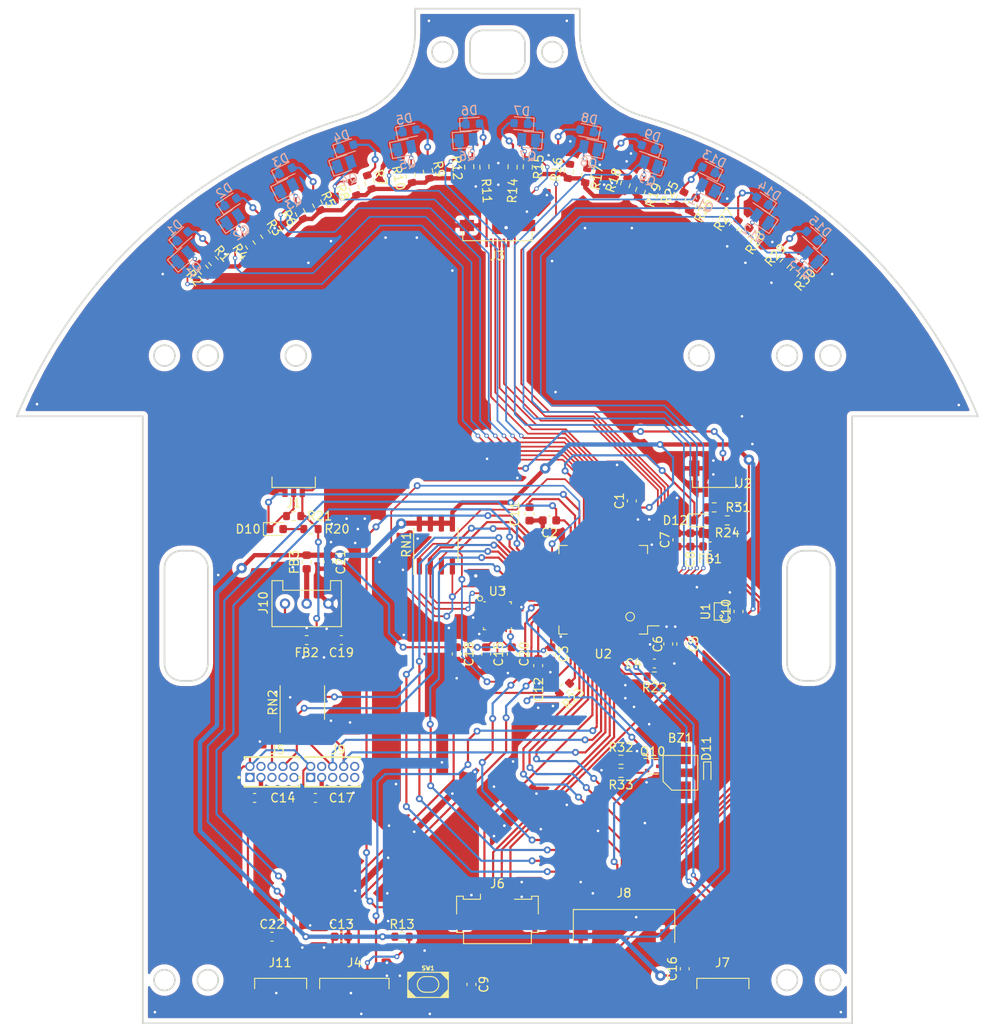
<source format=kicad_pcb>
(kicad_pcb (version 20171130) (host pcbnew "(5.1.10)-1")
  (layers (0 F.Cu signal) (31 B.Cu signal) (34 B.Paste user) (35 F.Paste user) (36 B.SilkS user) (37 F.SilkS user) (38 B.Mask user) (39 F.Mask user) (44 Edge.Cuts user))
  (net 0 "")
  (net 1 +3V3)
  (net 2 "Net-(BZ1-Pad2)")
  (net 3 GND)
  (net 4 "Net-(C7-Pad1)")
  (net 5 nRST)
  (net 6 "Net-(C11-Pad1)")
  (net 7 "Net-(C12-Pad1)")
  (net 8 +5V)
  (net 9 "Net-(C20-Pad1)")
  (net 10 "Net-(D1-Pad2)")
  (net 11 "Net-(D2-Pad2)")
  (net 12 "Net-(D3-Pad2)")
  (net 13 "Net-(D4-Pad2)")
  (net 14 "Net-(D5-Pad2)")
  (net 15 "Net-(D6-Pad2)")
  (net 16 "Net-(D7-Pad2)")
  (net 17 "Net-(D8-Pad2)")
  (net 18 "Net-(D9-Pad2)")
  (net 19 "Net-(D10-Pad2)")
  (net 20 SubSens2)
  (net 21 "Net-(D12-Pad2)")
  (net 22 SubSens1)
  (net 23 "Net-(D13-Pad2)")
  (net 24 "Net-(D14-Pad2)")
  (net 25 "Net-(D15-Pad2)")
  (net 26 "Net-(FB2-Pad1)")
  (net 27 "Net-(FB3-Pad1)")
  (net 28 "Net-(J3-Pad2)")
  (net 29 "Net-(J3-Pad3)")
  (net 30 "Net-(J3-Pad4)")
  (net 31 "Net-(J3-Pad5)")
  (net 32 SWCLK)
  (net 33 SWDIO)
  (net 34 SWO)
  (net 35 Encorder1_A)
  (net 36 Encorder1_B)
  (net 37 /LED_Red)
  (net 38 /LED_White)
  (net 39 /LED_B)
  (net 40 /LED_G)
  (net 41 /LED_R)
  (net 42 I2C_SDA)
  (net 43 I2C_SCL)
  (net 44 /DRV1_EN)
  (net 45 /DRV1_PN)
  (net 46 /DRV2_EN)
  (net 47 /DRV2_PN)
  (net 48 Encorder2_B)
  (net 49 Encorder2_A)
  (net 50 /SW2)
  (net 51 /Rotary1)
  (net 52 /Rotary8)
  (net 53 /SW1)
  (net 54 /Rotary2)
  (net 55 /Rotary4)
  (net 56 /SW3)
  (net 57 USART_TX)
  (net 58 USART_RX)
  (net 59 /Sensor01)
  (net 60 /Sensor02)
  (net 61 /Sensor03)
  (net 62 /Sensor04)
  (net 63 /Sensor05)
  (net 64 /Sensor06)
  (net 65 /Sensor07)
  (net 66 /Sensor08)
  (net 67 /Sensor09)
  (net 68 "Net-(Q10-Pad1)")
  (net 69 "Net-(Q10-Pad2)")
  (net 70 /Sensor10)
  (net 71 /Sensor11)
  (net 72 /Sensor12)
  (net 73 "Net-(R22-Pad1)")
  (net 74 "Net-(R23-Pad2)")
  (net 75 ICM_nCS)
  (net 76 ICM_MISO)
  (net 77 ICM_MOSI)
  (net 78 ICM_SCLK)
  (net 79 "Net-(U1-Pad3)")
  (net 80 "Net-(J5-Pad1)")
  (net 81 "Net-(J5-Pad4)")
  (net 82 "Net-(J5-Pad5)")
  (net 83 "Net-(J5-Pad7)")
  (net 84 "Net-(J5-Pad9)")
  (net 85 "Net-(J5-Pad10)")
  (net 86 "Net-(J9-Pad10)")
  (net 87 "Net-(J9-Pad9)")
  (net 88 "Net-(J9-Pad7)")
  (net 89 "Net-(J9-Pad5)")
  (net 90 "Net-(J9-Pad4)")
  (net 91 "Net-(J9-Pad1)")
  (net 92 "Net-(U1-Pad1)")
  (net 93 "Net-(U3-Pad21)")
  (net 94 "Net-(U3-Pad19)")
  (net 95 "Net-(U3-Pad17)")
  (net 96 "Net-(U3-Pad16)")
  (net 97 "Net-(U3-Pad15)")
  (net 98 "Net-(U3-Pad14)")
  (net 99 "Net-(U3-Pad12)")
  (net 100 "Net-(U3-Pad7)")
  (net 101 "Net-(U3-Pad6)")
  (net 102 "Net-(U3-Pad5)")
  (net 103 "Net-(U3-Pad4)")
  (net 104 "Net-(U3-Pad3)")
  (net 105 "Net-(U3-Pad2)")
  (net 106 "Net-(U3-Pad1)")
  (module Buzzer:TE044003-4 (layer F.Cu) (at 21.1 18.1 270)
    (fp_text reference BZ1 (at -4 0 180) (layer F.SilkS))
    (fp_text value TE044003-4)
    (pad 1 smd rect (at 2 0 270) (size 2 2.4) (layers F.Cu F.Paste F.Mask) (net 1 +3V3))
    (pad 2 smd rect (at -2 0 270) (size 2 2.4) (layers F.Cu F.Paste F.Mask) (net 2 "Net-(BZ1-Pad2)"))
  )
  (module Package_QFP:LQFP-64_10x10mm_P0.5mm (layer F.Cu) (at 12.2 -3 180)
    (fp_text reference U2 (at 0 -7.4 180) (layer F.SilkS))
    (fp_text value STM32F405RGTx)
    (pad 1 smd roundrect (at -5.675 -3.75 180) (size 1.55 0.3) (layers F.Cu F.Paste F.Mask) (net 1 +3V3))
    (pad 2 smd roundrect (at -5.675 -3.25 180) (size 1.55 0.3) (layers F.Cu F.Paste F.Mask) (net 46 /DRV2_EN))
    (pad 3 smd roundrect (at -5.675 -2.75 180) (size 1.55 0.3) (layers F.Cu F.Paste F.Mask) (net 53 /SW1))
    (pad 4 smd roundrect (at -5.675 -2.25 180) (size 1.55 0.3) (layers F.Cu F.Paste F.Mask) (net 50 /SW2))
    (pad 5 smd roundrect (at -5.675 -1.75 180) (size 1.55 0.3) (layers F.Cu F.Paste F.Mask) (net 79 "Net-(U1-Pad3)"))
    (pad 6 smd roundrect (at -5.675 -1.25 180) (size 1.55 0.3) (layers F.Cu F.Paste F.Mask) (net 56 /SW3))
    (pad 7 smd roundrect (at -5.675 -0.75 180) (size 1.55 0.3) (layers F.Cu F.Paste F.Mask) (net 5 nRST))
    (pad 8 smd roundrect (at -5.675 -0.25 180) (size 1.55 0.3) (layers F.Cu F.Paste F.Mask) (net 72 /Sensor12))
    (pad 9 smd roundrect (at -5.675 0.25 180) (size 1.55 0.3) (layers F.Cu F.Paste F.Mask) (net 71 /Sensor11))
    (pad 10 smd roundrect (at -5.675 0.75 180) (size 1.55 0.3) (layers F.Cu F.Paste F.Mask) (net 70 /Sensor10))
    (pad 11 smd roundrect (at -5.675 1.25 180) (size 1.55 0.3) (layers F.Cu F.Paste F.Mask) (net 67 /Sensor09))
    (pad 12 smd roundrect (at -5.675 1.75 180) (size 1.55 0.3) (layers F.Cu F.Paste F.Mask) (net 3 GND))
    (pad 13 smd roundrect (at -5.675 2.25 180) (size 1.55 0.3) (layers F.Cu F.Paste F.Mask) (net 4 "Net-(C7-Pad1)"))
    (pad 14 smd roundrect (at -5.675 2.75 180) (size 1.55 0.3) (layers F.Cu F.Paste F.Mask) (net 66 /Sensor08))
    (pad 15 smd roundrect (at -5.675 3.25 180) (size 1.55 0.3) (layers F.Cu F.Paste F.Mask) (net 65 /Sensor07))
    (pad 16 smd roundrect (at -5.675 3.75 180) (size 1.55 0.3) (layers F.Cu F.Paste F.Mask) (net 28 "Net-(J3-Pad2)"))
    (pad 17 smd roundrect (at -3.75 5.675 180) (size 0.3 1.55) (layers F.Cu F.Paste F.Mask) (net 29 "Net-(J3-Pad3)"))
    (pad 18 smd roundrect (at -3.25 5.675 180) (size 0.3 1.55) (layers F.Cu F.Paste F.Mask) (net 3 GND))
    (pad 19 smd roundrect (at -2.75 5.675 180) (size 0.3 1.55) (layers F.Cu F.Paste F.Mask) (net 1 +3V3))
    (pad 20 smd roundrect (at -2.25 5.675 180) (size 0.3 1.55) (layers F.Cu F.Paste F.Mask) (net 30 "Net-(J3-Pad4)"))
    (pad 21 smd roundrect (at -1.75 5.675 180) (size 0.3 1.55) (layers F.Cu F.Paste F.Mask) (net 31 "Net-(J3-Pad5)"))
    (pad 22 smd roundrect (at -1.25 5.675 180) (size 0.3 1.55) (layers F.Cu F.Paste F.Mask) (net 64 /Sensor06))
    (pad 23 smd roundrect (at -0.75 5.675 180) (size 0.3 1.55) (layers F.Cu F.Paste F.Mask) (net 63 /Sensor05))
    (pad 24 smd roundrect (at -0.25 5.675 180) (size 0.3 1.55) (layers F.Cu F.Paste F.Mask) (net 62 /Sensor04))
    (pad 25 smd roundrect (at 0.25 5.675 180) (size 0.3 1.55) (layers F.Cu F.Paste F.Mask) (net 61 /Sensor03))
    (pad 26 smd roundrect (at 0.75 5.675 180) (size 0.3 1.55) (layers F.Cu F.Paste F.Mask) (net 60 /Sensor02))
    (pad 27 smd roundrect (at 1.25 5.675 180) (size 0.3 1.55) (layers F.Cu F.Paste F.Mask) (net 59 /Sensor01))
    (pad 28 smd roundrect (at 1.75 5.675 180) (size 0.3 1.55) (layers F.Cu F.Paste F.Mask) (net 22 SubSens1))
    (pad 29 smd roundrect (at 2.25 5.675 180) (size 0.3 1.55) (layers F.Cu F.Paste F.Mask) (net 78 ICM_SCLK))
    (pad 30 smd roundrect (at 2.75 5.675 180) (size 0.3 1.55) (layers F.Cu F.Paste F.Mask) (net 20 SubSens2))
    (pad 31 smd roundrect (at 3.25 5.675 180) (size 0.3 1.55) (layers F.Cu F.Paste F.Mask) (net 6 "Net-(C11-Pad1)"))
    (pad 32 smd roundrect (at 3.75 5.675 180) (size 0.3 1.55) (layers F.Cu F.Paste F.Mask) (net 1 +3V3))
    (pad 33 smd roundrect (at 5.675 3.75 180) (size 1.55 0.3) (layers F.Cu F.Paste F.Mask) (net 75 ICM_nCS))
    (pad 34 smd roundrect (at 5.675 3.25 180) (size 1.55 0.3) (layers F.Cu F.Paste F.Mask) (net 37 /LED_Red))
    (pad 35 smd roundrect (at 5.675 2.75 180) (size 1.55 0.3) (layers F.Cu F.Paste F.Mask) (net 76 ICM_MISO))
    (pad 36 smd roundrect (at 5.675 2.25 180) (size 1.55 0.3) (layers F.Cu F.Paste F.Mask) (net 77 ICM_MOSI))
    (pad 37 smd roundrect (at 5.675 1.75 180) (size 1.55 0.3) (layers F.Cu F.Paste F.Mask) (net 57 USART_TX))
    (pad 38 smd roundrect (at 5.675 1.25 180) (size 1.55 0.3) (layers F.Cu F.Paste F.Mask) (net 58 USART_RX))
    (pad 39 smd roundrect (at 5.675 0.75 180) (size 1.55 0.3) (layers F.Cu F.Paste F.Mask) (net 38 /LED_White))
    (pad 40 smd roundrect (at 5.675 0.25 180) (size 1.55 0.3) (layers F.Cu F.Paste F.Mask) (net 39 /LED_B))
    (pad 41 smd roundrect (at 5.675 -0.25 180) (size 1.55 0.3) (layers F.Cu F.Paste F.Mask) (net 35 Encorder1_A))
    (pad 42 smd roundrect (at 5.675 -0.75 180) (size 1.55 0.3) (layers F.Cu F.Paste F.Mask) (net 36 Encorder1_B))
    (pad 43 smd roundrect (at 5.675 -1.25 180) (size 1.55 0.3) (layers F.Cu F.Paste F.Mask) (net 40 /LED_G))
    (pad 44 smd roundrect (at 5.675 -1.75 180) (size 1.55 0.3) (layers F.Cu F.Paste F.Mask) (net 41 /LED_R))
    (pad 45 smd roundrect (at 5.675 -2.25 180) (size 1.55 0.3) (layers F.Cu F.Paste F.Mask) (net 55 /Rotary4))
    (pad 46 smd roundrect (at 5.675 -2.75 180) (size 1.55 0.3) (layers F.Cu F.Paste F.Mask) (net 33 SWDIO))
    (pad 47 smd roundrect (at 5.675 -3.25 180) (size 1.55 0.3) (layers F.Cu F.Paste F.Mask) (net 7 "Net-(C12-Pad1)"))
    (pad 48 smd roundrect (at 5.675 -3.75 180) (size 1.55 0.3) (layers F.Cu F.Paste F.Mask) (net 1 +3V3))
    (pad 49 smd roundrect (at 3.75 -5.675 180) (size 0.3 1.55) (layers F.Cu F.Paste F.Mask) (net 32 SWCLK))
    (pad 50 smd roundrect (at 3.25 -5.675 180) (size 0.3 1.55) (layers F.Cu F.Paste F.Mask) (net 74 "Net-(R23-Pad2)"))
    (pad 51 smd roundrect (at 2.75 -5.675 180) (size 0.3 1.55) (layers F.Cu F.Paste F.Mask) (net 54 /Rotary2))
    (pad 52 smd roundrect (at 2.25 -5.675 180) (size 0.3 1.55) (layers F.Cu F.Paste F.Mask) (net 52 /Rotary8))
    (pad 53 smd roundrect (at 1.75 -5.675 180) (size 0.3 1.55) (layers F.Cu F.Paste F.Mask) (net 51 /Rotary1))
    (pad 54 smd roundrect (at 1.25 -5.675 180) (size 0.3 1.55) (layers F.Cu F.Paste F.Mask) (net 44 /DRV1_EN))
    (pad 55 smd roundrect (at 0.75 -5.675 180) (size 0.3 1.55) (layers F.Cu F.Paste F.Mask) (net 34 SWO))
    (pad 56 smd roundrect (at 0.25 -5.675 180) (size 0.3 1.55) (layers F.Cu F.Paste F.Mask) (net 49 Encorder2_A))
    (pad 57 smd roundrect (at -0.25 -5.675 180) (size 0.3 1.55) (layers F.Cu F.Paste F.Mask) (net 48 Encorder2_B))
    (pad 58 smd roundrect (at -0.75 -5.675 180) (size 0.3 1.55) (layers F.Cu F.Paste F.Mask) (net 45 /DRV1_PN))
    (pad 59 smd roundrect (at -1.25 -5.675 180) (size 0.3 1.55) (layers F.Cu F.Paste F.Mask) (net 47 /DRV2_PN))
    (pad 60 smd roundrect (at -1.75 -5.675 180) (size 0.3 1.55) (layers F.Cu F.Paste F.Mask) (net 73 "Net-(R22-Pad1)"))
    (pad 61 smd roundrect (at -2.25 -5.675 180) (size 0.3 1.55) (layers F.Cu F.Paste F.Mask) (net 43 I2C_SCL))
    (pad 62 smd roundrect (at -2.75 -5.675 180) (size 0.3 1.55) (layers F.Cu F.Paste F.Mask) (net 42 I2C_SDA))
    (pad 63 smd roundrect (at -3.25 -5.675 180) (size 0.3 1.55) (layers F.Cu F.Paste F.Mask) (net 3 GND))
    (pad 64 smd roundrect (at -3.75 -5.675 180) (size 0.3 1.55) (layers F.Cu F.Paste F.Mask) (net 1 +3V3))
  )
  (module Resistor_SMD:R_0603_1608Metric (layer F.Cu) (at 8.25 -51.25 81.5)
    (fp_text reference R16 (at 0 -1.43 81.5) (layer F.SilkS))
    (fp_text value 100)
    (pad 2 smd roundrect (at 0.825 0 81.5) (size 0.8 0.95) (layers F.Cu F.Paste F.Mask) (net 17 "Net-(D8-Pad2)"))
    (pad 1 smd roundrect (at -0.825 0 81.5) (size 0.8 0.95) (layers F.Cu F.Paste F.Mask) (net 1 +3V3))
  )
  (module Package_DFN_QFN:QFN-24-1EP_3x3mm_P0.4mm_EP1.75x1.6mm (layer F.Cu) (at 0 0)
    (fp_text reference U3 (at 0 -2.82) (layer F.SilkS))
    (fp_text value ICM-20648)
    (pad 25 smd rect (at 0 0) (size 1.75 1.6) (layers F.Cu F.Mask) (net 3 GND))
    (pad 24 smd custom (at -1 -1.5) (size 0.115147 0.115147) (layers F.Cu F.Paste F.Mask) (net 77 ICM_MOSI) (options (clearance outline) (anchor circle)) (primitives (gr_poly (pts (xy -0.06 -0.335) (xy 0.06 -0.335) (xy 0.06 0.335) (xy 0.036569 0.335) (xy -0.06 0.238431)) (width 0.08))))
    (pad 23 smd roundrect (at -0.6 -1.5) (size 0.2 0.75) (layers F.Cu F.Paste F.Mask) (net 78 ICM_SCLK))
    (pad 22 smd roundrect (at -0.2 -1.5) (size 0.2 0.75) (layers F.Cu F.Paste F.Mask) (net 75 ICM_nCS))
    (pad 21 smd roundrect (at 0.2 -1.5) (size 0.2 0.75) (layers F.Cu F.Paste F.Mask) (net 93 "Net-(U3-Pad21)"))
    (pad 20 smd roundrect (at 0.6 -1.5) (size 0.2 0.75) (layers F.Cu F.Paste F.Mask) (net 3 GND))
    (pad 19 smd custom (at 1 -1.5) (size 0.115147 0.115147) (layers F.Cu F.Paste F.Mask) (net 94 "Net-(U3-Pad19)") (options (clearance outline) (anchor circle)) (primitives (gr_poly (pts (xy -0.06 -0.335) (xy 0.06 -0.335) (xy 0.06 0.238431) (xy -0.036569 0.335) (xy -0.06 0.335)) (width 0.08))))
    (pad 18 smd custom (at 1.5 -1) (size 0.115147 0.115147) (layers F.Cu F.Paste F.Mask) (net 3 GND) (options (clearance outline) (anchor circle)) (primitives (gr_poly (pts (xy -0.335 0.036569) (xy -0.238431 -0.06) (xy 0.335 -0.06) (xy 0.335 0.06) (xy -0.335 0.06)) (width 0.08))))
    (pad 17 smd roundrect (at 1.5 -0.6) (size 0.75 0.2) (layers F.Cu F.Paste F.Mask) (net 95 "Net-(U3-Pad17)"))
    (pad 16 smd roundrect (at 1.5 -0.2) (size 0.75 0.2) (layers F.Cu F.Paste F.Mask) (net 96 "Net-(U3-Pad16)"))
    (pad 15 smd roundrect (at 1.5 0.2) (size 0.75 0.2) (layers F.Cu F.Paste F.Mask) (net 97 "Net-(U3-Pad15)"))
    (pad 14 smd roundrect (at 1.5 0.6) (size 0.75 0.2) (layers F.Cu F.Paste F.Mask) (net 98 "Net-(U3-Pad14)"))
    (pad 13 smd custom (at 1.5 1) (size 0.115147 0.115147) (layers F.Cu F.Paste F.Mask) (net 1 +3V3) (options (clearance outline) (anchor circle)) (primitives (gr_poly (pts (xy -0.335 -0.06) (xy 0.335 -0.06) (xy 0.335 0.06) (xy -0.238431 0.06) (xy -0.335 -0.036569)) (width 0.08))))
    (pad 12 smd custom (at 1 1.5) (size 0.115147 0.115147) (layers F.Cu F.Paste F.Mask) (net 99 "Net-(U3-Pad12)") (options (clearance outline) (anchor circle)) (primitives (gr_poly (pts (xy -0.06 -0.335) (xy -0.036569 -0.335) (xy 0.06 -0.238431) (xy 0.06 0.335) (xy -0.06 0.335)) (width 0.08))))
    (pad 11 smd roundrect (at 0.6 1.5) (size 0.2 0.75) (layers F.Cu F.Paste F.Mask) (net 3 GND))
    (pad 10 smd roundrect (at 0.2 1.5) (size 0.2 0.75) (layers F.Cu F.Paste F.Mask) (net 9 "Net-(C20-Pad1)"))
    (pad 9 smd roundrect (at -0.2 1.5) (size 0.2 0.75) (layers F.Cu F.Paste F.Mask) (net 76 ICM_MISO))
    (pad 8 smd roundrect (at -0.6 1.5) (size 0.2 0.75) (layers F.Cu F.Paste F.Mask) (net 1 +3V3))
    (pad 7 smd custom (at -1 1.5) (size 0.115147 0.115147) (layers F.Cu F.Paste F.Mask) (net 100 "Net-(U3-Pad7)") (options (clearance outline) (anchor circle)) (primitives (gr_poly (pts (xy -0.06 -0.238431) (xy 0.036569 -0.335) (xy 0.06 -0.335) (xy 0.06 0.335) (xy -0.06 0.335)) (width 0.08))))
    (pad 6 smd custom (at -1.5 1) (size 0.115147 0.115147) (layers F.Cu F.Paste F.Mask) (net 101 "Net-(U3-Pad6)") (options (clearance outline) (anchor circle)) (primitives (gr_poly (pts (xy -0.335 -0.06) (xy 0.335 -0.06) (xy 0.335 -0.036569) (xy 0.238431 0.06) (xy -0.335 0.06)) (width 0.08))))
    (pad 5 smd roundrect (at -1.5 0.6) (size 0.75 0.2) (layers F.Cu F.Paste F.Mask) (net 102 "Net-(U3-Pad5)"))
    (pad 4 smd roundrect (at -1.5 0.2) (size 0.75 0.2) (layers F.Cu F.Paste F.Mask) (net 103 "Net-(U3-Pad4)"))
    (pad 3 smd roundrect (at -1.5 -0.2) (size 0.75 0.2) (layers F.Cu F.Paste F.Mask) (net 104 "Net-(U3-Pad3)"))
    (pad 2 smd roundrect (at -1.5 -0.6) (size 0.75 0.2) (layers F.Cu F.Paste F.Mask) (net 105 "Net-(U3-Pad2)"))
    (pad 1 smd custom (at -1.5 -1) (size 0.115147 0.115147) (layers F.Cu F.Paste F.Mask) (net 106 "Net-(U3-Pad1)") (options (clearance outline) (anchor circle)) (primitives (gr_poly (pts (xy -0.335 -0.06) (xy 0.238431 -0.06) (xy 0.335 0.036569) (xy 0.335 0.06) (xy -0.335 0.06)) (width 0.08))))
  )
  (module FFC:WürthElektronik_687112183722_01x12_P0.5mm (layer F.Cu) (at 14.6 36.8)
    (fp_text reference J8 (at 0 -4.833336) (layer F.SilkS))
    (fp_text value FFC12)
    (pad MP smd rect (at 5 0) (size 1.65 1.3) (layers F.Cu F.Paste F.Mask) (net 3 GND))
    (pad MP smd rect (at -5 0) (size 1.65 1.3) (layers F.Cu F.Paste F.Mask) (net 3 GND))
    (pad 12 smd rect (at 2.75 -3.45) (size 0.3 1) (layers F.Cu F.Paste F.Mask) (net 56 /SW3))
    (pad 11 smd rect (at 2.25 -3.45) (size 0.3 1) (layers F.Cu F.Paste F.Mask) (net 50 /SW2))
    (pad 10 smd rect (at 1.75 -3.45) (size 0.3 1) (layers F.Cu F.Paste F.Mask) (net 53 /SW1))
    (pad 9 smd rect (at 1.25 -3.45) (size 0.3 1) (layers F.Cu F.Paste F.Mask) (net 51 /Rotary1))
    (pad 8 smd rect (at 0.75 -3.45) (size 0.3 1) (layers F.Cu F.Paste F.Mask) (net 52 /Rotary8))
    (pad 7 smd rect (at 0.25 -3.45) (size 0.3 1) (layers F.Cu F.Paste F.Mask) (net 54 /Rotary2))
    (pad 6 smd rect (at -0.25 -3.45) (size 0.3 1) (layers F.Cu F.Paste F.Mask) (net 55 /Rotary4))
    (pad 5 smd rect (at -0.75 -3.45) (size 0.3 1) (layers F.Cu F.Paste F.Mask) (net 41 /LED_R))
    (pad 4 smd rect (at -1.25 -3.45) (size 0.3 1) (layers F.Cu F.Paste F.Mask) (net 40 /LED_G))
    (pad 3 smd rect (at -1.75 -3.45) (size 0.3 1) (layers F.Cu F.Paste F.Mask) (net 39 /LED_B))
    (pad 2 smd rect (at -2.25 -3.45) (size 0.3 1) (layers F.Cu F.Paste F.Mask) (net 38 /LED_White))
    (pad 1 smd rect (at -2.75 -3.45) (size 0.3 1) (layers F.Cu F.Paste F.Mask) (net 37 /LED_Red))
  )
  (module Capacitor_SMD:C_0603_1608Metric (layer F.Cu) (at 15.5 -13.25 90)
    (fp_text reference C1 (at 0 -1.43 90) (layer F.SilkS))
    (fp_text value 0.1u)
    (pad 1 smd roundrect (at -0.775 0 90) (size 0.9 0.95) (layers F.Cu F.Paste F.Mask) (net 1 +3V3))
    (pad 2 smd roundrect (at 0.775 0 90) (size 0.9 0.95) (layers F.Cu F.Paste F.Mask) (net 3 GND))
  )
  (module Capacitor_SMD:C_0603_1608Metric (layer F.Cu) (at 6 -11 180)
    (fp_text reference C2 (at 0 -1.43) (layer F.SilkS))
    (fp_text value 0.1u)
    (pad 2 smd roundrect (at 0.775 0 180) (size 0.9 0.95) (layers F.Cu F.Paste F.Mask) (net 3 GND))
    (pad 1 smd roundrect (at -0.775 0 180) (size 0.9 0.95) (layers F.Cu F.Paste F.Mask) (net 1 +3V3))
  )
  (module Capacitor_SMD:C_0603_1608Metric (layer F.Cu) (at 6.2 4.4 270)
    (fp_text reference C3 (at 0 -1.43 90) (layer F.SilkS))
    (fp_text value 0.1u)
    (pad 2 smd roundrect (at 0.775 0 270) (size 0.9 0.95) (layers F.Cu F.Paste F.Mask) (net 3 GND))
    (pad 1 smd roundrect (at -0.775 0 270) (size 0.9 0.95) (layers F.Cu F.Paste F.Mask) (net 1 +3V3))
  )
  (module Capacitor_SMD:C_0603_1608Metric (layer F.Cu) (at 18.1 5.5)
    (fp_text reference C4 (at -2.4 0) (layer F.SilkS))
    (fp_text value 0.1u)
    (pad 1 smd roundrect (at -0.775 0) (size 0.9 0.95) (layers F.Cu F.Paste F.Mask) (net 1 +3V3))
    (pad 2 smd roundrect (at 0.775 0) (size 0.9 0.95) (layers F.Cu F.Paste F.Mask) (net 3 GND))
  )
  (module Capacitor_SMD:C_0603_1608Metric (layer F.Cu) (at 21.2 3.25 270)
    (fp_text reference C5 (at 0 -1.43 90) (layer F.SilkS))
    (fp_text value 4.7u)
    (pad 1 smd roundrect (at -0.775 0 270) (size 0.9 0.95) (layers F.Cu F.Paste F.Mask) (net 1 +3V3))
    (pad 2 smd roundrect (at 0.775 0 270) (size 0.9 0.95) (layers F.Cu F.Paste F.Mask) (net 3 GND))
  )
  (module Capacitor_SMD:C_0603_1608Metric (layer F.Cu) (at 19.7 3.25 270)
    (fp_text reference C6 (at 0 1.2 90) (layer F.SilkS))
    (fp_text value 0.1u)
    (pad 2 smd roundrect (at 0.775 0 270) (size 0.9 0.95) (layers F.Cu F.Paste F.Mask) (net 3 GND))
    (pad 1 smd roundrect (at -0.775 0 270) (size 0.9 0.95) (layers F.Cu F.Paste F.Mask) (net 1 +3V3))
  )
  (module Capacitor_SMD:C_0603_1608Metric (layer F.Cu) (at 20.75 -8.75 90)
    (fp_text reference C7 (at 0 -1.43 90) (layer F.SilkS))
    (fp_text value 0.1u)
    (pad 1 smd roundrect (at -0.775 0 90) (size 0.9 0.95) (layers F.Cu F.Paste F.Mask) (net 4 "Net-(C7-Pad1)"))
    (pad 2 smd roundrect (at 0.775 0 90) (size 0.9 0.95) (layers F.Cu F.Paste F.Mask) (net 3 GND))
  )
  (module Capacitor_SMD:C_0603_1608Metric (layer F.Cu) (at 22.25 -8.75 90)
    (fp_text reference C8 (at -2.25 0 90) (layer F.SilkS))
    (fp_text value 1u)
    (pad 2 smd roundrect (at 0.775 0 90) (size 0.9 0.95) (layers F.Cu F.Paste F.Mask) (net 3 GND))
    (pad 1 smd roundrect (at -0.775 0 90) (size 0.9 0.95) (layers F.Cu F.Paste F.Mask) (net 4 "Net-(C7-Pad1)"))
  )
  (module Capacitor_SMD:C_0603_1608Metric (layer F.Cu) (at -3 42.5 270)
    (fp_text reference C9 (at 0 -1.43 90) (layer F.SilkS))
    (fp_text value 0.1u)
    (pad 2 smd roundrect (at 0.775 0 270) (size 0.9 0.95) (layers F.Cu F.Paste F.Mask) (net 3 GND))
    (pad 1 smd roundrect (at -0.775 0 270) (size 0.9 0.95) (layers F.Cu F.Paste F.Mask) (net 5 nRST))
  )
  (module Capacitor_SMD:C_0603_1608Metric (layer F.Cu) (at 27.8 -0.5 90)
    (fp_text reference C10 (at 0 -1.43 90) (layer F.SilkS))
    (fp_text value 0.1u)
    (pad 1 smd roundrect (at -0.775 0 90) (size 0.9 0.95) (layers F.Cu F.Paste F.Mask) (net 1 +3V3))
    (pad 2 smd roundrect (at 0.775 0 90) (size 0.9 0.95) (layers F.Cu F.Paste F.Mask) (net 3 GND))
  )
  (module Capacitor_SMD:C_0603_1608Metric (layer F.Cu) (at 3.7 -11.75 270)
    (fp_text reference C11 (at 0 1.7 90) (layer F.SilkS))
    (fp_text value 2.2u)
    (pad 2 smd roundrect (at 0.775 0 270) (size 0.9 0.95) (layers F.Cu F.Paste F.Mask) (net 3 GND))
    (pad 1 smd roundrect (at -0.775 0 270) (size 0.9 0.95) (layers F.Cu F.Paste F.Mask) (net 6 "Net-(C11-Pad1)"))
  )
  (module Capacitor_SMD:C_0603_1608Metric (layer F.Cu) (at 4.7 5.75 270)
    (fp_text reference C12 (at 2.75 -0.05 90) (layer F.SilkS))
    (fp_text value 2.2u)
    (pad 1 smd roundrect (at -0.775 0 270) (size 0.9 0.95) (layers F.Cu F.Paste F.Mask) (net 7 "Net-(C12-Pad1)"))
    (pad 2 smd roundrect (at 0.775 0 270) (size 0.9 0.95) (layers F.Cu F.Paste F.Mask) (net 3 GND))
  )
  (module Capacitor_SMD:C_0603_1608Metric (layer F.Cu) (at -18 37)
    (fp_text reference C13 (at 0 -1.43) (layer F.SilkS))
    (fp_text value 0.1u)
    (pad 1 smd roundrect (at -0.775 0) (size 0.9 0.95) (layers F.Cu F.Paste F.Mask) (net 1 +3V3))
    (pad 2 smd roundrect (at 0.775 0) (size 0.9 0.95) (layers F.Cu F.Paste F.Mask) (net 3 GND))
  )
  (module Capacitor_SMD:C_0603_1608Metric (layer F.Cu) (at -28 21)
    (fp_text reference C14 (at 3.25 0) (layer F.SilkS))
    (fp_text value 0.1u)
    (pad 1 smd roundrect (at -0.775 0) (size 0.9 0.95) (layers F.Cu F.Paste F.Mask) (net 8 +5V))
    (pad 2 smd roundrect (at 0.775 0) (size 0.9 0.95) (layers F.Cu F.Paste F.Mask) (net 3 GND))
  )
  (module Capacitor_SMD:C_0603_1608Metric (layer F.Cu) (at -1.3 4.4 270)
    (fp_text reference C15 (at 0 -1.43 90) (layer F.SilkS))
    (fp_text value 0.1u)
    (pad 1 smd roundrect (at -0.775 0 270) (size 0.9 0.95) (layers F.Cu F.Paste F.Mask) (net 1 +3V3))
    (pad 2 smd roundrect (at 0.775 0 270) (size 0.9 0.95) (layers F.Cu F.Paste F.Mask) (net 3 GND))
  )
  (module Capacitor_SMD:C_0603_1608Metric (layer F.Cu) (at 21.6 40.7 90)
    (fp_text reference C16 (at 0 -1.43 90) (layer F.SilkS))
    (fp_text value 0.1u)
    (pad 2 smd roundrect (at 0.775 0 90) (size 0.9 0.95) (layers F.Cu F.Paste F.Mask) (net 3 GND))
    (pad 1 smd roundrect (at -0.775 0 90) (size 0.9 0.95) (layers F.Cu F.Paste F.Mask) (net 1 +3V3))
  )
  (module Capacitor_SMD:C_0603_1608Metric (layer F.Cu) (at -21 21)
    (fp_text reference C17 (at 3 0) (layer F.SilkS))
    (fp_text value 0.1u)
    (pad 2 smd roundrect (at 0.775 0) (size 0.9 0.95) (layers F.Cu F.Paste F.Mask) (net 3 GND))
    (pad 1 smd roundrect (at -0.775 0) (size 0.9 0.95) (layers F.Cu F.Paste F.Mask) (net 8 +5V))
  )
  (module Capacitor_SMD:C_0603_1608Metric (layer F.Cu) (at -4.7 4.4 270)
    (fp_text reference C18 (at 0 -1.43 90) (layer F.SilkS))
    (fp_text value 0.1u)
    (pad 2 smd roundrect (at 0.775 0 270) (size 0.9 0.95) (layers F.Cu F.Paste F.Mask) (net 3 GND))
    (pad 1 smd roundrect (at -0.775 0 270) (size 0.9 0.95) (layers F.Cu F.Paste F.Mask) (net 1 +3V3))
  )
  (module Capacitor_SMD:C_0603_1608Metric (layer F.Cu) (at -18 2.8)
    (fp_text reference C19 (at 0 1.45) (layer F.SilkS))
    (fp_text value 0.1u)
    (pad 2 smd roundrect (at 0.775 0) (size 0.9 0.95) (layers F.Cu F.Paste F.Mask) (net 3 GND))
    (pad 1 smd roundrect (at -0.775 0) (size 0.9 0.95) (layers F.Cu F.Paste F.Mask) (net 8 +5V))
  )
  (module Capacitor_SMD:C_0603_1608Metric (layer F.Cu) (at 1.65 4.4 270)
    (fp_text reference C20 (at 0 -1.43 90) (layer F.SilkS))
    (fp_text value 0.1u)
    (pad 2 smd roundrect (at 0.775 0 270) (size 0.9 0.95) (layers F.Cu F.Paste F.Mask) (net 3 GND))
    (pad 1 smd roundrect (at -0.775 0 270) (size 0.9 0.95) (layers F.Cu F.Paste F.Mask) (net 9 "Net-(C20-Pad1)"))
  )
  (module Capacitor_SMD:C_0603_1608Metric (layer F.Cu) (at -19.5 -6.2 270)
    (fp_text reference C21 (at 0 -1.43 90) (layer F.SilkS))
    (fp_text value 0.1u)
    (pad 1 smd roundrect (at -0.775 0 270) (size 0.9 0.95) (layers F.Cu F.Paste F.Mask) (net 1 +3V3))
    (pad 2 smd roundrect (at 0.775 0 270) (size 0.9 0.95) (layers F.Cu F.Paste F.Mask) (net 3 GND))
  )
  (module Capacitor_SMD:C_0603_1608Metric (layer F.Cu) (at -26 37)
    (fp_text reference C22 (at 0 -1.43) (layer F.SilkS))
    (fp_text value 0.1u)
    (pad 1 smd roundrect (at -0.775 0) (size 0.9 0.95) (layers F.Cu F.Paste F.Mask) (net 8 +5V))
    (pad 2 smd roundrect (at 0.775 0) (size 0.9 0.95) (layers F.Cu F.Paste F.Mask) (net 3 GND))
  )
  (module Diode_SMD:D_0603_1608Metric (layer B.Cu) (at -36.3 -43.75 41.2)
    (fp_text reference D1 (at -0.056105 -1.37817 221.2) (layer B.SilkS) (effects (justify mirror)))
    (fp_text value SIR19-21C/TR8)
    (pad 1 smd roundrect (at -0.7875 0 41.2) (size 0.875 0.95) (layers B.Cu B.Paste B.Mask) (net 3 GND))
    (pad 2 smd roundrect (at 0.7875 0 41.2) (size 0.875 0.95) (layers B.Cu B.Paste B.Mask) (net 10 "Net-(D1-Pad2)"))
  )
  (module Diode_SMD:D_0603_1608Metric (layer B.Cu) (at -30.75 -47.7 33.7)
    (fp_text reference D2 (at 0.097332 -1.497674 213.7) (layer B.SilkS) (effects (justify mirror)))
    (fp_text value SIR19-21C/TR8)
    (pad 2 smd roundrect (at 0.7875 0 33.7) (size 0.875 0.95) (layers B.Cu B.Paste B.Mask) (net 11 "Net-(D2-Pad2)"))
    (pad 1 smd roundrect (at -0.7875 0 33.7) (size 0.875 0.95) (layers B.Cu B.Paste B.Mask) (net 3 GND))
  )
  (module Diode_SMD:D_0603_1608Metric (layer B.Cu) (at -24.4 -51.3 26.2)
    (fp_text reference D3 (at -0.008548 -1.341614 206.2) (layer B.SilkS) (effects (justify mirror)))
    (fp_text value SIR19-21C/TR8)
    (pad 2 smd roundrect (at 0.7875 0 26.2) (size 0.875 0.95) (layers B.Cu B.Paste B.Mask) (net 12 "Net-(D3-Pad2)"))
    (pad 1 smd roundrect (at -0.7875 0 26.2) (size 0.875 0.95) (layers B.Cu B.Paste B.Mask) (net 3 GND))
  )
  (module Diode_SMD:D_0603_1608Metric (layer B.Cu) (at -17.35 -54.05 18.7)
    (fp_text reference D4 (at -0.230951 -1.345051 198.7) (layer B.SilkS) (effects (justify mirror)))
    (fp_text value SIR19-21C/TR8)
    (pad 1 smd roundrect (at -0.7875 0 18.7) (size 0.875 0.95) (layers B.Cu B.Paste B.Mask) (net 3 GND))
    (pad 2 smd roundrect (at 0.7875 0 18.7) (size 0.875 0.95) (layers B.Cu B.Paste B.Mask) (net 13 "Net-(D4-Pad2)"))
  )
  (module Diode_SMD:D_0603_1608Metric (layer B.Cu) (at -10.15 -55.9 11.2)
    (fp_text reference D5 (at -0.326357 -1.44083 191.2) (layer B.SilkS) (effects (justify mirror)))
    (fp_text value SIR19-21C/TR8)
    (pad 2 smd roundrect (at 0.7875 0 11.2) (size 0.875 0.95) (layers B.Cu B.Paste B.Mask) (net 14 "Net-(D5-Pad2)"))
    (pad 1 smd roundrect (at -0.7875 0 11.2) (size 0.875 0.95) (layers B.Cu B.Paste B.Mask) (net 3 GND))
  )
  (module Diode_SMD:D_0603_1608Metric (layer B.Cu) (at -2.85 -56.7 3.7)
    (fp_text reference D6 (at -0.299141 -1.572582 183.7) (layer B.SilkS) (effects (justify mirror)))
    (fp_text value SIR19-21C/TR8)
    (pad 2 smd roundrect (at 0.7875 0 3.7) (size 0.875 0.95) (layers B.Cu B.Paste B.Mask) (net 15 "Net-(D6-Pad2)"))
    (pad 1 smd roundrect (at -0.7875 0 3.7) (size 0.875 0.95) (layers B.Cu B.Paste B.Mask) (net 3 GND))
  )
  (module Diode_SMD:D_0603_1608Metric (layer B.Cu) (at 2.7 -56.75 176.2)
    (fp_text reference D7 (at 0 1.43 356.2) (layer B.SilkS) (effects (justify mirror)))
    (fp_text value SIR19-21C/TR8)
    (pad 1 smd roundrect (at -0.7875 0 176.2) (size 0.875 0.95) (layers B.Cu B.Paste B.Mask) (net 3 GND))
    (pad 2 smd roundrect (at 0.7875 0 176.2) (size 0.875 0.95) (layers B.Cu B.Paste B.Mask) (net 16 "Net-(D7-Pad2)"))
  )
  (module Diode_SMD:D_0603_1608Metric (layer B.Cu) (at 10.3 -55.9 168.7)
    (fp_text reference D8 (at 0 1.43 348.7) (layer B.SilkS) (effects (justify mirror)))
    (fp_text value SIR19-21C/TR8)
    (pad 1 smd roundrect (at -0.7875 0 168.7) (size 0.875 0.95) (layers B.Cu B.Paste B.Mask) (net 3 GND))
    (pad 2 smd roundrect (at 0.7875 0 168.7) (size 0.875 0.95) (layers B.Cu B.Paste B.Mask) (net 17 "Net-(D8-Pad2)"))
  )
  (module Diode_SMD:D_0603_1608Metric (layer B.Cu) (at 17.4 -54 161.2)
    (fp_text reference D9 (at 0 1.43 341.2) (layer B.SilkS) (effects (justify mirror)))
    (fp_text value SIR19-21C/TR8)
    (pad 1 smd roundrect (at -0.7875 0 161.2) (size 0.875 0.95) (layers B.Cu B.Paste B.Mask) (net 3 GND))
    (pad 2 smd roundrect (at 0.7875 0 161.2) (size 0.875 0.95) (layers B.Cu B.Paste B.Mask) (net 18 "Net-(D9-Pad2)"))
  )
  (module Diode_SMD:D_0603_1608Metric (layer F.Cu) (at -25.5 -10)
    (fp_text reference D10 (at -3.25 0) (layer F.SilkS))
    (fp_text value SMLEN3WBC8W1)
    (pad 2 smd roundrect (at 0.7875 0) (size 0.875 0.95) (layers F.Cu F.Paste F.Mask) (net 19 "Net-(D10-Pad2)"))
    (pad 1 smd roundrect (at -0.7875 0) (size 0.875 0.95) (layers F.Cu F.Paste F.Mask) (net 20 SubSens2))
  )
  (module original:SOD-523 (layer F.Cu) (at 24.2 18.1 270)
    (fp_text reference D11 (at -2.8 0.1 90) (layer F.SilkS))
    (fp_text value RB751S40-AU_R1_000A1)
    (pad 1 smd rect (at 0.735 0 270) (size 0.53 0.5) (layers F.Cu F.Paste F.Mask) (net 1 +3V3))
    (pad 2 smd rect (at -0.735 0 270) (size 0.53 0.5) (layers F.Cu F.Paste F.Mask) (net 2 "Net-(BZ1-Pad2)"))
  )
  (module Diode_SMD:D_0603_1608Metric (layer F.Cu) (at 23.5 -11)
    (fp_text reference D12 (at -3 0) (layer F.SilkS))
    (fp_text value SMLEN3WBC8W1)
    (pad 2 smd roundrect (at 0.7875 0) (size 0.875 0.95) (layers F.Cu F.Paste F.Mask) (net 21 "Net-(D12-Pad2)"))
    (pad 1 smd roundrect (at -0.7875 0) (size 0.875 0.95) (layers F.Cu F.Paste F.Mask) (net 22 SubSens1))
  )
  (module Diode_SMD:D_0603_1608Metric (layer B.Cu) (at 24.35 -51.4 153.7)
    (fp_text reference D13 (at 0 1.43 -26.3) (layer B.SilkS) (effects (justify mirror)))
    (fp_text value SIR19-21C/TR8)
    (pad 1 smd roundrect (at -0.7875 0 153.7) (size 0.875 0.95) (layers B.Cu B.Paste B.Mask) (net 3 GND))
    (pad 2 smd roundrect (at 0.7875 0 153.7) (size 0.875 0.95) (layers B.Cu B.Paste B.Mask) (net 23 "Net-(D13-Pad2)"))
  )
  (module Diode_SMD:D_0603_1608Metric (layer B.Cu) (at 30.55 -47.8 146.2)
    (fp_text reference D14 (at 0 1.43 326.2) (layer B.SilkS) (effects (justify mirror)))
    (fp_text value SIR19-21C/TR8)
    (pad 1 smd roundrect (at -0.7875 0 146.2) (size 0.875 0.95) (layers B.Cu B.Paste B.Mask) (net 3 GND))
    (pad 2 smd roundrect (at 0.7875 0 146.2) (size 0.875 0.95) (layers B.Cu B.Paste B.Mask) (net 24 "Net-(D14-Pad2)"))
  )
  (module Diode_SMD:D_0603_1608Metric (layer B.Cu) (at 36.25 -43.8 138.7)
    (fp_text reference D15 (at 0 1.43 318.7) (layer B.SilkS) (effects (justify mirror)))
    (fp_text value SIR19-21C/TR8)
    (pad 2 smd roundrect (at 0.7875 0 138.7) (size 0.875 0.95) (layers B.Cu B.Paste B.Mask) (net 25 "Net-(D15-Pad2)"))
    (pad 1 smd roundrect (at -0.7875 0 138.7) (size 0.875 0.95) (layers B.Cu B.Paste B.Mask) (net 3 GND))
  )
  (module Inductor_SMD:L_0603_1608Metric (layer F.Cu) (at 24.5 -8 180)
    (fp_text reference FB1 (at 0 -1.43) (layer F.SilkS))
    (fp_text value 470)
    (pad 1 smd roundrect (at -0.7875 0 180) (size 0.875 0.95) (layers F.Cu F.Paste F.Mask) (net 1 +3V3))
    (pad 2 smd roundrect (at 0.7875 0 180) (size 0.875 0.95) (layers F.Cu F.Paste F.Mask) (net 4 "Net-(C7-Pad1)"))
  )
  (module Inductor_SMD:L_0603_1608Metric (layer F.Cu) (at -22 2.8)
    (fp_text reference FB2 (at 0 1.45) (layer F.SilkS))
    (fp_text value 470)
    (pad 1 smd roundrect (at -0.7875 0) (size 0.875 0.95) (layers F.Cu F.Paste F.Mask) (net 26 "Net-(FB2-Pad1)"))
    (pad 2 smd roundrect (at 0.7875 0) (size 0.875 0.95) (layers F.Cu F.Paste F.Mask) (net 8 +5V))
  )
  (module Inductor_SMD:L_0603_1608Metric (layer F.Cu) (at -22 -6.2 90)
    (fp_text reference FB3 (at 0 -1.43 90) (layer F.SilkS))
    (fp_text value 470)
    (pad 2 smd roundrect (at 0.7875 0 90) (size 0.875 0.95) (layers F.Cu F.Paste F.Mask) (net 1 +3V3))
    (pad 1 smd roundrect (at -0.7875 0 90) (size 0.875 0.95) (layers F.Cu F.Paste F.Mask) (net 27 "Net-(FB3-Pad1)"))
  )
  (module SH:SH_01x03 (layer F.Cu) (at -23.5 -17 180)
    (fp_text reference J1 (at 0 -4) (layer F.SilkS))
    (fp_text value SH3)
    (pad 3 smd rect (at 1 -2.525 180) (size 0.6 1.55) (layers F.Cu F.Paste F.Mask) (net 3 GND))
    (pad 1 smd rect (at -1 -2.525 180) (size 0.6 1.55) (layers F.Cu F.Paste F.Mask) (net 8 +5V))
    (pad 2 smd rect (at 0 -2.525 180) (size 0.6 1.55) (layers F.Cu F.Paste F.Mask) (net 20 SubSens2))
    (pad MP smd rect (at -2.3 0 180) (size 1.2 1.8) (layers F.Cu F.Paste F.Mask) (net 3 GND))
    (pad MP smd rect (at 2.3 0 180) (size 1.2 1.8) (layers F.Cu F.Paste F.Mask) (net 3 GND))
  )
  (module SH:SH_01x03 (layer F.Cu) (at 25 -17 180)
    (fp_text reference J2 (at -3.5 -1.75) (layer F.SilkS))
    (fp_text value SH3)
    (pad MP smd rect (at 2.3 0 180) (size 1.2 1.8) (layers F.Cu F.Paste F.Mask) (net 3 GND))
    (pad MP smd rect (at -2.3 0 180) (size 1.2 1.8) (layers F.Cu F.Paste F.Mask) (net 3 GND))
    (pad 2 smd rect (at 0 -2.525 180) (size 0.6 1.55) (layers F.Cu F.Paste F.Mask) (net 22 SubSens1))
    (pad 1 smd rect (at -1 -2.525 180) (size 0.6 1.55) (layers F.Cu F.Paste F.Mask) (net 8 +5V))
    (pad 3 smd rect (at 1 -2.525 180) (size 0.6 1.55) (layers F.Cu F.Paste F.Mask) (net 3 GND))
  )
  (module FFC:Molex_0545480671_01x06_P0.5mm (layer F.Cu) (at 0 -45 180)
    (fp_text reference J3 (at 0 -3.5) (layer F.SilkS))
    (fp_text value FFC6)
    (pad MP smd rect (at -3.525 0 180) (size 1.65 1.3) (layers F.Cu F.Paste F.Mask) (net 3 GND))
    (pad MP smd rect (at 3.525 0 180) (size 1.65 1.3) (layers F.Cu F.Paste F.Mask) (net 3 GND))
    (pad 1 smd rect (at -1.25 -2 270) (size 1 0.3) (layers F.Cu F.Paste F.Mask) (net 3 GND))
    (pad 2 smd rect (at -0.75 -2 270) (size 1 0.3) (layers F.Cu F.Paste F.Mask) (net 28 "Net-(J3-Pad2)"))
    (pad 3 smd rect (at -0.25 -2 270) (size 1 0.3) (layers F.Cu F.Paste F.Mask) (net 29 "Net-(J3-Pad3)"))
    (pad 4 smd rect (at 0.25 -2 270) (size 1 0.3) (layers F.Cu F.Paste F.Mask) (net 30 "Net-(J3-Pad4)"))
    (pad 5 smd rect (at 0.75 -2 270) (size 1 0.3) (layers F.Cu F.Paste F.Mask) (net 31 "Net-(J3-Pad5)"))
    (pad 6 smd rect (at 1.25 -2 270) (size 1 0.3) (layers F.Cu F.Paste F.Mask) (net 1 +3V3))
  )
  (module SH:SH_01x06 (layer F.Cu) (at -16.5 44)
    (fp_text reference J4 (at 0 -4) (layer F.SilkS))
    (fp_text value SH6)
    (pad 2 smd rect (at -1.5 -2.525) (size 0.6 1.55) (layers F.Cu F.Paste F.Mask) (net 32 SWCLK))
    (pad MP smd rect (at 3.8 0) (size 1.2 1.8) (layers F.Cu F.Paste F.Mask) (net 3 GND))
    (pad 1 smd rect (at -2.5 -2.525) (size 0.6 1.55) (layers F.Cu F.Paste F.Mask) (net 1 +3V3))
    (pad 3 smd rect (at -0.5 -2.525) (size 0.6 1.55) (layers F.Cu F.Paste F.Mask) (net 3 GND))
    (pad MP smd rect (at -3.8 0) (size 1.2 1.8) (layers F.Cu F.Paste F.Mask) (net 3 GND))
    (pad 4 smd rect (at 0.5 -2.525) (size 0.6 1.55) (layers F.Cu F.Paste F.Mask) (net 33 SWDIO))
    (pad 5 smd rect (at 1.5 -2.525) (size 0.6 1.55) (layers F.Cu F.Paste F.Mask) (net 5 nRST))
    (pad 6 smd rect (at 2.5 -2.525) (size 0.6 1.55) (layers F.Cu F.Paste F.Mask) (net 34 SWO))
  )
  (module FTSH:SAMTEC_FTSH-105-01-L-D-K (layer F.Cu) (at -26 18)
    (fp_text reference J5 (at 0.635 -2.54) (layer F.SilkS))
    (fp_text value FTSH2x5)
    (pad 1 thru_hole rect (at -2.54 0.635) (size 1.06 1.06) (drill 0.71) (layers *.Cu *.Mask) (net 80 "Net-(J5-Pad1)"))
    (pad 2 thru_hole circle (at -2.54 -0.635) (size 1.06 1.06) (drill 0.71) (layers *.Cu *.Mask) (net 8 +5V))
    (pad 3 thru_hole circle (at -1.27 0.635) (size 1.06 1.06) (drill 0.71) (layers *.Cu *.Mask) (net 3 GND))
    (pad 4 thru_hole circle (at -1.27 -0.635) (size 1.06 1.06) (drill 0.71) (layers *.Cu *.Mask) (net 81 "Net-(J5-Pad4)"))
    (pad 5 thru_hole circle (at 0 0.635) (size 1.06 1.06) (drill 0.71) (layers *.Cu *.Mask) (net 82 "Net-(J5-Pad5)"))
    (pad 6 thru_hole circle (at 0 -0.635) (size 1.06 1.06) (drill 0.71) (layers *.Cu *.Mask) (net 35 Encorder1_A))
    (pad 7 thru_hole circle (at 1.27 0.635) (size 1.06 1.06) (drill 0.71) (layers *.Cu *.Mask) (net 83 "Net-(J5-Pad7)"))
    (pad 8 thru_hole circle (at 1.27 -0.635) (size 1.06 1.06) (drill 0.71) (layers *.Cu *.Mask) (net 36 Encorder1_B))
    (pad 9 thru_hole circle (at 2.54 0.635) (size 1.06 1.06) (drill 0.71) (layers *.Cu *.Mask) (net 84 "Net-(J5-Pad9)"))
    (pad 10 thru_hole circle (at 2.54 -0.635) (size 1.06 1.06) (drill 0.71) (layers *.Cu *.Mask) (net 85 "Net-(J5-Pad10)"))
  )
  (module SH:SH_01x04 (layer F.Cu) (at 26 44)
    (fp_text reference J7 (at -0.05 -4) (layer F.SilkS))
    (fp_text value SH4)
    (pad 4 smd rect (at 1.5 -2.525) (size 0.6 1.55) (layers F.Cu F.Paste F.Mask) (net 3 GND))
    (pad 1 smd rect (at -1.5 -2.525) (size 0.6 1.55) (layers F.Cu F.Paste F.Mask) (net 1 +3V3))
    (pad 3 smd rect (at 0.5 -2.525) (size 0.6 1.55) (layers F.Cu F.Paste F.Mask) (net 42 I2C_SDA))
    (pad 2 smd rect (at -0.5 -2.525) (size 0.6 1.55) (layers F.Cu F.Paste F.Mask) (net 43 I2C_SCL))
    (pad MP smd rect (at -2.8 0) (size 1.2 1.8) (layers F.Cu F.Paste F.Mask) (net 3 GND))
    (pad MP smd rect (at 2.8 0) (size 1.2 1.8) (layers F.Cu F.Paste F.Mask) (net 3 GND))
  )
  (module Connector_FFC-FPC:Molex_200528-0040_1x04-1MP_P1.00mm_Horizontal (layer F.Cu) (at 0 33.5)
    (fp_text reference J6 (at 0 -2.61) (layer F.SilkS))
    (fp_text value FFC4)
    (pad MP smd rect (at -4.3 1.79) (size 2 1.3) (layers F.Cu F.Paste F.Mask) (net 3 GND))
    (pad MP smd rect (at 4.3 1.79) (size 2 1.3) (layers F.Cu F.Paste F.Mask) (net 3 GND))
    (pad 1 smd rect (at -1.5 -0.91) (size 0.4 1) (layers F.Cu F.Paste F.Mask) (net 44 /DRV1_EN))
    (pad 2 smd rect (at -0.5 -0.91) (size 0.4 1) (layers F.Cu F.Paste F.Mask) (net 45 /DRV1_PN))
    (pad 3 smd rect (at 0.5 -0.91) (size 0.4 1) (layers F.Cu F.Paste F.Mask) (net 47 /DRV2_PN))
    (pad 4 smd rect (at 1.5 -0.91) (size 0.4 1) (layers F.Cu F.Paste F.Mask) (net 46 /DRV2_EN))
  )
  (module FTSH:SAMTEC_FTSH-105-01-L-D-K (layer F.Cu) (at -19 18)
    (fp_text reference J9 (at 0.635 -2.54) (layer F.SilkS))
    (fp_text value FTSH2x5)
    (pad 10 thru_hole circle (at 2.54 -0.635) (size 1.06 1.06) (drill 0.71) (layers *.Cu *.Mask) (net 86 "Net-(J9-Pad10)"))
    (pad 9 thru_hole circle (at 2.54 0.635) (size 1.06 1.06) (drill 0.71) (layers *.Cu *.Mask) (net 87 "Net-(J9-Pad9)"))
    (pad 8 thru_hole circle (at 1.27 -0.635) (size 1.06 1.06) (drill 0.71) (layers *.Cu *.Mask) (net 48 Encorder2_B))
    (pad 7 thru_hole circle (at 1.27 0.635) (size 1.06 1.06) (drill 0.71) (layers *.Cu *.Mask) (net 88 "Net-(J9-Pad7)"))
    (pad 6 thru_hole circle (at 0 -0.635) (size 1.06 1.06) (drill 0.71) (layers *.Cu *.Mask) (net 49 Encorder2_A))
    (pad 5 thru_hole circle (at 0 0.635) (size 1.06 1.06) (drill 0.71) (layers *.Cu *.Mask) (net 89 "Net-(J9-Pad5)"))
    (pad 4 thru_hole circle (at -1.27 -0.635) (size 1.06 1.06) (drill 0.71) (layers *.Cu *.Mask) (net 90 "Net-(J9-Pad4)"))
    (pad 3 thru_hole circle (at -1.27 0.635) (size 1.06 1.06) (drill 0.71) (layers *.Cu *.Mask) (net 3 GND))
    (pad 2 thru_hole circle (at -2.54 -0.635) (size 1.06 1.06) (drill 0.71) (layers *.Cu *.Mask) (net 8 +5V))
    (pad 1 thru_hole rect (at -2.54 0.635) (size 1.06 1.06) (drill 0.71) (layers *.Cu *.Mask) (net 91 "Net-(J9-Pad1)"))
  )
  (module PA:PA_01x03 (layer F.Cu) (at -22 -1.4 180)
    (fp_text reference J10 (at 5 0.1 90) (layer F.SilkS))
    (fp_text value PA3)
    (pad 3 thru_hole circle (at -2.5 0 180) (size 1.2 1.2) (drill 0.7) (layers *.Cu *.Mask) (net 3 GND))
    (pad 2 thru_hole circle (at 0 0 180) (size 1.2 1.2) (drill 0.7) (layers *.Cu *.Mask) (net 27 "Net-(FB3-Pad1)"))
    (pad 1 thru_hole circle (at 2.5 0 180) (size 1.2 1.2) (drill 0.7) (layers *.Cu *.Mask) (net 26 "Net-(FB2-Pad1)"))
  )
  (module SH:SH_01x04 (layer F.Cu) (at -25 44)
    (fp_text reference J11 (at -0.05 -4) (layer F.SilkS))
    (fp_text value SH4)
    (pad MP smd rect (at 2.8 0) (size 1.2 1.8) (layers F.Cu F.Paste F.Mask) (net 3 GND))
    (pad MP smd rect (at -2.8 0) (size 1.2 1.8) (layers F.Cu F.Paste F.Mask) (net 3 GND))
    (pad 2 smd rect (at -0.5 -2.525) (size 0.6 1.55) (layers F.Cu F.Paste F.Mask) (net 3 GND))
    (pad 3 smd rect (at 0.5 -2.525) (size 0.6 1.55) (layers F.Cu F.Paste F.Mask) (net 57 USART_TX))
    (pad 1 smd rect (at -1.5 -2.525) (size 0.6 1.55) (layers F.Cu F.Paste F.Mask) (net 8 +5V))
    (pad 4 smd rect (at 1.5 -2.525) (size 0.6 1.55) (layers F.Cu F.Paste F.Mask) (net 58 USART_RX))
  )
  (module TEMT7100X01:TEMT7100X01 (layer B.Cu) (at -36.26402 -41.351189 221.2)
    (fp_text reference Q1 (at 0 -1.875 221.2) (layer B.SilkS) (effects (justify mirror)))
    (fp_text value TEMT7100X01)
    (pad 2 smd rect (at 0.8 0 221.2) (size 1 1.45) (layers B.Cu B.Paste B.Mask) (net 3 GND))
    (pad 1 smd rect (at -0.8 0 221.2) (size 1 1.45) (layers B.Cu B.Paste B.Mask) (net 59 /Sensor01))
  )
  (module TEMT7100X01:TEMT7100X01 (layer B.Cu) (at -30.556363 -45.730829 213.7)
    (fp_text reference Q2 (at 0 -1.875 213.7) (layer B.SilkS) (effects (justify mirror)))
    (fp_text value TEMT7100X01)
    (pad 2 smd rect (at 0.8 0 213.7) (size 1 1.45) (layers B.Cu B.Paste B.Mask) (net 3 GND))
    (pad 1 smd rect (at -0.8 0 213.7) (size 1 1.45) (layers B.Cu B.Paste B.Mask) (net 60 /Sensor02))
  )
  (module TEMT7100X01:TEMT7100X01 (layer B.Cu) (at -24.325878 -49.328001 206.2)
    (fp_text reference Q3 (at 0 -1.874999 206.2) (layer B.SilkS) (effects (justify mirror)))
    (fp_text value TEMT7100X01)
    (pad 1 smd rect (at -0.8 0 206.2) (size 1 1.45) (layers B.Cu B.Paste B.Mask) (net 61 /Sensor03))
    (pad 2 smd rect (at 0.8 0 206.2) (size 1 1.45) (layers B.Cu B.Paste B.Mask) (net 3 GND))
  )
  (module TEMT7100X01:TEMT7100X01 (layer B.Cu) (at -17.679171 -52.081157 198.7)
    (fp_text reference Q4 (at 0 -1.875 198.7) (layer B.SilkS) (effects (justify mirror)))
    (fp_text value TEMT7100X01)
    (pad 2 smd rect (at 0.8 0 198.7) (size 1 1.45) (layers B.Cu B.Paste B.Mask) (net 3 GND))
    (pad 1 smd rect (at -0.8 0 198.7) (size 1 1.45) (layers B.Cu B.Paste B.Mask) (net 62 /Sensor04))
  )
  (module TEMT7100X01:TEMT7100X01 (layer B.Cu) (at -10.729968 -53.94319 191.2)
    (fp_text reference Q5 (at 0 -1.875 191.2) (layer B.SilkS) (effects (justify mirror)))
    (fp_text value TEMT7100X01)
    (pad 1 smd rect (at -0.8 0 191.2) (size 1 1.45) (layers B.Cu B.Paste B.Mask) (net 63 /Sensor05))
    (pad 2 smd rect (at 0.8 0 191.2) (size 1 1.45) (layers B.Cu B.Paste B.Mask) (net 3 GND))
  )
  (module TEMT7100X01:TEMT7100X01 (layer B.Cu) (at -3.597172 -54.882241 183.7)
    (fp_text reference Q6 (at 0 -1.875 183.7) (layer B.SilkS) (effects (justify mirror)))
    (fp_text value TEMT7100X01)
    (pad 2 smd rect (at 0.8 0 183.7) (size 1 1.45) (layers B.Cu B.Paste B.Mask) (net 3 GND))
    (pad 1 smd rect (at -0.8 0 183.7) (size 1 1.45) (layers B.Cu B.Paste B.Mask) (net 64 /Sensor06))
  )
  (module TEMT7100X01:TEMT7100X01 (layer B.Cu) (at 3.597172 -54.882241 356.2)
    (fp_text reference Q7 (at 0.027785 1.884543 356.2) (layer B.SilkS) (effects (justify mirror)))
    (fp_text value TEMT7100X01)
    (pad 1 smd rect (at -0.8 0 356.2) (size 1 1.45) (layers B.Cu B.Paste B.Mask) (net 65 /Sensor07))
    (pad 2 smd rect (at 0.8 0 356.2) (size 1 1.45) (layers B.Cu B.Paste B.Mask) (net 3 GND))
  )
  (module TEMT7100X01:TEMT7100X01 (layer B.Cu) (at 10.729968 -53.94319 348.7)
    (fp_text reference Q8 (at 0.106264 1.705428 348.7) (layer B.SilkS) (effects (justify mirror)))
    (fp_text value TEMT7100X01)
    (pad 2 smd rect (at 0.8 0 348.7) (size 1 1.45) (layers B.Cu B.Paste B.Mask) (net 3 GND))
    (pad 1 smd rect (at -0.8 0 348.7) (size 1 1.45) (layers B.Cu B.Paste B.Mask) (net 66 /Sensor08))
  )
  (module TEMT7100X01:TEMT7100X01 (layer B.Cu) (at 17.679171 -52.081157 341.2)
    (fp_text reference Q9 (at 0.183845 1.871771 341.2) (layer B.SilkS) (effects (justify mirror)))
    (fp_text value TEMT7100X01)
    (pad 1 smd rect (at -0.8 0 341.2) (size 1 1.45) (layers B.Cu B.Paste B.Mask) (net 67 /Sensor09))
    (pad 2 smd rect (at 0.8 0 341.2) (size 1 1.45) (layers B.Cu B.Paste B.Mask) (net 3 GND))
  )
  (module Package_TO_SOT_SMD:SOT-523 (layer F.Cu) (at 17.9 17.35)
    (fp_text reference Q10 (at 0 -1.7) (layer F.SilkS))
    (fp_text value 2N7002T)
    (pad 1 smd rect (at -0.645 -0.5 180) (size 0.51 0.4) (layers F.Cu F.Paste F.Mask) (net 68 "Net-(Q10-Pad1)"))
    (pad 3 smd rect (at 0.645 0 180) (size 0.51 0.4) (layers F.Cu F.Paste F.Mask) (net 2 "Net-(BZ1-Pad2)"))
    (pad 2 smd rect (at -0.645 0.5 180) (size 0.51 0.4) (layers F.Cu F.Paste F.Mask) (net 69 "Net-(Q10-Pad2)"))
  )
  (module TEMT7100X01:TEMT7100X01 (layer B.Cu) (at 24.325878 -49.328001 333.7)
    (fp_text reference Q11 (at 0.069546 2.004701 333.7) (layer B.SilkS) (effects (justify mirror)))
    (fp_text value TEMT7100X01)
    (pad 2 smd rect (at 0.8 0 333.7) (size 1 1.45) (layers B.Cu B.Paste B.Mask) (net 3 GND))
    (pad 1 smd rect (at -0.8 0 333.7) (size 1 1.45) (layers B.Cu B.Paste B.Mask) (net 70 /Sensor10))
  )
  (module TEMT7100X01:TEMT7100X01 (layer B.Cu) (at 30.556363 -45.730829 326.2)
    (fp_text reference Q12 (at 0.085031 2.025942 326.2) (layer B.SilkS) (effects (justify mirror)))
    (fp_text value TEMT7100X01)
    (pad 1 smd rect (at -0.8 0 326.2) (size 1 1.45) (layers B.Cu B.Paste B.Mask) (net 71 /Sensor11))
    (pad 2 smd rect (at 0.8 0 326.2) (size 1 1.45) (layers B.Cu B.Paste B.Mask) (net 3 GND))
  )
  (module TEMT7100X01:TEMT7100X01 (layer B.Cu) (at 36.26402 -41.351189 318.7)
    (fp_text reference Q13 (at -0.057826 1.849355 318.7) (layer B.SilkS) (effects (justify mirror)))
    (fp_text value TEMT7100X01)
    (pad 2 smd rect (at 0.8 0 318.7) (size 1 1.45) (layers B.Cu B.Paste B.Mask) (net 3 GND))
    (pad 1 smd rect (at -0.8 0 318.7) (size 1 1.45) (layers B.Cu B.Paste B.Mask) (net 72 /Sensor12))
  )
  (module Resistor_SMD:R_0603_1608Metric (layer F.Cu) (at -32.75 -40.9 131.2)
    (fp_text reference R1 (at -0.019137 1.312301 131.2) (layer F.SilkS))
    (fp_text value 100)
    (pad 2 smd roundrect (at 0.825 0 131.2) (size 0.8 0.95) (layers F.Cu F.Paste F.Mask) (net 10 "Net-(D1-Pad2)"))
    (pad 1 smd roundrect (at -0.825 0 131.2) (size 0.8 0.95) (layers F.Cu F.Paste F.Mask) (net 1 +3V3))
  )
  (module Resistor_SMD:R_0603_1608Metric (layer F.Cu) (at -33.9 -39.9 131.2)
    (fp_text reference R2 (at 0 -1.43 131.2) (layer F.SilkS))
    (fp_text value 10k)
    (pad 2 smd roundrect (at 0.825 0 131.2) (size 0.8 0.95) (layers F.Cu F.Paste F.Mask) (net 59 /Sensor01))
    (pad 1 smd roundrect (at -0.825 0 131.2) (size 0.8 0.95) (layers F.Cu F.Paste F.Mask) (net 1 +3V3))
  )
  (module Resistor_SMD:R_0603_1608Metric (layer F.Cu) (at -26.75 -44 123.7)
    (fp_text reference R3 (at 0.069121 1.248087 123.7) (layer F.SilkS))
    (fp_text value 100)
    (pad 1 smd roundrect (at -0.825 0 123.7) (size 0.8 0.95) (layers F.Cu F.Paste F.Mask) (net 1 +3V3))
    (pad 2 smd roundrect (at 0.825 0 123.7) (size 0.8 0.95) (layers F.Cu F.Paste F.Mask) (net 11 "Net-(D2-Pad2)"))
  )
  (module Resistor_SMD:R_0603_1608Metric (layer F.Cu) (at -28.5 -42.75 123.7)
    (fp_text reference R4 (at 0 -1.43 123.7) (layer F.SilkS))
    (fp_text value 10k)
    (pad 2 smd roundrect (at 0.825 0 123.7) (size 0.8 0.95) (layers F.Cu F.Paste F.Mask) (net 60 /Sensor02))
    (pad 1 smd roundrect (at -0.825 0 123.7) (size 0.8 0.95) (layers F.Cu F.Paste F.Mask) (net 1 +3V3))
  )
  (module Resistor_SMD:R_0603_1608Metric (layer F.Cu) (at -20.75 -47.5 116.2)
    (fp_text reference R5 (at -0.103253 1.342326 116.2) (layer F.SilkS))
    (fp_text value 100)
    (pad 1 smd roundrect (at -0.825 0 116.2) (size 0.8 0.95) (layers F.Cu F.Paste F.Mask) (net 1 +3V3))
    (pad 2 smd roundrect (at 0.825 0 116.2) (size 0.8 0.95) (layers F.Cu F.Paste F.Mask) (net 12 "Net-(D3-Pad2)"))
  )
  (module Resistor_SMD:R_0603_1608Metric (layer F.Cu) (at -22.75 -46.5 116.2)
    (fp_text reference R6 (at 0 -1.43 116.2) (layer F.SilkS))
    (fp_text value 10k)
    (pad 1 smd roundrect (at -0.825 0 116.2) (size 0.8 0.95) (layers F.Cu F.Paste F.Mask) (net 1 +3V3))
    (pad 2 smd roundrect (at 0.825 0 116.2) (size 0.8 0.95) (layers F.Cu F.Paste F.Mask) (net 61 /Sensor03))
  )
  (module Resistor_SMD:R_0603_1608Metric (layer F.Cu) (at -14.75 -50 108.7)
    (fp_text reference R7 (at 0.072839 1.344319 108.7) (layer F.SilkS))
    (fp_text value 100)
    (pad 1 smd roundrect (at -0.825 0 108.7) (size 0.8 0.95) (layers F.Cu F.Paste F.Mask) (net 1 +3V3))
    (pad 2 smd roundrect (at 0.825 0 108.7) (size 0.8 0.95) (layers F.Cu F.Paste F.Mask) (net 13 "Net-(D4-Pad2)"))
  )
  (module Resistor_SMD:R_0603_1608Metric (layer F.Cu) (at -16.514506 -49.281448 108.7)
    (fp_text reference R8 (at 0 -1.43 108.7) (layer F.SilkS))
    (fp_text value 10k)
    (pad 2 smd roundrect (at 0.825 0 108.7) (size 0.8 0.95) (layers F.Cu F.Paste F.Mask) (net 62 /Sensor04))
    (pad 1 smd roundrect (at -0.825 0 108.7) (size 0.8 0.95) (layers F.Cu F.Paste F.Mask) (net 1 +3V3))
  )
  (module Resistor_SMD:R_0603_1608Metric (layer F.Cu) (at -8 -51.25 101.2)
    (fp_text reference R9 (at 0.002446 1.274753 101.2) (layer F.SilkS))
    (fp_text value 100)
    (pad 1 smd roundrect (at -0.825 0 101.2) (size 0.8 0.95) (layers F.Cu F.Paste F.Mask) (net 1 +3V3))
    (pad 2 smd roundrect (at 0.825 0 101.2) (size 0.8 0.95) (layers F.Cu F.Paste F.Mask) (net 14 "Net-(D5-Pad2)"))
  )
  (module Resistor_SMD:R_0603_1608Metric (layer F.Cu) (at -10 -50.75 101.2)
    (fp_text reference R10 (at 0 -1.43 101.2) (layer F.SilkS))
    (fp_text value 10k)
    (pad 1 smd roundrect (at -0.825 0 101.2) (size 0.8 0.95) (layers F.Cu F.Paste F.Mask) (net 1 +3V3))
    (pad 2 smd roundrect (at 0.825 0 101.2) (size 0.8 0.95) (layers F.Cu F.Paste F.Mask) (net 63 /Sensor05))
  )
  (module Resistor_SMD:R_0603_1608Metric (layer F.Cu) (at -1.5 -51.75 93.7)
    (fp_text reference R11 (at -2.760401 0.072015 93.7) (layer F.SilkS))
    (fp_text value 100)
    (pad 1 smd roundrect (at -0.825 0 93.7) (size 0.8 0.95) (layers F.Cu F.Paste F.Mask) (net 1 +3V3))
    (pad 2 smd roundrect (at 0.825 0 93.7) (size 0.8 0.95) (layers F.Cu F.Paste F.Mask) (net 15 "Net-(D6-Pad2)"))
  )
  (module Resistor_SMD:R_0603_1608Metric (layer F.Cu) (at -3.25 -51.75 93.7)
    (fp_text reference R12 (at 0 -1.43 93.7) (layer F.SilkS))
    (fp_text value 10k)
    (pad 2 smd roundrect (at 0.825 0 93.7) (size 0.8 0.95) (layers F.Cu F.Paste F.Mask) (net 64 /Sensor06))
    (pad 1 smd roundrect (at -0.825 0 93.7) (size 0.8 0.95) (layers F.Cu F.Paste F.Mask) (net 1 +3V3))
  )
  (module Resistor_SMD:R_0603_1608Metric (layer F.Cu) (at -11 37)
    (fp_text reference R13 (at 0 -1.43) (layer F.SilkS))
    (fp_text value 10k)
    (pad 2 smd roundrect (at 0.825 0) (size 0.8 0.95) (layers F.Cu F.Paste F.Mask) (net 5 nRST))
    (pad 1 smd roundrect (at -0.825 0) (size 0.8 0.95) (layers F.Cu F.Paste F.Mask) (net 1 +3V3))
  )
  (module Resistor_SMD:R_0603_1608Metric (layer F.Cu) (at 1.75 -51.75 87.1)
    (fp_text reference R14 (at -2.746478 0.139131 87.1) (layer F.SilkS))
    (fp_text value 100)
    (pad 2 smd roundrect (at 0.825 0 87.1) (size 0.8 0.95) (layers F.Cu F.Paste F.Mask) (net 16 "Net-(D7-Pad2)"))
    (pad 1 smd roundrect (at -0.825 0 87.1) (size 0.8 0.95) (layers F.Cu F.Paste F.Mask) (net 1 +3V3))
  )
  (module Resistor_SMD:R_0603_1608Metric (layer F.Cu) (at 3.5 -51.75 87.1)
    (fp_text reference R15 (at 0.063241 1.248399 87.1) (layer F.SilkS))
    (fp_text value 10k)
    (pad 1 smd roundrect (at -0.825 0 87.1) (size 0.8 0.95) (layers F.Cu F.Paste F.Mask) (net 1 +3V3))
    (pad 2 smd roundrect (at 0.825 0 87.1) (size 0.8 0.95) (layers F.Cu F.Paste F.Mask) (net 65 /Sensor07))
  )
  (module Resistor_SMD:R_0603_1608Metric (layer F.Cu) (at 10.25 -50.75 81.5)
    (fp_text reference R17 (at -0.062492 1.273222 81.5) (layer F.SilkS))
    (fp_text value 10k)
    (pad 1 smd roundrect (at -0.825 0 81.5) (size 0.8 0.95) (layers F.Cu F.Paste F.Mask) (net 1 +3V3))
    (pad 2 smd roundrect (at 0.825 0 81.5) (size 0.8 0.95) (layers F.Cu F.Paste F.Mask) (net 66 /Sensor08))
  )
  (module Resistor_SMD:R_0603_1608Metric (layer F.Cu) (at 14.75 -49.75 71.2)
    (fp_text reference R18 (at 0 -1.43 71.2) (layer F.SilkS))
    (fp_text value 100)
    (pad 1 smd roundrect (at -0.825 0 71.2) (size 0.8 0.95) (layers F.Cu F.Paste F.Mask) (net 1 +3V3))
    (pad 2 smd roundrect (at 0.825 0 71.2) (size 0.8 0.95) (layers F.Cu F.Paste F.Mask) (net 18 "Net-(D9-Pad2)"))
  )
  (module Resistor_SMD:R_0603_1608Metric (layer F.Cu) (at 16.5 -49 71.2)
    (fp_text reference R19 (at 0.010074 1.581107 71.2) (layer F.SilkS))
    (fp_text value 10k)
    (pad 2 smd roundrect (at 0.825 0 71.2) (size 0.8 0.95) (layers F.Cu F.Paste F.Mask) (net 67 /Sensor09))
    (pad 1 smd roundrect (at -0.825 0 71.2) (size 0.8 0.95) (layers F.Cu F.Paste F.Mask) (net 1 +3V3))
  )
  (module Resistor_SMD:R_0603_1608Metric (layer F.Cu) (at -21.5 -10 180)
    (fp_text reference R20 (at -3 0) (layer F.SilkS))
    (fp_text value 470)
    (pad 2 smd roundrect (at 0.825 0 180) (size 0.8 0.95) (layers F.Cu F.Paste F.Mask) (net 19 "Net-(D10-Pad2)"))
    (pad 1 smd roundrect (at -0.825 0 180) (size 0.8 0.95) (layers F.Cu F.Paste F.Mask) (net 8 +5V))
  )
  (module Resistor_SMD:R_0603_1608Metric (layer F.Cu) (at -23.5 -11.5 180)
    (fp_text reference R21 (at -3 0) (layer F.SilkS))
    (fp_text value 10k)
    (pad 1 smd roundrect (at -0.825 0 180) (size 0.8 0.95) (layers F.Cu F.Paste F.Mask) (net 8 +5V))
    (pad 2 smd roundrect (at 0.825 0 180) (size 0.8 0.95) (layers F.Cu F.Paste F.Mask) (net 20 SubSens2))
  )
  (module Resistor_SMD:R_0603_1608Metric (layer F.Cu) (at 18.1 7)
    (fp_text reference R22 (at 0 1.3) (layer F.SilkS))
    (fp_text value 10k)
    (pad 2 smd roundrect (at 0.825 0) (size 0.8 0.95) (layers F.Cu F.Paste F.Mask) (net 3 GND))
    (pad 1 smd roundrect (at -0.825 0) (size 0.8 0.95) (layers F.Cu F.Paste F.Mask) (net 73 "Net-(R22-Pad1)"))
  )
  (module Resistor_SMD:R_0603_1608Metric (layer F.Cu) (at 7.733363 8.366637 45)
    (fp_text reference R23 (at -0.082538 1.52028 45) (layer F.SilkS))
    (fp_text value 100)
    (pad 2 smd roundrect (at 0.825 0 45) (size 0.8 0.95) (layers F.Cu F.Paste F.Mask) (net 74 "Net-(R23-Pad2)"))
    (pad 1 smd roundrect (at -0.825 0 45) (size 0.8 0.95) (layers F.Cu F.Paste F.Mask) (net 68 "Net-(Q10-Pad1)"))
  )
  (module Resistor_SMD:R_0603_1608Metric (layer F.Cu) (at 26.5 -11 180)
    (fp_text reference R24 (at 0 -1.43) (layer F.SilkS))
    (fp_text value 470)
    (pad 1 smd roundrect (at -0.825 0 180) (size 0.8 0.95) (layers F.Cu F.Paste F.Mask) (net 8 +5V))
    (pad 2 smd roundrect (at 0.825 0 180) (size 0.8 0.95) (layers F.Cu F.Paste F.Mask) (net 21 "Net-(D12-Pad2)"))
  )
  (module Resistor_SMD:R_0603_1608Metric (layer F.Cu) (at 21.15 -48.1 63.7)
    (fp_text reference R25 (at 0 -1.43 63.7) (layer F.SilkS))
    (fp_text value 100)
    (pad 1 smd roundrect (at -0.825 0 63.7) (size 0.8 0.95) (layers F.Cu F.Paste F.Mask) (net 1 +3V3))
    (pad 2 smd roundrect (at 0.825 0 63.7) (size 0.8 0.95) (layers F.Cu F.Paste F.Mask) (net 23 "Net-(D13-Pad2)"))
  )
  (module Resistor_SMD:R_0603_1608Metric (layer F.Cu) (at 22.5 -47.45 63.7)
    (fp_text reference R26 (at -0.073702 1.430758 63.7) (layer F.SilkS))
    (fp_text value 10k)
    (pad 2 smd roundrect (at 0.825 0 63.7) (size 0.8 0.95) (layers F.Cu F.Paste F.Mask) (net 70 /Sensor10))
    (pad 1 smd roundrect (at -0.825 0 63.7) (size 0.8 0.95) (layers F.Cu F.Paste F.Mask) (net 1 +3V3))
  )
  (module Resistor_SMD:R_0603_1608Metric (layer F.Cu) (at 27.3 -44.9 56.2)
    (fp_text reference R27 (at 0 -1.43 56.2) (layer F.SilkS))
    (fp_text value 100)
    (pad 2 smd roundrect (at 0.825 0 56.2) (size 0.8 0.95) (layers F.Cu F.Paste F.Mask) (net 24 "Net-(D14-Pad2)"))
    (pad 1 smd roundrect (at -0.825 0 56.2) (size 0.8 0.95) (layers F.Cu F.Paste F.Mask) (net 1 +3V3))
  )
  (module Resistor_SMD:R_0603_1608Metric (layer F.Cu) (at 28.55 -44.05 56.2)
    (fp_text reference R28 (at -0.204979 1.581292 56.2) (layer F.SilkS))
    (fp_text value 10k)
    (pad 1 smd roundrect (at -0.825 0 56.2) (size 0.8 0.95) (layers F.Cu F.Paste F.Mask) (net 1 +3V3))
    (pad 2 smd roundrect (at 0.825 0 56.2) (size 0.8 0.95) (layers F.Cu F.Paste F.Mask) (net 71 /Sensor11))
  )
  (module Resistor_SMD:R_0603_1608Metric (layer F.Cu) (at 33.15 -40.625 48.7)
    (fp_text reference R29 (at 0 -1.43 48.7) (layer F.SilkS))
    (fp_text value 100)
    (pad 2 smd roundrect (at 0.825 0 48.7) (size 0.8 0.95) (layers F.Cu F.Paste F.Mask) (net 25 "Net-(D15-Pad2)"))
    (pad 1 smd roundrect (at -0.825 0 48.7) (size 0.8 0.95) (layers F.Cu F.Paste F.Mask) (net 1 +3V3))
  )
  (module Resistor_SMD:R_0603_1608Metric (layer F.Cu) (at 34.3 -39.65 48.7)
    (fp_text reference R30 (at 0.115864 1.495518 48.7) (layer F.SilkS))
    (fp_text value 10k)
    (pad 1 smd roundrect (at -0.825 0 48.7) (size 0.8 0.95) (layers F.Cu F.Paste F.Mask) (net 1 +3V3))
    (pad 2 smd roundrect (at 0.825 0 48.7) (size 0.8 0.95) (layers F.Cu F.Paste F.Mask) (net 72 /Sensor12))
  )
  (module Resistor_SMD:R_0603_1608Metric (layer F.Cu) (at 25 -12.5 180)
    (fp_text reference R31 (at -2.75 0) (layer F.SilkS))
    (fp_text value 10k)
    (pad 2 smd roundrect (at 0.825 0 180) (size 0.8 0.95) (layers F.Cu F.Paste F.Mask) (net 22 SubSens1))
    (pad 1 smd roundrect (at -0.825 0 180) (size 0.8 0.95) (layers F.Cu F.Paste F.Mask) (net 8 +5V))
  )
  (module Resistor_SMD:R_0603_1608Metric (layer F.Cu) (at 14.25 16.6)
    (fp_text reference R32 (at 0 -1.43) (layer F.SilkS))
    (fp_text value 10k)
    (pad 1 smd roundrect (at -0.825 0) (size 0.8 0.95) (layers F.Cu F.Paste F.Mask) (net 3 GND))
    (pad 2 smd roundrect (at 0.825 0) (size 0.8 0.95) (layers F.Cu F.Paste F.Mask) (net 68 "Net-(Q10-Pad1)"))
  )
  (module Resistor_SMD:R_0603_1608Metric (layer F.Cu) (at 14.25 18.1)
    (fp_text reference R33 (at 0 1.4) (layer F.SilkS))
    (fp_text value 36)
    (pad 2 smd roundrect (at 0.825 0) (size 0.8 0.95) (layers F.Cu F.Paste F.Mask) (net 69 "Net-(Q10-Pad2)"))
    (pad 1 smd roundrect (at -0.825 0) (size 0.8 0.95) (layers F.Cu F.Paste F.Mask) (net 3 GND))
  )
  (module Package_SO:SOIC-8_3.9x4.9mm_P1.27mm (layer F.Cu) (at -7.1 -8.2 90)
    (fp_text reference RN1 (at 0 -3.4 90) (layer F.SilkS))
    (fp_text value 10k)
    (pad 8 smd roundrect (at 2.475 -1.905 90) (size 1.95 0.6) (layers F.Cu F.Paste F.Mask) (net 1 +3V3))
    (pad 7 smd roundrect (at 2.475 -0.635 90) (size 1.95 0.6) (layers F.Cu F.Paste F.Mask) (net 1 +3V3))
    (pad 6 smd roundrect (at 2.475 0.635 90) (size 1.95 0.6) (layers F.Cu F.Paste F.Mask) (net 1 +3V3))
    (pad 5 smd roundrect (at 2.475 1.905 90) (size 1.95 0.6) (layers F.Cu F.Paste F.Mask) (net 1 +3V3))
    (pad 4 smd roundrect (at -2.475 1.905 90) (size 1.95 0.6) (layers F.Cu F.Paste F.Mask) (net 75 ICM_nCS))
    (pad 3 smd roundrect (at -2.475 0.635 90) (size 1.95 0.6) (layers F.Cu F.Paste F.Mask) (net 76 ICM_MISO))
    (pad 2 smd roundrect (at -2.475 -0.635 90) (size 1.95 0.6) (layers F.Cu F.Paste F.Mask) (net 77 ICM_MOSI))
    (pad 1 smd roundrect (at -2.475 -1.905 90) (size 1.95 0.6) (layers F.Cu F.Paste F.Mask) (net 78 ICM_SCLK))
  )
  (module Package_SO:SOIC-8_3.9x4.9mm_P1.27mm (layer F.Cu) (at -22.5 10 90)
    (fp_text reference RN2 (at 0 -3.4 90) (layer F.SilkS))
    (fp_text value 10k)
    (pad 1 smd roundrect (at -2.475 -1.905 90) (size 1.95 0.6) (layers F.Cu F.Paste F.Mask) (net 35 Encorder1_A))
    (pad 2 smd roundrect (at -2.475 -0.635 90) (size 1.95 0.6) (layers F.Cu F.Paste F.Mask) (net 36 Encorder1_B))
    (pad 3 smd roundrect (at -2.475 0.635 90) (size 1.95 0.6) (layers F.Cu F.Paste F.Mask) (net 49 Encorder2_A))
    (pad 4 smd roundrect (at -2.475 1.905 90) (size 1.95 0.6) (layers F.Cu F.Paste F.Mask) (net 48 Encorder2_B))
    (pad 5 smd roundrect (at 2.475 1.905 90) (size 1.95 0.6) (layers F.Cu F.Paste F.Mask) (net 8 +5V))
    (pad 6 smd roundrect (at 2.475 0.635 90) (size 1.95 0.6) (layers F.Cu F.Paste F.Mask) (net 8 +5V))
    (pad 7 smd roundrect (at 2.475 -0.635 90) (size 1.95 0.6) (layers F.Cu F.Paste F.Mask) (net 8 +5V))
    (pad 8 smd roundrect (at 2.475 -1.905 90) (size 1.95 0.6) (layers F.Cu F.Paste F.Mask) (net 8 +5V))
  )
  (module SKRPABE010:SKRPABE010 (layer F.Cu) (at -8 42.5)
    (fp_text reference SW1 (at 0 -1.866664) (layer F.SilkS) (effects (font (size 0.48 0.48))))
    (fp_text value SKRPABE010)
    (pad 1 smd rect (at -1.7325 -1) (size 1.05 0.65) (layers F.Cu F.Paste F.Mask) (net 5 nRST))
    (pad 1 smd rect (at 1.7325 -1) (size 1.05 0.65) (layers F.Cu F.Paste F.Mask) (net 5 nRST))
    (pad 2 smd rect (at -1.7325 1.1) (size 1.05 0.65) (layers F.Cu F.Paste F.Mask) (net 3 GND))
    (pad 2 smd rect (at 1.7325 1.1) (size 1.05 0.65) (layers F.Cu F.Paste F.Mask) (net 3 GND))
  )
  (module osc:ASTMLPA-16.000MHz-LJ-E-T (layer F.Cu) (at 25.8 -0.5 90)
    (fp_text reference U1 (at 0 -1.800009 270) (layer F.SilkS))
    (fp_text value ASTMLPA-16MHz-LJ-E-T)
    (pad 1 smd rect (at -0.75 0.6 270) (size 0.9 0.8) (layers F.Cu F.Paste F.Mask) (net 92 "Net-(U1-Pad1)"))
    (pad 2 smd rect (at 0.75 0.6 270) (size 0.9 0.8) (layers F.Cu F.Paste F.Mask) (net 3 GND))
    (pad 3 smd rect (at 0.75 -0.6 270) (size 0.9 0.8) (layers F.Cu F.Paste F.Mask) (net 79 "Net-(U1-Pad3)"))
    (pad 4 smd rect (at -0.75 -0.6 270) (size 0.9 0.8) (layers F.Cu F.Paste F.Mask) (net 1 +3V3))
  )
  (gr_circle (center 15.3 0.1) (end 15.8 0.1) (layer F.SilkS) (width 0.12))
  (gr_circle (center -2 -2) (end -1.8 -1.8) (layer F.SilkS) (width 0.12))
  (gr_circle (center 23.25 -30) (end 24.45 -30) (layer Edge.Cuts) (width 0.2))
  (gr_circle (center -23.25 -30) (end -22.05 -30) (layer Edge.Cuts) (width 0.2))
  (gr_line (start -55.416604 -23) (end -40.9 -23) (layer Edge.Cuts) (width 0.2))
  (gr_circle (center 38.399999 -30) (end 39.599999 -30) (layer Edge.Cuts) (width 0.2))
  (gr_circle (center 33.4 41.999999) (end 34.6 41.999999) (layer Edge.Cuts) (width 0.2))
  (gr_circle (center 38.4 41.999999) (end 39.6 41.999999) (layer Edge.Cuts) (width 0.2))
  (gr_circle (center 33.399999 -30) (end 34.599999 -30) (layer Edge.Cuts) (width 0.2))
  (gr_circle (center -38.4 41.999999) (end -37.2 41.999999) (layer Edge.Cuts) (width 0.2))
  (gr_circle (center -33.4 41.999999) (end -32.2 41.999999) (layer Edge.Cuts) (width 0.2))
  (gr_circle (center -38.399999 -30) (end -37.199999 -30) (layer Edge.Cuts) (width 0.2))
  (gr_circle (center -33.399999 -30) (end -32.199999 -30) (layer Edge.Cuts) (width 0.2))
  (gr_circle (center 6.333333 -65) (end 7.533333 -65) (layer Edge.Cuts) (width 0.2))
  (gr_circle (center -6.333333 -65) (end -5.133333 -65) (layer Edge.Cuts) (width 0.2))
  (gr_line (start 40.899999 47) (end 40.9 -23) (layer Edge.Cuts) (width 0.2))
  (gr_line (start -40.899999 47) (end 40.899999 47) (layer Edge.Cuts) (width 0.2))
  (gr_line (start -40.9 -23) (end -40.899999 47) (layer Edge.Cuts) (width 0.2))
  (gr_arc (start 0 0) (end -16.714285 -57.62493) (angle -51.28472794) (layer Edge.Cuts) (width 0.2))
  (gr_arc (start -19.499999 -67.229085) (end -16.714285 -57.62493) (angle -73.8250384) (layer Edge.Cuts) (width 0.2))
  (gr_line (start -9.5 -70) (end -9.499999 -67.229085) (layer Edge.Cuts) (width 0.2))
  (gr_line (start 9.5 -70) (end -9.5 -70) (layer Edge.Cuts) (width 0.2))
  (gr_line (start 9.499999 -67.229085) (end 9.5 -70) (layer Edge.Cuts) (width 0.2))
  (gr_arc (start 19.499999 -67.229085) (end 9.499999 -67.229085) (angle -73.8250384) (layer Edge.Cuts) (width 0.2))
  (gr_arc (start 0 0) (end 55.416604 -23) (angle -51.28472794) (layer Edge.Cuts) (width 0.2))
  (gr_line (start 40.9 -23) (end 55.416604 -23) (layer Edge.Cuts) (width 0.2))
  (gr_arc (start -36.399999 5.499999) (end -38.399999 5.499999) (angle -90) (layer Edge.Cuts) (width 0.2))
  (gr_line (start -35.399999 7.499999) (end -36.399999 7.499999) (layer Edge.Cuts) (width 0.2))
  (gr_arc (start -35.399999 5.499999) (end -35.399999 7.499999) (angle -90) (layer Edge.Cuts) (width 0.2))
  (gr_line (start -33.399999 -5.5) (end -33.399999 5.499999) (layer Edge.Cuts) (width 0.2))
  (gr_arc (start -35.399999 -5.5) (end -33.399999 -5.5) (angle -90) (layer Edge.Cuts) (width 0.2))
  (gr_line (start -36.399999 -7.5) (end -35.399999 -7.5) (layer Edge.Cuts) (width 0.2))
  (gr_arc (start -36.399999 -5.5) (end -36.399999 -7.5) (angle -90) (layer Edge.Cuts) (width 0.2))
  (gr_line (start -38.399999 5.499999) (end -38.399999 -5.5) (layer Edge.Cuts) (width 0.2))
  (gr_arc (start 36.399999 -5.5) (end 38.399999 -5.5) (angle -90) (layer Edge.Cuts) (width 0.2))
  (gr_line (start 35.399999 -7.5) (end 36.399999 -7.5) (layer Edge.Cuts) (width 0.2))
  (gr_arc (start 35.399999 -5.5) (end 35.399999 -7.5) (angle -90) (layer Edge.Cuts) (width 0.2))
  (gr_line (start 33.399999 5.499999) (end 33.399999 -5.5) (layer Edge.Cuts) (width 0.2))
  (gr_arc (start 35.399999 5.499999) (end 33.399999 5.499999) (angle -90) (layer Edge.Cuts) (width 0.2))
  (gr_line (start 36.399999 7.499999) (end 35.399999 7.499999) (layer Edge.Cuts) (width 0.2))
  (gr_arc (start 36.399999 5.499999) (end 36.399999 7.499999) (angle -90) (layer Edge.Cuts) (width 0.2))
  (gr_line (start 38.399999 -5.5) (end 38.399999 5.499999) (layer Edge.Cuts) (width 0.2))
  (gr_arc (start 1.666666 -65.999999) (end 3.166666 -65.999999) (angle -90) (layer Edge.Cuts) (width 0.2))
  (gr_line (start -1.666666 -67.5) (end 1.666666 -67.499999) (layer Edge.Cuts) (width 0.2))
  (gr_arc (start -1.666666 -66) (end -1.666666 -67.5) (angle -90) (layer Edge.Cuts) (width 0.2))
  (gr_line (start -3.166666 -64) (end -3.166666 -66) (layer Edge.Cuts) (width 0.2))
  (gr_arc (start -1.666666 -64) (end -3.166666 -64) (angle -90) (layer Edge.Cuts) (width 0.2))
  (gr_line (start 1.666666 -62.5) (end -1.666666 -62.5) (layer Edge.Cuts) (width 0.2))
  (gr_arc (start 1.666666 -64) (end 1.666666 -62.5) (angle -90) (layer Edge.Cuts) (width 0.2))
  (gr_line (start 3.166666 -65.999999) (end 3.166666 -64) (layer Edge.Cuts) (width 0.2))
  (segment (start -19.5125 -6.9875) (end -19.5 -6.975) (width 0.25) (layer F.Cu) (net 1))
  (segment (start 8.45 -8.675) (end 8.45 -10.25) (width 0.25) (layer F.Cu) (net 1))
  (segment (start 7.7 -11) (end 6.775 -11) (width 0.25) (layer F.Cu) (net 1))
  (segment (start 8.45 -10.25) (end 7.7 -11) (width 0.25) (layer F.Cu) (net 1))
  (segment (start 6.2 1.075) (end 6.525 0.75) (width 0.25) (layer F.Cu) (net 1))
  (segment (start 27.049999 1.025001) (end 27.8 0.275) (width 0.25) (layer F.Cu) (net 1))
  (segment (start 25.739999 1.025001) (end 27.049999 1.025001) (width 0.25) (layer F.Cu) (net 1))
  (segment (start 25.2 0.485002) (end 25.739999 1.025001) (width 0.25) (layer F.Cu) (net 1))
  (segment (start 25.2 0.25) (end 25.2 0.485002) (width 0.25) (layer F.Cu) (net 1))
  (segment (start -19 37.225) (end -18.775 37) (width 0.25) (layer F.Cu) (net 1))
  (segment (start -19 41.475) (end -19 37.225) (width 0.25) (layer F.Cu) (net 1))
  (via (at -18.175 -6.975) (size 1.2) (drill 0.6) (layers F.Cu B.Cu) (net 1))
  (segment (start -18.1875 -6.9875) (end -18.175 -6.975) (width 0.6) (layer F.Cu) (net 1))
  (segment (start -22 -6.9875) (end -18.1875 -6.9875) (width 0.6) (layer F.Cu) (net 1))
  (via (at 6.35 -12.7) (size 0.8) (drill 0.4) (layers F.Cu B.Cu) (net 1))
  (segment (start 6.775 -12.275) (end 6.35 -12.7) (width 0.25) (layer F.Cu) (net 1))
  (segment (start 6.775 -11) (end 6.775 -12.275) (width 0.25) (layer F.Cu) (net 1))
  (segment (start -11.825 37) (end -13.2 37) (width 0.25) (layer F.Cu) (net 1))
  (via (at -22.1 37) (size 0.8) (drill 0.4) (layers F.Cu B.Cu) (net 1))
  (segment (start -18.775 37) (end -22.1 37) (width 0.25) (layer F.Cu) (net 1))
  (segment (start -0.6 2.925) (end -1.3 3.625) (width 0.2) (layer F.Cu) (net 1))
  (segment (start -0.6 1.5) (end -0.6 2.925) (width 0.2) (layer F.Cu) (net 1))
  (via (at 1.5 2.4) (size 0.8) (drill 0.4) (layers F.Cu B.Cu) (net 1))
  (segment (start 1.5 1) (end 1.5 2.4) (width 0.2) (layer F.Cu) (net 1))
  (segment (start 1.5 2.4) (end 1.5 3.05) (width 0.2) (layer B.Cu) (net 1))
  (segment (start 0.925 3.625) (end -2.325 3.625) (width 0.2) (layer B.Cu) (net 1))
  (segment (start 1.5 3.05) (end 0.925 3.625) (width 0.2) (layer B.Cu) (net 1))
  (via (at -2.325 3.625) (size 0.8) (drill 0.4) (layers F.Cu B.Cu) (net 1))
  (segment (start -2.325 3.625) (end -1.3 3.625) (width 0.25) (layer F.Cu) (net 1))
  (segment (start -4.7 3.625) (end -2.325 3.625) (width 0.25) (layer F.Cu) (net 1))
  (segment (start 6.2 1.075) (end 6.2 3) (width 0.25) (layer F.Cu) (net 1))
  (segment (start 1.5 3.2) (end 1.5 2.4) (width 0.25) (layer B.Cu) (net 1))
  (segment (start 17.092746 -47.360399) (end 16.234131 -48.219014) (width 0.5) (layer F.Cu) (net 1))
  (segment (start 20.784466 -47.360399) (end 17.092746 -47.360399) (width 0.5) (layer F.Cu) (net 1))
  (segment (start 15.484131 -48.969014) (end 16.234131 -48.219014) (width 0.5) (layer F.Cu) (net 1))
  (segment (start 14.484131 -48.969014) (end 15.484131 -48.969014) (width 0.5) (layer F.Cu) (net 1))
  (segment (start 21.484466 -47.360399) (end 22.134466 -46.710399) (width 0.5) (layer F.Cu) (net 1))
  (segment (start 20.784466 -47.360399) (end 21.484466 -47.360399) (width 0.5) (layer F.Cu) (net 1))
  (segment (start 33.580499 -39.030207) (end 32.605499 -40.005207) (width 0.5) (layer F.Cu) (net 1))
  (segment (start 33.755499 -39.030207) (end 33.580499 -39.030207) (width 0.5) (layer F.Cu) (net 1))
  (segment (start 32.605499 -40.005207) (end 31.450287 -40.005207) (width 0.5) (layer F.Cu) (net 1))
  (segment (start 27.691056 -43.364438) (end 26.841056 -44.214438) (width 0.5) (layer F.Cu) (net 1))
  (segment (start 28.091056 -43.364438) (end 27.691056 -43.364438) (width 0.5) (layer F.Cu) (net 1))
  (segment (start 24.630427 -44.214438) (end 22.134466 -46.710399) (width 0.5) (layer F.Cu) (net 1))
  (segment (start 26.841056 -44.214438) (end 24.630427 -44.214438) (width 0.5) (layer F.Cu) (net 1))
  (segment (start -33.206581 -39.279258) (end -32.206581 -40.279258) (width 0.5) (layer F.Cu) (net 1))
  (segment (start -33.356581 -39.279258) (end -33.206581 -39.279258) (width 0.5) (layer F.Cu) (net 1))
  (segment (start -29.826633 -40.279258) (end -28.042253 -42.063638) (width 0.5) (layer F.Cu) (net 1))
  (segment (start -32.206581 -40.279258) (end -29.826633 -40.279258) (width 0.5) (layer F.Cu) (net 1))
  (segment (start -27.542253 -42.063638) (end -26.292253 -43.313638) (width 0.5) (layer F.Cu) (net 1))
  (segment (start -28.042253 -42.063638) (end -27.542253 -42.063638) (width 0.5) (layer F.Cu) (net 1))
  (segment (start -24.831882 -43.313638) (end -22.385758 -45.759762) (width 0.5) (layer F.Cu) (net 1))
  (segment (start -26.292253 -43.313638) (end -24.831882 -43.313638) (width 0.5) (layer F.Cu) (net 1))
  (segment (start -21.385758 -45.759762) (end -20.385758 -46.759762) (width 0.5) (layer F.Cu) (net 1))
  (segment (start -22.385758 -45.759762) (end -21.385758 -45.759762) (width 0.5) (layer F.Cu) (net 1))
  (segment (start -17.990238 -46.759762) (end -16.25 -48.5) (width 0.5) (layer F.Cu) (net 1))
  (segment (start -20.385758 -46.759762) (end -17.990238 -46.759762) (width 0.5) (layer F.Cu) (net 1))
  (segment (start -15.204046 -48.5) (end -14.485494 -49.218552) (width 0.5) (layer F.Cu) (net 1))
  (segment (start -16.25 -48.5) (end -15.204046 -48.5) (width 0.5) (layer F.Cu) (net 1))
  (segment (start -10.561917 -49.218552) (end -9.839757 -49.940712) (width 0.5) (layer F.Cu) (net 1))
  (segment (start -14.485494 -49.218552) (end -10.561917 -49.218552) (width 0.5) (layer F.Cu) (net 1))
  (segment (start -8.339757 -49.940712) (end -7.839757 -50.440712) (width 0.5) (layer F.Cu) (net 1))
  (segment (start -9.839757 -49.940712) (end -8.339757 -49.940712) (width 0.5) (layer F.Cu) (net 1))
  (segment (start -3.682769 -50.440712) (end -3.196761 -50.92672) (width 0.5) (layer F.Cu) (net 1))
  (segment (start -7.839757 -50.440712) (end -3.682769 -50.440712) (width 0.5) (layer F.Cu) (net 1))
  (segment (start -3.196761 -50.92672) (end -1.446761 -50.92672) (width 0.5) (layer F.Cu) (net 1))
  (segment (start 1.707598 -50.92672) (end 1.708261 -50.926057) (width 0.5) (layer F.Cu) (net 1))
  (segment (start 1.708261 -50.926057) (end 3.458261 -50.926057) (width 0.5) (layer F.Cu) (net 1))
  (segment (start 7.636062 -50.926057) (end 8.128057 -50.434062) (width 0.5) (layer F.Cu) (net 1))
  (segment (start 3.458261 -50.926057) (end 7.636062 -50.926057) (width 0.5) (layer F.Cu) (net 1))
  (segment (start 9.628057 -50.434062) (end 10.128057 -49.934062) (width 0.5) (layer F.Cu) (net 1))
  (segment (start 8.128057 -50.434062) (end 9.628057 -50.434062) (width 0.5) (layer F.Cu) (net 1))
  (segment (start 14.95 -11.925) (end 15.5 -12.475) (width 0.25) (layer F.Cu) (net 1))
  (segment (start 14.95 -8.675) (end 14.95 -11.925) (width 0.25) (layer F.Cu) (net 1))
  (via (at 5.5 -17) (size 1.2) (drill 0.6) (layers F.Cu B.Cu) (net 1))
  (segment (start 5.5 -16.85) (end 5.5 -17) (width 0.25) (layer F.Cu) (net 1))
  (via (at 18.75 -19.75) (size 0.8) (drill 0.4) (layers F.Cu B.Cu) (net 1))
  (segment (start 27.25 -19.75) (end 29 -18) (width 0.5) (layer F.Cu) (net 1))
  (segment (start 29 -18) (end 29 -9.75) (width 0.25) (layer F.Cu) (net 1))
  (segment (start 27.25 -8) (end 25.2875 -8) (width 0.25) (layer F.Cu) (net 1))
  (segment (start 29 -9.75) (end 27.25 -8) (width 0.25) (layer F.Cu) (net 1))
  (segment (start -22.1 37) (end -13.25 37) (width 0.5) (layer B.Cu) (net 1))
  (via (at -13.25 37) (size 0.8) (drill 0.4) (layers F.Cu B.Cu) (net 1))
  (via (at 17.5 -12.5) (size 0.8) (drill 0.4) (layers F.Cu B.Cu) (net 1))
  (segment (start 17.475 -12.475) (end 17.5 -12.5) (width 0.25) (layer F.Cu) (net 1))
  (segment (start 15.5 -12.475) (end 17.475 -12.475) (width 0.25) (layer F.Cu) (net 1))
  (segment (start 17.5 -12.5) (end 20.25 -15.25) (width 0.25) (layer B.Cu) (net 1))
  (segment (start 20.25 -15.25) (end 20.25 -18.25) (width 0.25) (layer B.Cu) (net 1))
  (segment (start 20.25 -18.25) (end 18.75 -19.75) (width 0.25) (layer B.Cu) (net 1))
  (segment (start 18.75 -19.75) (end 27.25 -19.75) (width 0.5) (layer F.Cu) (net 1))
  (segment (start 8.25 -19.75) (end 5.5 -17) (width 0.5) (layer B.Cu) (net 1))
  (segment (start 18.75 -19.75) (end 8.25 -19.75) (width 0.5) (layer B.Cu) (net 1))
  (segment (start 5.5 -17) (end 1.55 -13.05) (width 0.5) (layer F.Cu) (net 1))
  (segment (start -4.1 -13.05) (end -5.195 -11.955) (width 0.5) (layer F.Cu) (net 1))
  (segment (start 1.55 -13.05) (end -4.1 -13.05) (width 0.5) (layer F.Cu) (net 1))
  (segment (start -5.195 -11.955) (end -5.195 -10.675) (width 0.5) (layer F.Cu) (net 1))
  (via (at 1.55 -13.05) (size 0.8) (drill 0.4) (layers F.Cu B.Cu) (net 1))
  (segment (start 1.9 -12.7) (end 1.55 -13.05) (width 0.25) (layer B.Cu) (net 1))
  (segment (start 6.35 -12.7) (end 1.9 -12.7) (width 0.25) (layer B.Cu) (net 1))
  (segment (start -1.25 -50.25) (end -0.57328 -50.92672) (width 0.25) (layer F.Cu) (net 1))
  (segment (start -1.25 -43) (end -1.25 -50.25) (width 0.25) (layer F.Cu) (net 1))
  (segment (start 0.57328 -50.92672) (end 1.707598 -50.92672) (width 0.5) (layer F.Cu) (net 1))
  (segment (start -1.446761 -50.92672) (end 0.57328 -50.92672) (width 0.5) (layer F.Cu) (net 1))
  (segment (start 30 -22.5) (end 30 -41.455494) (width 0.5) (layer F.Cu) (net 1))
  (segment (start 27.25 -19.75) (end 30 -22.5) (width 0.5) (layer F.Cu) (net 1))
  (segment (start 30 -41.455494) (end 29.477747 -41.977747) (width 0.5) (layer F.Cu) (net 1))
  (segment (start 29.477747 -41.977747) (end 28.091056 -43.364438) (width 0.5) (layer F.Cu) (net 1))
  (segment (start 31.450287 -40.005207) (end 29.477747 -41.977747) (width 0.5) (layer F.Cu) (net 1))
  (via (at -29.5 -5.5) (size 1.2) (drill 0.6) (layers F.Cu B.Cu) (net 1))
  (segment (start -22 -6.9875) (end -28.0125 -6.9875) (width 0.5) (layer F.Cu) (net 1))
  (segment (start -28.0125 -6.9875) (end -29.5 -5.5) (width 0.5) (layer F.Cu) (net 1))
  (via (at -11.1 -10.63499) (size 1.2) (drill 0.6) (layers F.Cu B.Cu) (net 1))
  (segment (start -5.195 -10.675) (end -11.05999 -10.675) (width 0.6) (layer F.Cu) (net 1))
  (segment (start -11.05999 -10.675) (end -11.1 -10.63499) (width 0.6) (layer F.Cu) (net 1))
  (segment (start -11.1 -10.65) (end -11.1 -10.63499) (width 0.6) (layer B.Cu) (net 1))
  (segment (start -14.75999 -6.975) (end -11.1 -10.63499) (width 0.6) (layer B.Cu) (net 1))
  (segment (start -11.125 -10.675) (end -11.1 -10.65) (width 0.6) (layer B.Cu) (net 1))
  (segment (start -18.175 -6.975) (end -14.75999 -6.975) (width 0.6) (layer B.Cu) (net 1))
  (segment (start -4.7 3.625) (end -5.175 3.625) (width 0.25) (layer F.Cu) (net 1))
  (segment (start -5.175 3.625) (end -10.875 3.625) (width 0.25) (layer F.Cu) (net 1))
  (via (at -10.875 3.625) (size 0.8) (drill 0.4) (layers F.Cu B.Cu) (net 1))
  (segment (start -12.5 2) (end -10.875 3.625) (width 0.25) (layer B.Cu) (net 1))
  (segment (start -12.5 -1.3) (end -12.5 2) (width 0.25) (layer B.Cu) (net 1))
  (segment (start -18.175 -6.975) (end -12.5 -1.3) (width 0.25) (layer B.Cu) (net 1))
  (segment (start 10.128057 -49.371943) (end 10.128057 -49.934062) (width 0.5) (layer F.Cu) (net 1))
  (segment (start 11.1 -48.4) (end 10.128057 -49.371943) (width 0.5) (layer F.Cu) (net 1))
  (segment (start 13.915117 -48.4) (end 11.1 -48.4) (width 0.5) (layer F.Cu) (net 1))
  (segment (start 14.484131 -48.969014) (end 13.915117 -48.4) (width 0.5) (layer F.Cu) (net 1))
  (segment (start -22.1 37) (end -34.3 24.8) (width 0.5) (layer B.Cu) (net 1))
  (segment (start -34.3 24.8) (end -34.3 14.6) (width 0.5) (layer B.Cu) (net 1))
  (segment (start -32.35 -2.65) (end -29.5 -5.5) (width 0.5) (layer B.Cu) (net 1))
  (segment (start -34.3 14.6) (end -32.35 12.65) (width 0.5) (layer B.Cu) (net 1))
  (segment (start -32.35 12.65) (end -32.35 -2.65) (width 0.5) (layer B.Cu) (net 1))
  (segment (start 19.7 2.475) (end 21.2 2.475) (width 0.2) (layer F.Cu) (net 1))
  (segment (start 17.875 1.475) (end 18.875 2.475) (width 0.2) (layer F.Cu) (net 1))
  (segment (start 18.875 2.475) (end 19.7 2.475) (width 0.2) (layer F.Cu) (net 1))
  (segment (start 17.875 0.75) (end 17.875 1.475) (width 0.2) (layer F.Cu) (net 1))
  (segment (start 6.2 3.625) (end 6.2 1.075) (width 0.25) (layer F.Cu) (net 1))
  (via (at 5.315 4) (size 0.6) (drill 0.3) (layers F.Cu B.Cu) (net 1))
  (segment (start 5.675 3.625) (end 5.2 4.1) (width 0.25) (layer F.Cu) (net 1))
  (segment (start 6.2 3.625) (end 5.675 3.625) (width 0.25) (layer F.Cu) (net 1))
  (segment (start 2.4 4.1) (end 1.9 3.6) (width 0.25) (layer B.Cu) (net 1))
  (segment (start 5.2 4.1) (end 2.4 4.1) (width 0.25) (layer B.Cu) (net 1))
  (segment (start 1.9 3.6) (end 1.5 3.2) (width 0.25) (layer B.Cu) (net 1))
  (segment (start 2 3.7) (end 1.9 3.6) (width 0.25) (layer B.Cu) (net 1))
  (segment (start 14.3 37) (end 18.8 41.5) (width 0.5) (layer B.Cu) (net 1))
  (segment (start -13.25 37) (end 14.3 37) (width 0.5) (layer B.Cu) (net 1))
  (segment (start 18.825 41.475) (end 18.8 41.5) (width 0.25) (layer F.Cu) (net 1))
  (segment (start 24.5 41.475) (end 18.825 41.475) (width 0.25) (layer F.Cu) (net 1))
  (via (at 18.8 41.5) (size 1.2) (drill 0.6) (layers F.Cu B.Cu) (net 1))
  (via (at 29 -18) (size 1.2) (drill 0.6) (layers F.Cu B.Cu) (net 1))
  (via (at 29.485 -0.8) (size 0.6) (drill 0.3) (layers F.Cu B.Cu) (net 1))
  (segment (start 28.41 0.275) (end 29.485 -0.8) (width 0.25) (layer F.Cu) (net 1))
  (segment (start 27.8 0.275) (end 28.41 0.275) (width 0.25) (layer F.Cu) (net 1))
  (segment (start 29.5 -17.5) (end 29 -18) (width 0.5) (layer B.Cu) (net 1))
  (segment (start 29.5 -0.815) (end 29.5 -17.5) (width 0.5) (layer B.Cu) (net 1))
  (segment (start 29.485 -0.8) (end 29.5 -0.815) (width 0.5) (layer B.Cu) (net 1))
  (segment (start 16.7 5.2) (end 17.325 5.2) (width 0.25) (layer F.Cu) (net 1))
  (segment (start 15.95 4.45) (end 16.7 5.2) (width 0.25) (layer F.Cu) (net 1))
  (segment (start 15.95 2.675) (end 15.95 4.45) (width 0.25) (layer F.Cu) (net 1))
  (segment (start 19.7 2.8) (end 19.7 2.475) (width 0.2) (layer F.Cu) (net 1))
  (segment (start 17.325 5.175) (end 19.7 2.8) (width 0.2) (layer F.Cu) (net 1))
  (segment (start 17.325 5.5) (end 17.325 5.175) (width 0.2) (layer F.Cu) (net 1))
  (via (at 22.3 3.1) (size 0.6) (drill 0.3) (layers F.Cu B.Cu) (net 1))
  (segment (start 21.675 2.475) (end 22.3 3.1) (width 0.25) (layer F.Cu) (net 1))
  (segment (start 21.2 2.475) (end 21.675 2.475) (width 0.25) (layer F.Cu) (net 1))
  (segment (start 14.3 37) (end 18.5 37) (width 0.25) (layer B.Cu) (net 1))
  (segment (start 26.2 7) (end 22.3 3.1) (width 0.25) (layer B.Cu) (net 1))
  (segment (start 18.5 37) (end 26.2 29.3) (width 0.25) (layer B.Cu) (net 1))
  (segment (start 26.2 29.3) (end 26.2 7) (width 0.25) (layer B.Cu) (net 1))
  (segment (start 18.545 17.35) (end 19.45 17.35) (width 0.25) (layer F.Cu) (net 2))
  (segment (start -25.225 41.2) (end -25.5 41.475) (width 0.25) (layer F.Cu) (net 3))
  (segment (start -25.225 37) (end -25.225 41.2) (width 0.25) (layer F.Cu) (net 3))
  (segment (start 11.51446 -53.786433) (end 11.51446 -53.01446) (width 0.2) (layer B.Cu) (net 3))
  (via (at 5.2 -9.6) (size 0.7) (drill 0.3) (layers F.Cu B.Cu) (net 3))
  (via (at -2.1 2.1) (size 0.8) (drill 0.3) (layers F.Cu B.Cu) (net 3))
  (via (at 7.3 2.4) (size 0.8) (drill 0.3) (layers F.Cu B.Cu) (net 3))
  (via (at 17.8 -8.2) (size 0.7) (drill 0.3) (layers F.Cu B.Cu) (net 3))
  (via (at 17.5 -11.1) (size 0.7) (drill 0.3) (layers F.Cu B.Cu) (net 3))
  (via (at 16.2 -11.1) (size 0.7) (drill 0.3) (layers F.Cu B.Cu) (net 3))
  (segment (start 15.48499 -10.38499) (end 16.2 -11.1) (width 0.25) (layer F.Cu) (net 3))
  (segment (start 15.48499 -8.98499) (end 15.48499 -10.38499) (width 0.25) (layer F.Cu) (net 3))
  (segment (start 15.45 -8.95) (end 15.48499 -8.98499) (width 0.25) (layer F.Cu) (net 3))
  (segment (start 15.45 -8.675) (end 15.45 -8.95) (width 0.25) (layer F.Cu) (net 3))
  (segment (start 15.41501 -8.51501) (end 15.41501 -7.08499) (width 0.25) (layer F.Cu) (net 3))
  (segment (start 15.45 -8.55) (end 15.41501 -8.51501) (width 0.25) (layer F.Cu) (net 3))
  (segment (start 15.45 -8.675) (end 15.45 -8.55) (width 0.25) (layer F.Cu) (net 3))
  (segment (start 15.41501 -7.08499) (end 15.7 -6.8) (width 0.25) (layer F.Cu) (net 3))
  (segment (start 16.4 -6.8) (end 17.8 -8.2) (width 0.25) (layer F.Cu) (net 3))
  (segment (start 15.7 -6.8) (end 16.4 -6.8) (width 0.25) (layer F.Cu) (net 3))
  (via (at -19.1 -10.6) (size 0.7) (drill 0.3) (layers F.Cu B.Cu) (net 3))
  (via (at -15.3 -11.2) (size 0.7) (drill 0.3) (layers F.Cu B.Cu) (net 3))
  (via (at -16.4 -8.4) (size 0.7) (drill 0.3) (layers F.Cu B.Cu) (net 3))
  (via (at -16.1 -10) (size 0.7) (drill 0.3) (layers F.Cu B.Cu) (net 3))
  (via (at -17.4 -11.2) (size 0.7) (drill 0.3) (layers F.Cu B.Cu) (net 3))
  (via (at -19.2 -8.5) (size 0.7) (drill 0.3) (layers F.Cu B.Cu) (net 3))
  (via (at -22 1.4) (size 0.7) (drill 0.3) (layers F.Cu B.Cu) (net 3))
  (via (at 2.3 -15.9) (size 0.7) (drill 0.3) (layers F.Cu B.Cu) (net 3))
  (via (at -13.6 -6.2) (size 0.7) (drill 0.3) (layers F.Cu B.Cu) (net 3))
  (via (at -9.2 -8.9) (size 0.7) (drill 0.3) (layers F.Cu B.Cu) (net 3))
  (via (at -10.8 2.2) (size 0.7) (drill 0.3) (layers F.Cu B.Cu) (net 3))
  (via (at -5.6 1.4) (size 0.7) (drill 0.3) (layers F.Cu B.Cu) (net 3))
  (via (at 0.8 -3.1) (size 0.7) (drill 0.3) (layers F.Cu B.Cu) (net 3))
  (via (at 1.2 6.6) (size 0.7) (drill 0.3) (layers F.Cu B.Cu) (net 3))
  (via (at -27.4 14.5) (size 0.7) (drill 0.3) (layers F.Cu B.Cu) (net 3))
  (via (at -23.9 9.4) (size 0.7) (drill 0.3) (layers F.Cu B.Cu) (net 3))
  (via (at -17 12.3) (size 0.7) (drill 0.3) (layers F.Cu B.Cu) (net 3))
  (via (at -6.4 16.9) (size 0.7) (drill 0.3) (layers F.Cu B.Cu) (net 3))
  (via (at -17 35.4) (size 0.7) (drill 0.3) (layers F.Cu B.Cu) (net 3))
  (via (at -16.4 31.7) (size 0.7) (drill 0.3) (layers F.Cu B.Cu) (net 3))
  (via (at -12.6 27.9) (size 0.7) (drill 0.3) (layers F.Cu B.Cu) (net 3))
  (via (at -9.6 24.9) (size 0.7) (drill 0.3) (layers F.Cu B.Cu) (net 3))
  (via (at -5.2 20.5) (size 0.7) (drill 0.3) (layers F.Cu B.Cu) (net 3))
  (via (at -2.6 18) (size 0.7) (drill 0.3) (layers F.Cu B.Cu) (net 3))
  (via (at -0.4 25.4) (size 0.7) (drill 0.3) (layers F.Cu B.Cu) (net 3))
  (via (at 4.5 20.5) (size 0.7) (drill 0.3) (layers F.Cu B.Cu) (net 3))
  (via (at 4.7 10.6) (size 0.7) (drill 0.3) (layers F.Cu B.Cu) (net 3))
  (via (at -19.2 -43.2) (size 0.7) (drill 0.3) (layers F.Cu B.Cu) (net 3))
  (via (at 8.4 -54.7) (size 0.7) (drill 0.3) (layers F.Cu B.Cu) (net 3))
  (via (at 5.7 -48.5) (size 0.7) (drill 0.3) (layers F.Cu B.Cu) (net 3))
  (via (at 3.4 -46.6) (size 0.7) (drill 0.3) (layers F.Cu B.Cu) (net 3))
  (via (at -2.5 -49.5) (size 0.7) (drill 0.3) (layers F.Cu B.Cu) (net 3))
  (via (at 0.1 -49.7) (size 0.7) (drill 0.3) (layers F.Cu B.Cu) (net 3))
  (via (at 12.3 -49.7) (size 0.7) (drill 0.3) (layers F.Cu B.Cu) (net 3))
  (via (at 15.4 -53.3) (size 0.7) (drill 0.3) (layers F.Cu B.Cu) (net 3))
  (via (at 31.7 -43.1) (size 0.7) (drill 0.3) (layers F.Cu B.Cu) (net 3))
  (via (at 4.8 7.8) (size 0.7) (drill 0.3) (layers F.Cu B.Cu) (net 3))
  (via (at 6.4 10.4) (size 0.7) (drill 0.3) (layers F.Cu B.Cu) (net 3))
  (via (at 20.4 5.5) (size 0.7) (drill 0.3) (layers F.Cu B.Cu) (net 3))
  (segment (start 13.425 16.6) (end 12.6 16.6) (width 0.3) (layer F.Cu) (net 3))
  (segment (start 12.6 16.6) (end 12 17.2) (width 0.3) (layer F.Cu) (net 3))
  (segment (start 13.425 16.6) (end 13.425 15.775) (width 0.3) (layer F.Cu) (net 3))
  (segment (start 13.425 15.775) (end 14 15.2) (width 0.3) (layer F.Cu) (net 3))
  (via (at 16.1 15.6) (size 0.7) (drill 0.3) (layers F.Cu B.Cu) (net 3))
  (via (at 17 23.9) (size 0.7) (drill 0.3) (layers F.Cu B.Cu) (net 3))
  (via (at 17.2 19.2) (size 0.7) (drill 0.3) (layers F.Cu B.Cu) (net 3))
  (via (at 12 17.8) (size 0.7) (drill 0.3) (layers F.Cu B.Cu) (net 3))
  (via (at 1.8 16.8) (size 0.7) (drill 0.3) (layers F.Cu B.Cu) (net 3))
  (via (at -0.4 19.7) (size 0.7) (drill 0.3) (layers F.Cu B.Cu) (net 3))
  (segment (start -27.27 20.955) (end -27.225 21) (width 0.5) (layer F.Cu) (net 3))
  (segment (start -27.27 18.635) (end -27.27 20.955) (width 0.5) (layer F.Cu) (net 3))
  (segment (start -20.27 20.955) (end -20.225 21) (width 0.5) (layer F.Cu) (net 3))
  (segment (start -20.27 18.635) (end -20.27 20.955) (width 0.5) (layer F.Cu) (net 3))
  (via (at -19.2 12.1) (size 0.7) (drill 0.3) (layers F.Cu B.Cu) (net 3))
  (via (at -22.4 4.8) (size 0.7) (drill 0.3) (layers F.Cu B.Cu) (net 3))
  (via (at -20 4.8) (size 0.7) (drill 0.3) (layers F.Cu B.Cu) (net 3))
  (via (at -19.7 1.5) (size 0.7) (drill 0.3) (layers F.Cu B.Cu) (net 3))
  (segment (start -19.5 -1.5) (end -20.4 -2.4) (width 0.5) (layer F.Cu) (net 3))
  (via (at -1.2 -18.1) (size 0.7) (drill 0.3) (layers F.Cu B.Cu) (net 3))
  (via (at 13.8 -17.4) (size 0.7) (drill 0.3) (layers F.Cu B.Cu) (net 3))
  (via (at 20.7 -13.6) (size 0.7) (drill 0.3) (layers F.Cu B.Cu) (net 3))
  (via (at 24.9 -17.9) (size 0.7) (drill 0.3) (layers F.Cu B.Cu) (net 3))
  (via (at 24.9 -16.3) (size 0.7) (drill 0.3) (layers F.Cu B.Cu) (net 3))
  (via (at 5.9 -53.1) (size 0.7) (drill 0.3) (layers F.Cu B.Cu) (net 3))
  (via (at -4.5 -51.6) (size 0.7) (drill 0.3) (layers F.Cu B.Cu) (net 3))
  (via (at 0.1 -52.2) (size 0.7) (drill 0.3) (layers F.Cu B.Cu) (net 3))
  (via (at 11.8 -52) (size 0.7) (drill 0.3) (layers F.Cu B.Cu) (net 3))
  (via (at -12.9 -43.6) (size 0.7) (drill 0.3) (layers F.Cu B.Cu) (net 3))
  (via (at -9.3 -43.6) (size 0.7) (drill 0.3) (layers F.Cu B.Cu) (net 3))
  (via (at 6.3 -40.9) (size 0.7) (drill 0.3) (layers F.Cu B.Cu) (net 3))
  (via (at 10.1 -44.7) (size 0.7) (drill 0.3) (layers F.Cu B.Cu) (net 3))
  (via (at 26.5 -42.6) (size 0.7) (drill 0.3) (layers F.Cu B.Cu) (net 3))
  (via (at 28.6 -40.7) (size 0.7) (drill 0.3) (layers F.Cu B.Cu) (net 3))
  (via (at 15.5 -44.7) (size 0.7) (drill 0.3) (layers F.Cu B.Cu) (net 3))
  (via (at -5.2 -39.8) (size 0.7) (drill 0.3) (layers F.Cu B.Cu) (net 3))
  (via (at -21.8 -40.7) (size 0.7) (drill 0.3) (layers F.Cu B.Cu) (net 3))
  (via (at -38.6 -39.4) (size 0.7) (drill 0.3) (layers F.Cu B.Cu) (net 3))
  (via (at 38.6 -39.4) (size 0.7) (drill 0.3) (layers F.Cu B.Cu) (net 3))
  (via (at -11.7 19.4) (size 0.7) (drill 0.3) (layers F.Cu B.Cu) (net 3))
  (via (at -12.5 24.2) (size 0.7) (drill 0.3) (layers F.Cu B.Cu) (net 3))
  (via (at -21.6 35.7) (size 0.7) (drill 0.3) (layers F.Cu B.Cu) (net 3))
  (via (at -19.2 35.4) (size 0.7) (drill 0.3) (layers F.Cu B.Cu) (net 3))
  (via (at -25.8 35.3) (size 0.7) (drill 0.3) (layers F.Cu B.Cu) (net 3))
  (via (at -25.5 43.5) (size 0.7) (drill 0.3) (layers F.Cu B.Cu) (net 3))
  (via (at -16.9 43.5) (size 0.7) (drill 0.3) (layers F.Cu B.Cu) (net 3))
  (via (at -8.4 38.6) (size 0.7) (drill 0.3) (layers F.Cu B.Cu) (net 3))
  (via (at -12.6 35.2) (size 0.7) (drill 0.3) (layers F.Cu B.Cu) (net 3))
  (via (at -7.8 45.9) (size 0.7) (drill 0.3) (layers F.Cu B.Cu) (net 3))
  (via (at -15.7 45.9) (size 0.7) (drill 0.3) (layers F.Cu B.Cu) (net 3))
  (via (at 24.8 -6.5) (size 0.7) (drill 0.3) (layers F.Cu B.Cu) (net 3))
  (via (at 27.3 -9.6) (size 0.7) (drill 0.3) (layers F.Cu B.Cu) (net 3))
  (via (at 23 -3.3) (size 0.7) (drill 0.3) (layers F.Cu B.Cu) (net 3))
  (via (at -4.7 7.2) (size 0.7) (drill 0.3) (layers F.Cu B.Cu) (net 3))
  (via (at -10.9 -5.3) (size 0.7) (drill 0.3) (layers F.Cu B.Cu) (net 3))
  (segment (start 15.44001 2.64001) (end 15.44001 0.95999) (width 0.3) (layer F.Cu) (net 3))
  (segment (start 15.45 2.65) (end 15.44001 2.64001) (width 0.3) (layer F.Cu) (net 3))
  (segment (start 15.45 2.675) (end 15.45 2.65) (width 0.3) (layer F.Cu) (net 3))
  (segment (start 17.84001 -4.75999) (end 16.14001 -4.75999) (width 0.3) (layer F.Cu) (net 3))
  (segment (start 17.85 -4.75) (end 17.84001 -4.75999) (width 0.3) (layer F.Cu) (net 3))
  (segment (start 17.875 -4.75) (end 17.85 -4.75) (width 0.3) (layer F.Cu) (net 3))
  (segment (start 0.6 -2.9) (end 0.8 -3.1) (width 0.2) (layer F.Cu) (net 3))
  (segment (start 0.6 -1.5) (end 0.6 -2.9) (width 0.2) (layer F.Cu) (net 3))
  (via (at 26.8 -2.7) (size 0.7) (drill 0.3) (layers F.Cu B.Cu) (net 3))
  (via (at 6.7 -25.8) (size 0.7) (drill 0.3) (layers F.Cu B.Cu) (net 3))
  (via (at 53.2 -24.3) (size 0.7) (drill 0.3) (layers F.Cu B.Cu) (net 3))
  (via (at 8 -68.6) (size 0.7) (drill 0.3) (layers F.Cu B.Cu) (net 3))
  (via (at -7.9 -68.6) (size 0.7) (drill 0.3) (layers F.Cu B.Cu) (net 3))
  (via (at -53.1 -24.4) (size 0.7) (drill 0.3) (layers F.Cu B.Cu) (net 3))
  (via (at -39.5 45.7) (size 0.7) (drill 0.3) (layers F.Cu B.Cu) (net 3))
  (via (at 39.6 45.7) (size 0.7) (drill 0.3) (layers F.Cu B.Cu) (net 3))
  (via (at -16.6 20.4) (size 0.7) (drill 0.3) (layers F.Cu B.Cu) (net 3))
  (via (at -23.7 20.4) (size 0.7) (drill 0.3) (layers F.Cu B.Cu) (net 3))
  (via (at -12.7 32) (size 0.7) (drill 0.3) (layers F.Cu B.Cu) (net 3))
  (via (at -3 32.2) (size 0.7) (drill 0.3) (layers F.Cu B.Cu) (net 3))
  (via (at -25.6 8.8) (size 0.7) (drill 0.3) (layers F.Cu B.Cu) (net 3))
  (via (at 28.2 -23) (size 0.7) (drill 0.3) (layers F.Cu B.Cu) (net 3))
  (via (at 29.4 -19.8) (size 0.7) (drill 0.3) (layers F.Cu B.Cu) (net 3))
  (via (at 31.6 -38.4) (size 0.7) (drill 0.3) (layers F.Cu B.Cu) (net 3))
  (via (at -25.7 -44.7) (size 0.7) (drill 0.3) (layers F.Cu B.Cu) (net 3))
  (via (at -31.4 -41.7) (size 0.7) (drill 0.3) (layers F.Cu B.Cu) (net 3))
  (via (at -23.9 -45.9) (size 0.7) (drill 0.3) (layers F.Cu B.Cu) (net 3))
  (via (at 19.8 -49.1) (size 0.7) (drill 0.3) (layers F.Cu B.Cu) (net 3))
  (via (at 18.1 -49.1) (size 0.7) (drill 0.3) (layers F.Cu B.Cu) (net 3))
  (via (at 14.9 -52.4) (size 0.7) (drill 0.3) (layers F.Cu B.Cu) (net 3))
  (via (at 13.2 -49.9) (size 0.7) (drill 0.3) (layers F.Cu B.Cu) (net 3))
  (via (at 17.6 3.3) (size 0.7) (drill 0.3) (layers F.Cu B.Cu) (net 3))
  (segment (start 19.275 4.025) (end 19.7 4.025) (width 0.3) (layer F.Cu) (net 3))
  (via (at 2.8 32.4) (size 0.7) (drill 0.3) (layers F.Cu B.Cu) (net 3))
  (via (at 9.6 30.7) (size 0.7) (drill 0.3) (layers F.Cu B.Cu) (net 3))
  (via (at 11 32) (size 0.7) (drill 0.3) (layers F.Cu B.Cu) (net 3))
  (via (at 2.8 30.7) (size 0.7) (drill 0.3) (layers F.Cu B.Cu) (net 3))
  (via (at 0.8 24.2) (size 0.7) (drill 0.3) (layers F.Cu B.Cu) (net 3))
  (via (at 0.8 24.2) (size 0.7) (drill 0.3) (layers F.Cu B.Cu) (net 3))
  (via (at 5 24.6) (size 0.7) (drill 0.3) (layers F.Cu B.Cu) (net 3))
  (via (at 11.6 24.8) (size 0.7) (drill 0.3) (layers F.Cu B.Cu) (net 3))
  (via (at 8 21.8) (size 0.7) (drill 0.3) (layers F.Cu B.Cu) (net 3))
  (via (at 27.6 -12.7) (size 0.7) (drill 0.3) (layers F.Cu B.Cu) (net 3))
  (via (at 27.6 -15) (size 0.7) (drill 0.3) (layers F.Cu B.Cu) (net 3))
  (via (at -23.6 -5.6) (size 0.7) (drill 0.3) (layers F.Cu B.Cu) (net 3))
  (via (at -32.2 -4.7) (size 0.7) (drill 0.3) (layers F.Cu B.Cu) (net 3))
  (via (at 26.5 -48.1) (size 0.7) (drill 0.3) (layers F.Cu B.Cu) (net 3))
  (via (at 14.75 9.5) (size 0.7) (drill 0.3) (layers F.Cu B.Cu) (net 3))
  (via (at 15.75 10.5) (size 0.7) (drill 0.3) (layers F.Cu B.Cu) (net 3))
  (via (at 14.75 8) (size 0.7) (drill 0.3) (layers F.Cu B.Cu) (net 3))
  (via (at 19.5 1.25) (size 0.6) (drill 0.3) (layers F.Cu B.Cu) (net 3))
  (via (at 20.5 1.25) (size 0.6) (drill 0.3) (layers F.Cu B.Cu) (net 3))
  (via (at 16 34.75) (size 0.6) (drill 0.3) (layers F.Cu B.Cu) (net 3))
  (via (at -22.5 38.25) (size 0.6) (drill 0.3) (layers F.Cu B.Cu) (net 3))
  (via (at -20 38.25) (size 0.6) (drill 0.3) (layers F.Cu B.Cu) (net 3))
  (via (at -11.25 41.5) (size 0.6) (drill 0.3) (layers F.Cu B.Cu) (net 3))
  (via (at -12.75 41.5) (size 0.6) (drill 0.3) (layers F.Cu B.Cu) (net 3))
  (via (at -12.75 40) (size 0.6) (drill 0.3) (layers F.Cu B.Cu) (net 3))
  (via (at 17.5 12.5) (size 0.6) (drill 0.3) (layers F.Cu B.Cu) (net 3))
  (segment (start 0.6 -0.6) (end 0 0) (width 0.2) (layer F.Cu) (net 3))
  (segment (start 0.6 -1.5) (end 0.6 -0.6) (width 0.2) (layer F.Cu) (net 3))
  (segment (start 0.6 0.6) (end 0 0) (width 0.2) (layer F.Cu) (net 3))
  (segment (start 0.6 1.5) (end 0.6 0.6) (width 0.2) (layer F.Cu) (net 3))
  (segment (start 1.25 -44.5) (end 1 -44.75) (width 0.25) (layer F.Cu) (net 3))
  (via (at 1 -44.75) (size 0.8) (drill 0.4) (layers F.Cu B.Cu) (net 3))
  (segment (start 1.25 -43) (end 1.25 -44.5) (width 0.25) (layer F.Cu) (net 3))
  (via (at -2.5 -4.6) (size 0.8) (drill 0.4) (layers F.Cu B.Cu) (net 3))
  (via (at -2.8 0.2) (size 0.6) (drill 0.3) (layers F.Cu B.Cu) (net 3))
  (segment (start 1.5 -1) (end 2.76193 -1) (width 0.2) (layer F.Cu) (net 3))
  (segment (start 2.76193 -1) (end 2.765737 -1.003807) (width 0.2) (layer F.Cu) (net 3))
  (via (at 2.765737 -1.003807) (size 0.7) (drill 0.3) (layers F.Cu B.Cu) (net 3))
  (via (at 6.1 6.5) (size 0.6) (drill 0.3) (layers F.Cu B.Cu) (net 3))
  (segment (start 17.875 -5.25) (end 20 -5.25) (width 0.25) (layer F.Cu) (net 4))
  (segment (start 20.75 -6) (end 20.75 -7.975) (width 0.25) (layer F.Cu) (net 4))
  (segment (start 20 -5.25) (end 20.75 -6) (width 0.25) (layer F.Cu) (net 4))
  (segment (start 20.775 -8) (end 20.75 -7.975) (width 0.25) (layer F.Cu) (net 4))
  (segment (start 23.7125 -8) (end 20.775 -8) (width 0.25) (layer F.Cu) (net 4))
  (segment (start -15 41.475) (end -15 40.814998) (width 0.25) (layer F.Cu) (net 5))
  (segment (start -9.7325 41.5) (end -6.2675 41.5) (width 0.25) (layer F.Cu) (net 5))
  (segment (start -7.332501 42.565001) (end -6.2675 41.5) (width 0.25) (layer F.Cu) (net 5))
  (segment (start -14.434999 42.565001) (end -7.332501 42.565001) (width 0.25) (layer F.Cu) (net 5))
  (segment (start -15 42) (end -14.434999 42.565001) (width 0.25) (layer F.Cu) (net 5))
  (segment (start -15 41.475) (end -15 42) (width 0.25) (layer F.Cu) (net 5))
  (via (at -15 40) (size 0.6) (drill 0.3) (layers F.Cu B.Cu) (net 5))
  (segment (start -15 41.475) (end -15 40) (width 0.25) (layer F.Cu) (net 5))
  (segment (start -3.225 41.5) (end -3 41.725) (width 0.25) (layer F.Cu) (net 5))
  (segment (start -6.2675 41.5) (end -3.225 41.5) (width 0.25) (layer F.Cu) (net 5))
  (via (at -11.599984 39.3) (size 0.6) (drill 0.3) (layers F.Cu B.Cu) (net 5))
  (segment (start -10.175 37) (end -10.175 37.875016) (width 0.25) (layer F.Cu) (net 5))
  (segment (start -10.175 37.875016) (end -11.599984 39.3) (width 0.25) (layer F.Cu) (net 5))
  (segment (start -15 40) (end -14.3 39.3) (width 0.25) (layer B.Cu) (net 5))
  (segment (start -14.3 39.3) (end -11.599984 39.3) (width 0.25) (layer B.Cu) (net 5))
  (segment (start 10.525 41.725) (end -2.525 41.725) (width 0.25) (layer F.Cu) (net 5))
  (segment (start -2.525 41.725) (end -3 41.725) (width 0.25) (layer F.Cu) (net 5))
  (segment (start 18 34.25) (end 10.525 41.725) (width 0.25) (layer F.Cu) (net 5))
  (segment (start 18 30.644536) (end 18 34.25) (width 0.25) (layer F.Cu) (net 5))
  (segment (start 17.875 -2.25) (end 23.477731 -2.25) (width 0.25) (layer F.Cu) (net 5))
  (segment (start 30.55001 18.094526) (end 18 30.644536) (width 0.25) (layer F.Cu) (net 5))
  (segment (start 28.096399 -4.240011) (end 30.55001 -1.7864) (width 0.25) (layer F.Cu) (net 5))
  (segment (start 25.467742 -4.240011) (end 28.096399 -4.240011) (width 0.25) (layer F.Cu) (net 5))
  (segment (start 23.477731 -2.25) (end 25.467742 -4.240011) (width 0.25) (layer F.Cu) (net 5))
  (segment (start 30.55001 -1.7864) (end 30.55001 18.094526) (width 0.25) (layer F.Cu) (net 5))
  (segment (start 3.7 -12.525) (end 3.7 -13.1) (width 0.25) (layer F.Cu) (net 6))
  (segment (start 4.05 -13.45) (end 7.05 -13.45) (width 0.25) (layer F.Cu) (net 6))
  (segment (start 3.7 -13.1) (end 4.05 -13.45) (width 0.25) (layer F.Cu) (net 6))
  (segment (start 8.95 -11.55) (end 8.95 -8.675) (width 0.25) (layer F.Cu) (net 6))
  (segment (start 7.05 -13.45) (end 8.95 -11.55) (width 0.25) (layer F.Cu) (net 6))
  (segment (start 5.25 0.25) (end 6.525 0.25) (width 0.25) (layer F.Cu) (net 7))
  (segment (start 4.7 0.8) (end 5.25 0.25) (width 0.25) (layer F.Cu) (net 7))
  (segment (start 4.7 4.975) (end 4.7 0.8) (width 0.25) (layer F.Cu) (net 7))
  (segment (start -22.175 -11.5) (end -22.675 -11.5) (width 0.25) (layer F.Cu) (net 8))
  (segment (start -20.675 -10) (end -22.175 -11.5) (width 0.25) (layer F.Cu) (net 8))
  (segment (start -22.5 -11.675) (end -22.675 -11.5) (width 0.25) (layer F.Cu) (net 8))
  (segment (start -22.5 -14.475) (end -22.5 -11.675) (width 0.25) (layer F.Cu) (net 8))
  (segment (start 26 -12.325) (end 27.325 -11) (width 0.25) (layer F.Cu) (net 8))
  (segment (start 26 -14.475) (end 26 -12.325) (width 0.25) (layer F.Cu) (net 8))
  (segment (start -26.775 41.2) (end -26.5 41.475) (width 0.25) (layer F.Cu) (net 8))
  (segment (start -26.775 37) (end -26.775 41.2) (width 0.25) (layer F.Cu) (net 8))
  (segment (start -21.2125 6.8725) (end -21.865 7.525) (width 0.25) (layer F.Cu) (net 8))
  (segment (start -21.2125 2.8) (end -21.2125 6.8725) (width 0.25) (layer F.Cu) (net 8))
  (segment (start -18.775 2.8) (end -21.2125 2.8) (width 0.25) (layer F.Cu) (net 8))
  (segment (start -21.2125 6.9075) (end -20.595 7.525) (width 0.25) (layer F.Cu) (net 8))
  (segment (start -21.2125 6.8725) (end -21.2125 6.9075) (width 0.25) (layer F.Cu) (net 8))
  (via (at -20.65 -8.5) (size 0.8) (drill 0.4) (layers F.Cu B.Cu) (net 8))
  (segment (start -20.675 -8.525) (end -20.65 -8.5) (width 0.25) (layer F.Cu) (net 8))
  (segment (start -20.675 -10) (end -20.675 -8.525) (width 0.25) (layer F.Cu) (net 8))
  (via (at -20.85 0.3) (size 0.8) (drill 0.4) (layers F.Cu B.Cu) (net 8))
  (segment (start -20.65 0.1) (end -20.85 0.3) (width 0.25) (layer B.Cu) (net 8))
  (segment (start -20.65 -8.5) (end -20.65 0.1) (width 0.25) (layer B.Cu) (net 8))
  (segment (start -20.85 2.4375) (end -21.2125 2.8) (width 0.25) (layer F.Cu) (net 8))
  (segment (start -20.85 0.3) (end -20.85 2.4375) (width 0.25) (layer F.Cu) (net 8))
  (segment (start -29.289533 17.365) (end -29.8 17.875467) (width 0.25) (layer F.Cu) (net 8))
  (segment (start -28.54 17.365) (end -29.289533 17.365) (width 0.25) (layer F.Cu) (net 8))
  (segment (start -29.8 19.975) (end -28.775 21) (width 0.25) (layer F.Cu) (net 8))
  (segment (start -29.8 17.875467) (end -29.8 19.975) (width 0.25) (layer F.Cu) (net 8))
  (segment (start -21.897002 17.365) (end -21.54 17.365) (width 0.25) (layer F.Cu) (net 8))
  (segment (start -22.385001 17.852999) (end -21.897002 17.365) (width 0.25) (layer F.Cu) (net 8))
  (segment (start -22.385001 20.389999) (end -22.385001 17.852999) (width 0.25) (layer F.Cu) (net 8))
  (segment (start -21.775 21) (end -22.385001 20.389999) (width 0.25) (layer F.Cu) (net 8))
  (segment (start -28.54 17.365) (end -26.675 15.5) (width 0.25) (layer B.Cu) (net 8))
  (segment (start -23.405 15.5) (end -21.54 17.365) (width 0.25) (layer B.Cu) (net 8))
  (segment (start -26.675 15.5) (end -23.405 15.5) (width 0.25) (layer B.Cu) (net 8))
  (segment (start -28.775 35) (end -26.775 37) (width 0.25) (layer F.Cu) (net 8))
  (segment (start -28.775 21) (end -28.775 35) (width 0.25) (layer F.Cu) (net 8))
  (via (at 26 -18.75) (size 0.8) (drill 0.4) (layers F.Cu B.Cu) (net 8))
  (segment (start 26 -14.475) (end 26 -18.75) (width 0.25) (layer F.Cu) (net 8))
  (via (at 25 -21.25) (size 0.8) (drill 0.4) (layers F.Cu B.Cu) (net 8))
  (segment (start 26 -20.25) (end 25 -21.25) (width 0.25) (layer B.Cu) (net 8))
  (segment (start 26 -18.75) (end 26 -20.25) (width 0.25) (layer B.Cu) (net 8))
  (via (at 16.5 -21.25) (size 0.8) (drill 0.4) (layers F.Cu B.Cu) (net 8))
  (segment (start 25 -21.25) (end 16.5 -21.25) (width 0.25) (layer F.Cu) (net 8))
  (via (at 3.25 -17) (size 0.8) (drill 0.4) (layers F.Cu B.Cu) (net 8))
  (segment (start 7.5 -21.25) (end 3.25 -17) (width 0.25) (layer B.Cu) (net 8))
  (segment (start 16.5 -21.25) (end 7.5 -21.25) (width 0.25) (layer B.Cu) (net 8))
  (segment (start -21.3375 -14.475) (end -22.5 -14.475) (width 0.25) (layer F.Cu) (net 8))
  (segment (start -18.8125 -17) (end -21.3375 -14.475) (width 0.25) (layer F.Cu) (net 8))
  (segment (start 3.25 -17) (end -18.8125 -17) (width 0.25) (layer F.Cu) (net 8))
  (segment (start -21.865 7.525) (end -26.025 7.525) (width 0.25) (layer F.Cu) (net 8))
  (segment (start -28.54 10.04) (end -28.54 17.365) (width 0.25) (layer F.Cu) (net 8))
  (segment (start -26.025 7.525) (end -28.54 10.04) (width 0.25) (layer F.Cu) (net 8))
  (segment (start 1.326557 3.625) (end 1.65 3.625) (width 0.2) (layer F.Cu) (net 9))
  (segment (start 0.2 2.498443) (end 1.326557 3.625) (width 0.2) (layer F.Cu) (net 9))
  (segment (start 0.2 1.5) (end 0.2 2.498443) (width 0.2) (layer F.Cu) (net 9))
  (via (at -34 -43.5) (size 0.8) (drill 0.4) (layers F.Cu B.Cu) (net 10))
  (segment (start -34.768718 -44.268718) (end -34 -43.5) (width 0.25) (layer B.Cu) (net 10))
  (segment (start -35.707473 -44.268718) (end -34.768718 -44.268718) (width 0.25) (layer B.Cu) (net 10))
  (segment (start -33.293419 -42.793419) (end -34 -43.5) (width 0.25) (layer F.Cu) (net 10))
  (segment (start -33.293419 -41.520742) (end -33.293419 -42.793419) (width 0.25) (layer F.Cu) (net 10))
  (segment (start -30.094836 -48.13694) (end -29.23694 -48.13694) (width 0.25) (layer B.Cu) (net 11))
  (via (at -28.2 -47.05) (size 0.8) (drill 0.4) (layers F.Cu B.Cu) (net 11))
  (segment (start -28.2 -47.1) (end -28.2 -47.05) (width 0.25) (layer B.Cu) (net 11))
  (segment (start -29.23694 -48.13694) (end -28.2 -47.1) (width 0.25) (layer B.Cu) (net 11))
  (segment (start -27.207747 -46.057747) (end -28.2 -47.05) (width 0.25) (layer F.Cu) (net 11))
  (segment (start -27.207747 -44.686362) (end -27.207747 -46.057747) (width 0.25) (layer F.Cu) (net 11))
  (segment (start -23.693409 -51.647686) (end -22.797686 -51.647686) (width 0.25) (layer B.Cu) (net 12))
  (via (at -21.25 -50.05) (size 0.8) (drill 0.4) (layers F.Cu B.Cu) (net 12))
  (segment (start -21.25 -50.1) (end -21.25 -50.05) (width 0.25) (layer B.Cu) (net 12))
  (segment (start -22.797686 -51.647686) (end -21.25 -50.1) (width 0.25) (layer B.Cu) (net 12))
  (segment (start -21.25 -48.375996) (end -21.114242 -48.240238) (width 0.25) (layer F.Cu) (net 12))
  (segment (start -21.25 -50.05) (end -21.25 -48.375996) (width 0.25) (layer F.Cu) (net 12))
  (via (at -14.104267 -52.614228) (size 0.8) (drill 0.4) (layers F.Cu B.Cu) (net 13))
  (segment (start -14.104267 -53.549761) (end -14.104267 -52.614228) (width 0.25) (layer B.Cu) (net 13))
  (segment (start -14.856989 -54.302483) (end -14.104267 -53.549761) (width 0.25) (layer B.Cu) (net 13))
  (segment (start -16.604072 -54.302483) (end -14.856989 -54.302483) (width 0.25) (layer B.Cu) (net 13))
  (segment (start -14.104267 -51.691687) (end -15.014506 -50.781448) (width 0.25) (layer F.Cu) (net 13))
  (segment (start -14.104267 -52.614228) (end -14.104267 -51.691687) (width 0.25) (layer F.Cu) (net 13))
  (segment (start -9.377498 -56.05296) (end -8.50296 -56.05296) (width 0.25) (layer B.Cu) (net 14))
  (via (at -8.05 -54.05) (size 0.8) (drill 0.4) (layers F.Cu B.Cu) (net 14))
  (segment (start -8.05 -55.6) (end -8.05 -54.05) (width 0.25) (layer B.Cu) (net 14))
  (segment (start -8.50296 -56.05296) (end -8.05 -55.6) (width 0.25) (layer B.Cu) (net 14))
  (segment (start -8.05 -52.169531) (end -8.160243 -52.059288) (width 0.25) (layer F.Cu) (net 14))
  (segment (start -8.05 -54.05) (end -8.05 -52.169531) (width 0.25) (layer F.Cu) (net 14))
  (segment (start -1.553239 -55.053239) (end -1.65 -55.15) (width 0.25) (layer F.Cu) (net 15))
  (via (at -1.65 -55.15) (size 0.8) (drill 0.4) (layers F.Cu B.Cu) (net 15))
  (segment (start -1.553239 -52.57328) (end -1.553239 -55.053239) (width 0.25) (layer F.Cu) (net 15))
  (segment (start -1.65 -56.336678) (end -2.064141 -56.750819) (width 0.25) (layer B.Cu) (net 15))
  (segment (start -1.65 -55.15) (end -1.65 -56.336678) (width 0.25) (layer B.Cu) (net 15))
  (segment (start 1.791739 -54.308261) (end 1.35 -54.75) (width 0.25) (layer F.Cu) (net 16))
  (via (at 1.35 -54.75) (size 0.8) (drill 0.4) (layers F.Cu B.Cu) (net 16))
  (segment (start 1.791739 -52.573943) (end 1.791739 -54.308261) (width 0.25) (layer F.Cu) (net 16))
  (segment (start 1.914231 -56.802191) (end 1.302191 -56.802191) (width 0.25) (layer B.Cu) (net 16))
  (segment (start 1.302191 -56.802191) (end 0.55 -56.05) (width 0.25) (layer B.Cu) (net 16))
  (segment (start 0.55 -55.55) (end 1.35 -54.75) (width 0.25) (layer B.Cu) (net 16))
  (segment (start 0.55 -56.05) (end 0.55 -55.55) (width 0.25) (layer B.Cu) (net 16))
  (via (at 7 -55.249998) (size 0.8) (drill 0.4) (layers F.Cu B.Cu) (net 17))
  (segment (start 7.80431 -56.054308) (end 7 -55.249998) (width 0.25) (layer B.Cu) (net 17))
  (segment (start 9.527766 -56.054308) (end 7.80431 -56.054308) (width 0.25) (layer B.Cu) (net 17))
  (segment (start 7 -53) (end 7 -55.249998) (width 0.25) (layer F.Cu) (net 17))
  (segment (start 7.934062 -52.065938) (end 7 -53) (width 0.25) (layer F.Cu) (net 17))
  (segment (start 8.371943 -52.065938) (end 7.934062 -52.065938) (width 0.25) (layer F.Cu) (net 17))
  (via (at 14.249998 -54.5) (size 0.8) (drill 0.4) (layers F.Cu B.Cu) (net 18))
  (segment (start 13.5 -53.750002) (end 14.249998 -54.5) (width 0.25) (layer F.Cu) (net 18))
  (segment (start 13.5 -52.046855) (end 13.5 -53.750002) (width 0.25) (layer F.Cu) (net 18))
  (segment (start 15.015869 -50.530986) (end 13.5 -52.046855) (width 0.25) (layer F.Cu) (net 18))
  (segment (start 14.749998 -55) (end 14.249998 -54.5) (width 0.25) (layer B.Cu) (net 18))
  (segment (start 15.908298 -55) (end 14.749998 -55) (width 0.25) (layer B.Cu) (net 18))
  (segment (start 16.654514 -54.253784) (end 15.908298 -55) (width 0.25) (layer B.Cu) (net 18))
  (segment (start -22.325 -10) (end -24.7125 -10) (width 0.25) (layer F.Cu) (net 19))
  (segment (start -24.7875 -11.5) (end -24.325 -11.5) (width 0.25) (layer F.Cu) (net 20))
  (segment (start -26.2875 -10) (end -24.7875 -11.5) (width 0.25) (layer F.Cu) (net 20))
  (segment (start -23.5 -12.325) (end -24.325 -11.5) (width 0.25) (layer F.Cu) (net 20))
  (segment (start -23.5 -14.475) (end -23.5 -12.325) (width 0.25) (layer F.Cu) (net 20))
  (via (at 7.6 -14) (size 0.8) (drill 0.4) (layers F.Cu B.Cu) (net 20))
  (segment (start 9.45 -12.15) (end 7.6 -14) (width 0.25) (layer F.Cu) (net 20))
  (segment (start 9.45 -8.675) (end 9.45 -12.15) (width 0.25) (layer F.Cu) (net 20))
  (segment (start 7.6 -14) (end -23.5 -14) (width 0.25) (layer B.Cu) (net 20))
  (segment (start -25.5 -14) (end -26.4 -13.1) (width 0.25) (layer B.Cu) (net 20))
  (via (at -26.4 -13.1) (size 0.8) (drill 0.4) (layers F.Cu B.Cu) (net 20))
  (segment (start -23.5 -14) (end -25.5 -14) (width 0.25) (layer B.Cu) (net 20))
  (segment (start -26.4 -10.1125) (end -26.2875 -10) (width 0.25) (layer F.Cu) (net 20))
  (segment (start -26.4 -13.1) (end -26.4 -10.1125) (width 0.25) (layer F.Cu) (net 20))
  (segment (start 24.2875 -11) (end 25.675 -11) (width 0.25) (layer F.Cu) (net 21))
  (segment (start 25 -13.2875) (end 22.7125 -11) (width 0.25) (layer F.Cu) (net 22))
  (segment (start 25 -14.475) (end 25 -13.2875) (width 0.25) (layer F.Cu) (net 22))
  (segment (start 10.45 -8.675) (end 10.45 -14.1) (width 0.25) (layer F.Cu) (net 22))
  (via (at 7.8 -16.7) (size 0.8) (drill 0.4) (layers F.Cu B.Cu) (net 22))
  (segment (start 7.85 -16.7) (end 7.8 -16.7) (width 0.25) (layer F.Cu) (net 22))
  (segment (start 10.45 -14.1) (end 7.85 -16.7) (width 0.25) (layer F.Cu) (net 22))
  (segment (start 22.7125 -13.0375) (end 19 -16.75) (width 0.25) (layer F.Cu) (net 22))
  (segment (start 22.7125 -11) (end 22.7125 -13.0375) (width 0.25) (layer F.Cu) (net 22))
  (via (at 19 -16.75) (size 0.8) (drill 0.4) (layers F.Cu B.Cu) (net 22))
  (segment (start 7.8 -16.7) (end 7.8 -17.55) (width 0.25) (layer B.Cu) (net 22))
  (segment (start 7.8 -17.55) (end 8.75 -18.5) (width 0.25) (layer B.Cu) (net 22))
  (segment (start 17.25 -18.5) (end 19 -16.75) (width 0.25) (layer B.Cu) (net 22))
  (segment (start 8.75 -18.5) (end 17.25 -18.5) (width 0.25) (layer B.Cu) (net 22))
  (via (at 22.35 -50.3) (size 0.8) (drill 0.4) (layers F.Cu B.Cu) (net 23))
  (segment (start 21.515534 -49.465534) (end 22.35 -50.3) (width 0.25) (layer F.Cu) (net 23))
  (segment (start 21.515534 -48.839601) (end 21.515534 -49.465534) (width 0.25) (layer F.Cu) (net 23))
  (segment (start 22.35 -50.454902) (end 23.644017 -51.748919) (width 0.25) (layer B.Cu) (net 23))
  (segment (start 22.35 -50.3) (end 22.35 -50.454902) (width 0.25) (layer B.Cu) (net 23))
  (via (at 28.250006 -48.75) (size 0.8) (drill 0.4) (layers F.Cu B.Cu) (net 24))
  (segment (start 27.758944 -45.585562) (end 27.758944 -48.258938) (width 0.25) (layer F.Cu) (net 24))
  (segment (start 27.758944 -48.258938) (end 28.250006 -48.75) (width 0.25) (layer F.Cu) (net 24))
  (segment (start 29.8956 -48.238083) (end 29.383683 -48.75) (width 0.25) (layer B.Cu) (net 24))
  (segment (start 29.383683 -48.75) (end 28.250006 -48.75) (width 0.25) (layer B.Cu) (net 24))
  (via (at 33.7 -43.5) (size 0.8) (drill 0.4) (layers F.Cu B.Cu) (net 25))
  (segment (start 34.519751 -44.319751) (end 33.7 -43.5) (width 0.25) (layer B.Cu) (net 25))
  (segment (start 35.658379 -44.319751) (end 34.519751 -44.319751) (width 0.25) (layer B.Cu) (net 25))
  (segment (start 33.7 -43.5) (end 32.85 -42.65) (width 0.25) (layer F.Cu) (net 25))
  (segment (start 32.85 -42.089294) (end 33.694501 -41.244793) (width 0.25) (layer F.Cu) (net 25))
  (segment (start 32.85 -42.65) (end 32.85 -42.089294) (width 0.25) (layer F.Cu) (net 25))
  (segment (start -24.5 1.0875) (end -22.7875 2.8) (width 0.25) (layer F.Cu) (net 26))
  (segment (start -24.5 -1.5) (end -24.5 1.0875) (width 0.25) (layer F.Cu) (net 26))
  (segment (start -22 -1.5) (end -22 -5.4125) (width 0.6) (layer F.Cu) (net 27))
  (segment (start 18.25 -6.75) (end 17.875 -6.75) (width 0.2) (layer F.Cu) (net 28))
  (segment (start 18.89001 -7.39001) (end 18.25 -6.75) (width 0.2) (layer F.Cu) (net 28))
  (segment (start 18.89001 -14.661547) (end 18.89001 -7.39001) (width 0.2) (layer F.Cu) (net 28))
  (segment (start 11.051557 -22.5) (end 18.89001 -14.661547) (width 0.2) (layer F.Cu) (net 28))
  (segment (start 5 -22.5) (end 11.051557 -22.5) (width 0.2) (layer F.Cu) (net 28))
  (segment (start 0.75 -26.75) (end 5 -22.5) (width 0.2) (layer F.Cu) (net 28))
  (segment (start 0.75 -43) (end 0.75 -26.75) (width 0.2) (layer F.Cu) (net 28))
  (segment (start 16.675 -8.675) (end 15.95 -8.675) (width 0.2) (layer F.Cu) (net 29))
  (segment (start 18.5 -10.5) (end 16.675 -8.675) (width 0.2) (layer F.Cu) (net 29))
  (segment (start 11 -22) (end 18.5 -14.5) (width 0.2) (layer F.Cu) (net 29))
  (segment (start 4.5 -22) (end 11 -22) (width 0.2) (layer F.Cu) (net 29))
  (segment (start 18.5 -14.5) (end 18.5 -10.5) (width 0.2) (layer F.Cu) (net 29))
  (segment (start 0.25 -26.25) (end 4.5 -22) (width 0.2) (layer F.Cu) (net 29))
  (segment (start 0.25 -43) (end 0.25 -26.25) (width 0.2) (layer F.Cu) (net 29))
  (segment (start 14.45 -14.9321) (end 14.45 -8.675) (width 0.2) (layer F.Cu) (net 30))
  (segment (start 4 -21.5) (end 7.8821 -21.5) (width 0.2) (layer F.Cu) (net 30))
  (segment (start -0.25 -25.75) (end 4 -21.5) (width 0.2) (layer F.Cu) (net 30))
  (segment (start 7.8821 -21.5) (end 14.45 -14.9321) (width 0.2) (layer F.Cu) (net 30))
  (segment (start -0.25 -43) (end -0.25 -25.75) (width 0.2) (layer F.Cu) (net 30))
  (segment (start 13.95 -14.880543) (end 7.830543 -21) (width 0.2) (layer F.Cu) (net 31))
  (segment (start 13.95 -8.675) (end 13.95 -14.880543) (width 0.2) (layer F.Cu) (net 31))
  (segment (start 7.830543 -21) (end 3.5 -21) (width 0.2) (layer F.Cu) (net 31))
  (segment (start 3.5 -21) (end -0.5 -25) (width 0.2) (layer F.Cu) (net 31))
  (segment (start -0.5 -25) (end -0.690001 -25.190001) (width 0.2) (layer F.Cu) (net 31))
  (segment (start -0.749999 -25.249999) (end -0.5 -25) (width 0.2) (layer F.Cu) (net 31))
  (segment (start -0.75 -43) (end -0.749999 -25.249999) (width 0.2) (layer F.Cu) (net 31))
  (segment (start 8.45 2.675) (end 8.45 4.95) (width 0.25) (layer F.Cu) (net 32))
  (segment (start 8.45 4.95) (end 8.45 5.527834) (width 0.25) (layer F.Cu) (net 32))
  (segment (start -0.788917 8.888917) (end 5.088917 8.888917) (width 0.25) (layer F.Cu) (net 32))
  (segment (start -5.05 13.15) (end -0.788917 8.888917) (width 0.25) (layer F.Cu) (net 32))
  (segment (start -5.05 18.9) (end -5.05 13.15) (width 0.25) (layer F.Cu) (net 32))
  (segment (start -18 31.85) (end -5.05 18.9) (width 0.25) (layer F.Cu) (net 32))
  (segment (start -18 41.475) (end -18 31.85) (width 0.25) (layer F.Cu) (net 32))
  (segment (start 8.45 5.527834) (end 5.088917 8.888917) (width 0.25) (layer F.Cu) (net 32))
  (via (at 1 11.75) (size 0.8) (drill 0.4) (layers F.Cu B.Cu) (net 33))
  (segment (start 1 11.75) (end 1 15.7) (width 0.25) (layer F.Cu) (net 33))
  (segment (start -16 32.7) (end -15.075 31.775) (width 0.25) (layer F.Cu) (net 33))
  (segment (start -16 41.475) (end -16 32.7) (width 0.25) (layer F.Cu) (net 33))
  (segment (start -15.075 31.775) (end -15.9 32.6) (width 0.25) (layer F.Cu) (net 33))
  (segment (start 1 15.7) (end -15.075 31.775) (width 0.25) (layer F.Cu) (net 33))
  (via (at 3.3 8.1) (size 0.8) (drill 0.4) (layers F.Cu B.Cu) (net 33))
  (segment (start 1 10.4) (end 1 10.55) (width 0.25) (layer B.Cu) (net 33))
  (segment (start 3.3 8.1) (end 1 10.4) (width 0.25) (layer B.Cu) (net 33))
  (segment (start 1 10.55) (end 1 11.75) (width 0.25) (layer B.Cu) (net 33))
  (segment (start 3.90999 7.49001) (end 3.3 8.1) (width 0.25) (layer F.Cu) (net 33))
  (segment (start 3.90999 3.61501) (end 3.90999 7.49001) (width 0.25) (layer F.Cu) (net 33))
  (segment (start 3.925 3.6) (end 3.90999 3.61501) (width 0.25) (layer F.Cu) (net 33))
  (segment (start 3.925 0.856795) (end 3.925 3.6) (width 0.25) (layer F.Cu) (net 33))
  (segment (start 5.031795 -0.25) (end 3.925 0.856795) (width 0.25) (layer F.Cu) (net 33))
  (segment (start 6.525 -0.25) (end 5.031795 -0.25) (width 0.25) (layer F.Cu) (net 33))
  (via (at -2.35 13.3) (size 0.8) (drill 0.4) (layers F.Cu B.Cu) (net 34))
  (via (at -3.4 17.15) (size 0.8) (drill 0.4) (layers F.Cu B.Cu) (net 34))
  (segment (start -3.4 14.35) (end -3.4 17.15) (width 0.25) (layer F.Cu) (net 34))
  (segment (start -2.35 13.3) (end -3.4 14.35) (width 0.25) (layer F.Cu) (net 34))
  (segment (start -3.4 17.15) (end -4.5 18.25) (width 0.25) (layer B.Cu) (net 34))
  (segment (start -4.5 18.25) (end -12.95 18.25) (width 0.25) (layer B.Cu) (net 34))
  (segment (start -13.85 19.15) (end -13.85 19.2) (width 0.25) (layer B.Cu) (net 34))
  (segment (start -12.95 18.25) (end -13.85 19.15) (width 0.25) (layer B.Cu) (net 34))
  (segment (start -14 41.475) (end -14 34.6) (width 0.25) (layer F.Cu) (net 34))
  (via (at -14 34.6) (size 0.8) (drill 0.4) (layers F.Cu B.Cu) (net 34))
  (segment (start -13.85 34.45) (end -14 34.6) (width 0.25) (layer B.Cu) (net 34))
  (segment (start -13.85 19.15) (end -13.85 34.45) (width 0.25) (layer B.Cu) (net 34))
  (segment (start 11.45 12.325) (end 11.45 11.45) (width 0.25) (layer F.Cu) (net 34))
  (segment (start 11.45 11.45) (end 11.45 12.3) (width 0.25) (layer F.Cu) (net 34))
  (segment (start 11.45 2.675) (end 11.45 11.45) (width 0.25) (layer F.Cu) (net 34))
  (via (at 10.994418 13.244418) (size 0.8) (drill 0.4) (layers F.Cu B.Cu) (net 34))
  (segment (start 11.45 12.788836) (end 10.994418 13.244418) (width 0.25) (layer F.Cu) (net 34))
  (segment (start 11.45 12.3) (end 11.45 12.788836) (width 0.25) (layer F.Cu) (net 34))
  (segment (start -2.294418 13.244418) (end -2.35 13.3) (width 0.25) (layer B.Cu) (net 34))
  (segment (start 10.994418 13.244418) (end -2.294418 13.244418) (width 0.25) (layer B.Cu) (net 34))
  (segment (start -26 14.07) (end -24.405 12.475) (width 0.25) (layer F.Cu) (net 35))
  (segment (start -26 17.365) (end -26 14.07) (width 0.25) (layer F.Cu) (net 35))
  (via (at -18.8 9.35) (size 0.8) (drill 0.4) (layers F.Cu B.Cu) (net 35))
  (segment (start -24.405 11.50498) (end -24.405 12.475) (width 0.25) (layer F.Cu) (net 35))
  (segment (start -22.25002 9.35) (end -24.405 11.50498) (width 0.25) (layer F.Cu) (net 35))
  (segment (start -18.8 9.35) (end -22.25002 9.35) (width 0.25) (layer F.Cu) (net 35))
  (segment (start -11.6 9.35) (end -8.2 5.95) (width 0.25) (layer B.Cu) (net 35))
  (segment (start -18.8 9.35) (end -11.6 9.35) (width 0.25) (layer B.Cu) (net 35))
  (via (at -1.114247 -7.433193) (size 0.8) (drill 0.4) (layers F.Cu B.Cu) (net 35))
  (segment (start 4.729428 -2.75) (end 0.079428 -7.4) (width 0.25) (layer F.Cu) (net 35))
  (segment (start -1.081054 -7.4) (end -1.114247 -7.433193) (width 0.25) (layer F.Cu) (net 35))
  (segment (start 6.525 -2.75) (end 4.729428 -2.75) (width 0.25) (layer F.Cu) (net 35))
  (segment (start 0.079428 -7.4) (end -1.081054 -7.4) (width 0.25) (layer F.Cu) (net 35))
  (segment (start -1.114247 -7.433193) (end -6.266807 -7.433193) (width 0.25) (layer B.Cu) (net 35))
  (segment (start -6.266807 -7.433193) (end -6.316807 -7.433193) (width 0.2) (layer B.Cu) (net 35))
  (segment (start -8.2 -5.3) (end -8.2 -5.5) (width 0.25) (layer B.Cu) (net 35))
  (segment (start -8.2 5.95) (end -8.2 -5.3) (width 0.25) (layer B.Cu) (net 35))
  (segment (start -8.2 -5.8) (end -8.2 -5.3) (width 0.25) (layer B.Cu) (net 35))
  (segment (start -6.566807 -7.433193) (end -8.2 -5.8) (width 0.25) (layer B.Cu) (net 35))
  (segment (start -6.266807 -7.433193) (end -6.566807 -7.433193) (width 0.25) (layer B.Cu) (net 35))
  (segment (start -23.135 15.77) (end -23.135 12.475) (width 0.25) (layer F.Cu) (net 36))
  (segment (start -24.73 17.365) (end -23.135 15.77) (width 0.25) (layer F.Cu) (net 36))
  (segment (start -23.135 11.5) (end -23.135 12.475) (width 0.25) (layer F.Cu) (net 36))
  (segment (start -22.285 10.65) (end -23.135 11.5) (width 0.25) (layer F.Cu) (net 36))
  (segment (start -7.475 6.575) (end -11.55 10.65) (width 0.25) (layer B.Cu) (net 36))
  (via (at -22.285 10.65) (size 0.8) (drill 0.4) (layers F.Cu B.Cu) (net 36))
  (segment (start -11.55 10.65) (end -22.285 10.65) (width 0.25) (layer B.Cu) (net 36))
  (via (at -1.822676 -6.708193) (size 0.8) (drill 0.4) (layers F.Cu B.Cu) (net 36))
  (segment (start -7.45 -4.38641) (end -7.45 6.55) (width 0.25) (layer B.Cu) (net 36))
  (segment (start -7.45 -5.45) (end -7.45 -4.38641) (width 0.25) (layer B.Cu) (net 36))
  (segment (start -6.191807 -6.708193) (end -7.45 -5.45) (width 0.25) (layer B.Cu) (net 36))
  (segment (start -1.822676 -6.708193) (end -6.191807 -6.708193) (width 0.25) (layer B.Cu) (net 36))
  (segment (start 0.134825 -6.708193) (end -1.822676 -6.708193) (width 0.25) (layer F.Cu) (net 36))
  (segment (start 4.593018 -2.25) (end 0.134825 -6.708193) (width 0.25) (layer F.Cu) (net 36))
  (segment (start 6.525 -2.25) (end 4.593018 -2.25) (width 0.25) (layer F.Cu) (net 36))
  (via (at -1.1 -11.55) (size 0.8) (drill 0.4) (layers F.Cu B.Cu) (net 37))
  (via (at -15.1 27.3) (size 0.8) (drill 0.4) (layers F.Cu B.Cu) (net 37))
  (via (at -14.7 32.9) (size 0.8) (drill 0.4) (layers F.Cu B.Cu) (net 37))
  (segment (start -15.1 32.5) (end -14.7 32.9) (width 0.25) (layer B.Cu) (net 37))
  (segment (start -15.1 27.3) (end -15.1 32.5) (width 0.25) (layer B.Cu) (net 37))
  (segment (start -14.7 32.9) (end -14 33.6) (width 0.25) (layer F.Cu) (net 37))
  (segment (start 11.6 33.6) (end 11.85 33.35) (width 0.25) (layer F.Cu) (net 37))
  (segment (start -14 33.6) (end 11.6 33.6) (width 0.25) (layer F.Cu) (net 37))
  (segment (start -1.1 -11.55) (end -9.85 -11.55) (width 0.25) (layer B.Cu) (net 37))
  (segment (start -9.85 -11.55) (end -10.1 -11.55) (width 0.25) (layer B.Cu) (net 37))
  (segment (start -15.1 -9.15) (end -14 -10.25) (width 0.25) (layer F.Cu) (net 37))
  (segment (start -15.1 27.3) (end -15.1 -9.15) (width 0.25) (layer F.Cu) (net 37))
  (segment (start -12.7 -11.55) (end -14 -10.25) (width 0.25) (layer B.Cu) (net 37))
  (segment (start -9.85 -11.55) (end -12.7 -11.55) (width 0.25) (layer B.Cu) (net 37))
  (via (at -14 -10.25) (size 0.8) (drill 0.4) (layers F.Cu B.Cu) (net 37))
  (segment (start 1.6 -11.55) (end -1.1 -11.55) (width 0.25) (layer F.Cu) (net 37))
  (segment (start 4.1 -9.05) (end 1.6 -11.55) (width 0.25) (layer F.Cu) (net 37))
  (segment (start 4.1 -7.834298) (end 4.1 -9.05) (width 0.25) (layer F.Cu) (net 37))
  (segment (start 5.684298 -6.25) (end 4.1 -7.834298) (width 0.25) (layer F.Cu) (net 37))
  (segment (start 6.525 -6.25) (end 5.684298 -6.25) (width 0.25) (layer F.Cu) (net 37))
  (via (at 0.150555 -9.00085) (size 0.8) (drill 0.4) (layers F.Cu B.Cu) (net 38))
  (segment (start 0.150555 -8.601693) (end 0.150555 -9.00085) (width 0.25) (layer F.Cu) (net 38))
  (segment (start 5.002248 -3.75) (end 0.150555 -8.601693) (width 0.25) (layer F.Cu) (net 38))
  (segment (start 6.525 -3.75) (end 5.002248 -3.75) (width 0.25) (layer F.Cu) (net 38))
  (via (at 5.75 29.5) (size 0.8) (drill 0.4) (layers F.Cu B.Cu) (net 38))
  (segment (start 12.35 31.75) (end 10.1 29.5) (width 0.25) (layer F.Cu) (net 38))
  (segment (start 12.35 33.35) (end 12.35 31.75) (width 0.25) (layer F.Cu) (net 38))
  (segment (start 10.1 29.5) (end 5.75 29.5) (width 0.25) (layer F.Cu) (net 38))
  (via (at -10.499998 6.750002) (size 0.8) (drill 0.4) (layers F.Cu B.Cu) (net 38))
  (segment (start -9.75 6.000004) (end -10.499998 6.750002) (width 0.25) (layer B.Cu) (net 38))
  (segment (start -9.75 -6.5) (end -9.75 6.000004) (width 0.25) (layer B.Cu) (net 38))
  (segment (start -7.24915 -9.00085) (end -9.75 -6.5) (width 0.25) (layer B.Cu) (net 38))
  (segment (start 0.150555 -9.00085) (end -7.24915 -9.00085) (width 0.25) (layer B.Cu) (net 38))
  (via (at -10.5 22) (size 0.8) (drill 0.4) (layers F.Cu B.Cu) (net 38))
  (segment (start -10.499998 21.999998) (end -10.5 22) (width 0.25) (layer F.Cu) (net 38))
  (segment (start 5.75 29.5) (end -3 29.5) (width 0.25) (layer B.Cu) (net 38))
  (segment (start -3 29.5) (end -10.5 22) (width 0.25) (layer B.Cu) (net 38))
  (segment (start -10.499998 6.750002) (end -10.499998 21.999998) (width 0.25) (layer F.Cu) (net 38))
  (via (at -0.415016 -8.148091) (size 0.8) (drill 0.4) (layers F.Cu B.Cu) (net 39))
  (segment (start -0.032253 -8.148091) (end -0.415016 -8.148091) (width 0.25) (layer F.Cu) (net 39))
  (segment (start 4.815847 -3.299991) (end -0.032253 -8.148091) (width 0.25) (layer F.Cu) (net 39))
  (segment (start 5.60001 -3.29999) (end 4.815847 -3.299991) (width 0.25) (layer F.Cu) (net 39))
  (segment (start 5.65 -3.25) (end 5.60001 -3.29999) (width 0.25) (layer F.Cu) (net 39))
  (segment (start 6.525 -3.25) (end 5.65 -3.25) (width 0.25) (layer F.Cu) (net 39))
  (via (at 4 28.25) (size 0.8) (drill 0.4) (layers F.Cu B.Cu) (net 39))
  (segment (start 10 28.25) (end 4 28.25) (width 0.25) (layer F.Cu) (net 39))
  (segment (start 12.85 33.35) (end 12.85 31.1) (width 0.25) (layer F.Cu) (net 39))
  (segment (start 12.85 31.1) (end 10 28.25) (width 0.25) (layer F.Cu) (net 39))
  (via (at -8.999996 5.25) (size 0.8) (drill 0.4) (layers F.Cu B.Cu) (net 39))
  (segment (start -0.395943 -8.163388) (end -6.836612 -8.163388) (width 0.25) (layer B.Cu) (net 39))
  (segment (start -6.836612 -8.163388) (end -8.999996 -6.000004) (width 0.25) (layer B.Cu) (net 39))
  (segment (start -8.999996 -6.000004) (end -8.999996 5.25) (width 0.25) (layer B.Cu) (net 39))
  (via (at -8.999997 21.099997) (size 0.8) (drill 0.4) (layers F.Cu B.Cu) (net 39))
  (segment (start -1.849994 28.25) (end -8.999997 21.099997) (width 0.25) (layer B.Cu) (net 39))
  (segment (start 4 28.25) (end -1.849994 28.25) (width 0.25) (layer B.Cu) (net 39))
  (segment (start -8.999996 5.25) (end -8.999997 5.815686) (width 0.25) (layer F.Cu) (net 39))
  (segment (start -8.999997 5.815686) (end -8.999997 21.099997) (width 0.25) (layer F.Cu) (net 39))
  (segment (start 6.4 -1.75) (end 6.37501 -1.77499) (width 0.25) (layer F.Cu) (net 40))
  (segment (start 6.525 -1.75) (end 6.4 -1.75) (width 0.25) (layer F.Cu) (net 40))
  (via (at -7.7 19.6) (size 0.8) (drill 0.4) (layers F.Cu B.Cu) (net 40))
  (segment (start 6.525 -1.75) (end 3.65 -1.75) (width 0.25) (layer F.Cu) (net 40))
  (via (at -0.025 -5.425) (size 0.8) (drill 0.4) (layers F.Cu B.Cu) (net 40))
  (segment (start 3.65 -1.75) (end -0.025 -5.425) (width 0.25) (layer F.Cu) (net 40))
  (segment (start 10.6 27) (end 5.75 27) (width 0.25) (layer F.Cu) (net 40))
  (segment (start 13.35 29.75) (end 10.6 27) (width 0.25) (layer F.Cu) (net 40))
  (segment (start 13.35 33.35) (end 13.35 29.75) (width 0.25) (layer F.Cu) (net 40))
  (segment (start -7.7 19.6) (end -0.3 27) (width 0.25) (layer B.Cu) (net 40))
  (segment (start -0.3 27) (end 5.75 27) (width 0.25) (layer B.Cu) (net 40))
  (via (at 5.75 27) (size 0.8) (drill 0.4) (layers F.Cu B.Cu) (net 40))
  (via (at -7.749998 12.5) (size 0.8) (drill 0.4) (layers F.Cu B.Cu) (net 40))
  (segment (start -7.7 19.6) (end -7.7 12.549998) (width 0.25) (layer F.Cu) (net 40))
  (segment (start -7.7 12.549998) (end -7.749998 12.5) (width 0.25) (layer F.Cu) (net 40))
  (segment (start -7.749998 8.249998) (end -7.749998 12.5) (width 0.25) (layer B.Cu) (net 40))
  (segment (start -6.75 7.25) (end -7.749998 8.249998) (width 0.25) (layer B.Cu) (net 40))
  (segment (start -6.75 -5.025) (end -6.75 7.25) (width 0.25) (layer B.Cu) (net 40))
  (segment (start -5.825 -5.95) (end -6.75 -5.025) (width 0.25) (layer B.Cu) (net 40))
  (segment (start -0.55 -5.95) (end -5.825 -5.95) (width 0.25) (layer B.Cu) (net 40))
  (segment (start -0.025 -5.425) (end -0.55 -5.95) (width 0.25) (layer B.Cu) (net 40))
  (via (at 13.45 28.35) (size 0.8) (drill 0.4) (layers F.Cu B.Cu) (net 41))
  (segment (start 13.825001 28.725001) (end 13.45 28.35) (width 0.25) (layer F.Cu) (net 41))
  (segment (start 13.825001 33.175001) (end 13.825001 28.725001) (width 0.25) (layer F.Cu) (net 41))
  (segment (start 13.85 33.2) (end 13.825001 33.175001) (width 0.25) (layer F.Cu) (net 41))
  (segment (start 13.85 33.35) (end 13.85 33.2) (width 0.25) (layer F.Cu) (net 41))
  (via (at 3.9 -0.900018) (size 0.8) (drill 0.4) (layers F.Cu B.Cu) (net 41))
  (segment (start 6.525 -1.25) (end 4.249982 -1.25) (width 0.25) (layer F.Cu) (net 41))
  (segment (start 4.249982 -1.25) (end 3.9 -0.900018) (width 0.25) (layer F.Cu) (net 41))
  (segment (start 3.4 -0.400018) (end 3.9 -0.900018) (width 0.25) (layer B.Cu) (net 41))
  (segment (start 3.4 0.8) (end 3.4 -0.400018) (width 0.25) (layer B.Cu) (net 41))
  (segment (start 17.85 15.25) (end 3.4 0.8) (width 0.25) (layer B.Cu) (net 41))
  (segment (start 13.45 21.65) (end 17.85 17.25) (width 0.25) (layer B.Cu) (net 41))
  (segment (start 17.85 17.25) (end 17.85 15.25) (width 0.25) (layer B.Cu) (net 41))
  (segment (start 13.45 28.35) (end 13.45 21.65) (width 0.25) (layer B.Cu) (net 41))
  (segment (start 14.95 4.850004) (end 16 5.900004) (width 0.25) (layer F.Cu) (net 42))
  (segment (start 14.95 2.675) (end 14.95 4.850004) (width 0.25) (layer F.Cu) (net 42))
  (via (at 16 5.900004) (size 0.7) (drill 0.3) (layers F.Cu B.Cu) (net 42))
  (segment (start 26.5 39.5) (end 26.5 33.9) (width 0.3) (layer F.Cu) (net 42))
  (segment (start 26.5 41.475) (end 26.5 39.5) (width 0.3) (layer F.Cu) (net 42))
  (via (at 22.6 29.9) (size 0.6) (drill 0.3) (layers F.Cu B.Cu) (net 42))
  (segment (start 22.6 30) (end 22.6 29.9) (width 0.25) (layer F.Cu) (net 42))
  (segment (start 26.5 33.9) (end 22.6 30) (width 0.25) (layer F.Cu) (net 42))
  (segment (start 16 5.900004) (end 22.6 12.500004) (width 0.25) (layer B.Cu) (net 42))
  (segment (start 22.6 12.500004) (end 22.6 29.9) (width 0.25) (layer B.Cu) (net 42))
  (segment (start 25.5 41.475) (end 25.5 39.5) (width 0.3) (layer F.Cu) (net 43))
  (segment (start 14.45 5.467633) (end 15 6.017633) (width 0.25) (layer F.Cu) (net 43))
  (segment (start 14.45 2.675) (end 14.45 5.467633) (width 0.25) (layer F.Cu) (net 43))
  (via (at 15 6.017633) (size 0.7) (drill 0.3) (layers F.Cu B.Cu) (net 43))
  (segment (start 25.5 39.5) (end 25.5 34) (width 0.3) (layer F.Cu) (net 43))
  (segment (start 21.794248 12.811881) (end 21.794248 30.306905) (width 0.25) (layer B.Cu) (net 43))
  (via (at 22.094247 30.606904) (size 0.6) (drill 0.3) (layers F.Cu B.Cu) (net 43))
  (segment (start 25.5 34) (end 22.106904 30.606904) (width 0.25) (layer F.Cu) (net 43))
  (segment (start 15 6.017633) (end 21.794248 12.811881) (width 0.25) (layer B.Cu) (net 43))
  (segment (start 21.794248 30.306905) (end 22.094247 30.606904) (width 0.25) (layer B.Cu) (net 43))
  (segment (start 22.106904 30.606904) (end 22.094247 30.606904) (width 0.25) (layer F.Cu) (net 43))
  (segment (start -1.5 23.9) (end -1.5 32.59) (width 0.25) (layer F.Cu) (net 44))
  (segment (start 10.95 10.8) (end 10.95 11.45) (width 0.25) (layer F.Cu) (net 44))
  (segment (start 10.45 11.95) (end -1.5 23.9) (width 0.25) (layer F.Cu) (net 44))
  (segment (start 10.95 11.45) (end 10.45 11.95) (width 0.25) (layer F.Cu) (net 44))
  (segment (start 10.6 11.8) (end 10.45 11.95) (width 0.25) (layer F.Cu) (net 44))
  (segment (start 10.95 2.675) (end 10.95 10.8) (width 0.25) (layer F.Cu) (net 44))
  (segment (start 12.95 13.818205) (end 12.95 2.675) (width 0.25) (layer F.Cu) (net 45))
  (segment (start -0.5 27.268205) (end 12.95 13.818205) (width 0.25) (layer F.Cu) (net 45))
  (segment (start -0.5 32.59) (end -0.5 27.268205) (width 0.25) (layer F.Cu) (net 45))
  (segment (start 20.377732 0.25) (end 17.875 0.25) (width 0.25) (layer F.Cu) (net 46))
  (segment (start 23.00001 2.872278) (end 20.377732 0.25) (width 0.25) (layer F.Cu) (net 46))
  (segment (start 1.5 26.671603) (end 23.00001 5.171593) (width 0.25) (layer F.Cu) (net 46))
  (segment (start 23.00001 5.171593) (end 23.00001 2.872278) (width 0.25) (layer F.Cu) (net 46))
  (segment (start 1.5 32.59) (end 1.5 26.671603) (width 0.25) (layer F.Cu) (net 46))
  (segment (start 13.45 2.675) (end 13.45 14) (width 0.25) (layer F.Cu) (net 47))
  (segment (start 0.5 26.95) (end 0.5 28.5) (width 0.25) (layer F.Cu) (net 47))
  (segment (start 13.45 14) (end 0.5 26.95) (width 0.25) (layer F.Cu) (net 47))
  (segment (start 0.5 28.5) (end 0.5 28.307522) (width 0.25) (layer F.Cu) (net 47))
  (segment (start 0.5 32.59) (end 0.5 28.5) (width 0.25) (layer F.Cu) (net 47))
  (segment (start -17.73 15.34) (end -20.595 12.475) (width 0.25) (layer F.Cu) (net 48))
  (segment (start -17.73 17.365) (end -17.73 15.34) (width 0.25) (layer F.Cu) (net 48))
  (segment (start 12.45 13.43641) (end 10.13641 15.75) (width 0.25) (layer F.Cu) (net 48))
  (segment (start 12.45 2.675) (end 12.45 13.43641) (width 0.25) (layer F.Cu) (net 48))
  (segment (start -17.73 16.68) (end -17.73 17.365) (width 0.25) (layer B.Cu) (net 48))
  (segment (start -16.8 15.75) (end -17.73 16.68) (width 0.25) (layer B.Cu) (net 48))
  (via (at 9 15.75) (size 0.8) (drill 0.4) (layers F.Cu B.Cu) (net 48))
  (segment (start 10.13641 15.75) (end 9 15.75) (width 0.25) (layer F.Cu) (net 48))
  (segment (start 9 15.75) (end 5 15.75) (width 0.25) (layer B.Cu) (net 48))
  (segment (start 5 15.75) (end -16.8 15.75) (width 0.25) (layer B.Cu) (net 48))
  (segment (start 5.35 15.75) (end 5 15.75) (width 0.25) (layer B.Cu) (net 48))
  (segment (start -21.865 14.5) (end -21.865 12.475) (width 0.25) (layer F.Cu) (net 49))
  (segment (start -19 17.365) (end -21.865 14.5) (width 0.25) (layer F.Cu) (net 49))
  (segment (start 11.95 2.675) (end 11.95 13.3) (width 0.25) (layer F.Cu) (net 49))
  (segment (start -19 15.8) (end -19 17.365) (width 0.25) (layer B.Cu) (net 49))
  (segment (start -17.7 14.5) (end -19 15.8) (width 0.25) (layer B.Cu) (net 49))
  (segment (start 10.099999 14.299999) (end 10.1 14.3) (width 0.25) (layer B.Cu) (net 49))
  (segment (start -17.499999 14.299999) (end 10.099999 14.299999) (width 0.25) (layer B.Cu) (net 49))
  (segment (start -17.7 14.5) (end -17.499999 14.299999) (width 0.25) (layer B.Cu) (net 49))
  (segment (start 10.95 14.3) (end 11.95 13.3) (width 0.25) (layer F.Cu) (net 49))
  (segment (start 10.1 14.3) (end 10.95 14.3) (width 0.25) (layer F.Cu) (net 49))
  (via (at 10.1 14.3) (size 0.8) (drill 0.4) (layers F.Cu B.Cu) (net 49))
  (segment (start 20.622268 -0.75) (end 17.875 -0.75) (width 0.25) (layer F.Cu) (net 50))
  (segment (start 29.5 8.127732) (end 20.622268 -0.75) (width 0.25) (layer F.Cu) (net 50))
  (segment (start 29.5 17.9) (end 29.5 8.127732) (width 0.25) (layer F.Cu) (net 50))
  (segment (start 16.85 30.55) (end 29.5 17.9) (width 0.25) (layer F.Cu) (net 50))
  (segment (start 16.85 33.35) (end 16.85 30.55) (width 0.25) (layer F.Cu) (net 50))
  (via (at 11.1 18.75) (size 0.8) (drill 0.4) (layers F.Cu B.Cu) (net 51))
  (segment (start 15.85 23.5) (end 11.1 18.75) (width 0.25) (layer F.Cu) (net 51))
  (segment (start 15.85 33.35) (end 15.85 23.5) (width 0.25) (layer F.Cu) (net 51))
  (segment (start 11.1 18.75) (end 9.1 16.75) (width 0.25) (layer B.Cu) (net 51))
  (segment (start 8.5 16.75) (end 8.15 16.75) (width 0.25) (layer B.Cu) (net 51))
  (segment (start 9.1 16.75) (end 8.5 16.75) (width 0.25) (layer B.Cu) (net 51))
  (via (at 4.5 16.5) (size 0.8) (drill 0.4) (layers F.Cu B.Cu) (net 51))
  (segment (start 4.75 16.75) (end 5.25 16.75) (width 0.25) (layer B.Cu) (net 51))
  (segment (start 4.5 16.5) (end 4.75 16.75) (width 0.25) (layer B.Cu) (net 51))
  (segment (start 5.25 16.75) (end 8.5 16.75) (width 0.25) (layer B.Cu) (net 51))
  (segment (start 5 16.75) (end 5.25 16.75) (width 0.25) (layer B.Cu) (net 51))
  (segment (start 10.45 9.65) (end 10.45 2.675) (width 0.25) (layer F.Cu) (net 51))
  (segment (start 4.5 15.6) (end 10.45 9.65) (width 0.25) (layer F.Cu) (net 51))
  (segment (start 4.5 16.5) (end 4.5 15.6) (width 0.25) (layer F.Cu) (net 51))
  (via (at 10.25 19.8) (size 0.8) (drill 0.4) (layers F.Cu B.Cu) (net 52))
  (segment (start 8.7 18.25) (end 10.25 19.8) (width 0.25) (layer B.Cu) (net 52))
  (segment (start 6.55 18.25) (end 8.7 18.25) (width 0.25) (layer B.Cu) (net 52))
  (segment (start 15.35 24.9) (end 15.35 33.35) (width 0.25) (layer F.Cu) (net 52))
  (segment (start 10.25 19.8) (end 15.35 24.9) (width 0.25) (layer F.Cu) (net 52))
  (segment (start 5 18.25) (end 6 18.25) (width 0.25) (layer B.Cu) (net 52))
  (segment (start 6 18.25) (end 6.55 18.25) (width 0.25) (layer B.Cu) (net 52))
  (via (at 3.75 17.5) (size 0.8) (drill 0.4) (layers F.Cu B.Cu) (net 52))
  (segment (start 3.75 17.5) (end 4.5 18.25) (width 0.25) (layer B.Cu) (net 52))
  (segment (start 4.5 18.25) (end 5.5 18.25) (width 0.25) (layer B.Cu) (net 52))
  (segment (start 5.5 18.25) (end 6 18.25) (width 0.25) (layer B.Cu) (net 52))
  (segment (start 5.11359 18.25) (end 5.5 18.25) (width 0.25) (layer B.Cu) (net 52))
  (segment (start 3.7 17.45) (end 3.75 17.5) (width 0.25) (layer F.Cu) (net 52))
  (segment (start 3.7 15.6) (end 3.7 17.45) (width 0.25) (layer F.Cu) (net 52))
  (segment (start 9.95 9.35) (end 3.7 15.6) (width 0.25) (layer F.Cu) (net 52))
  (segment (start 9.95 2.675) (end 9.95 9.35) (width 0.25) (layer F.Cu) (net 52))
  (segment (start 29 8.25) (end 20.5 -0.25) (width 0.25) (layer F.Cu) (net 53))
  (segment (start 29 17.7) (end 29 8.25) (width 0.25) (layer F.Cu) (net 53))
  (segment (start 16.35 30.35) (end 29 17.7) (width 0.25) (layer F.Cu) (net 53))
  (segment (start 20.5 -0.25) (end 17.875 -0.25) (width 0.25) (layer F.Cu) (net 53))
  (segment (start 16.35 33.35) (end 16.35 30.35) (width 0.25) (layer F.Cu) (net 53))
  (via (at 9.35 20.9) (size 0.8) (drill 0.4) (layers F.Cu B.Cu) (net 54))
  (segment (start 14.85 26.4) (end 9.35 20.9) (width 0.25) (layer F.Cu) (net 54))
  (segment (start 14.85 33.35) (end 14.85 26.4) (width 0.25) (layer F.Cu) (net 54))
  (segment (start 9.35 20.9) (end 7.9 19.45) (width 0.25) (layer B.Cu) (net 54))
  (segment (start 5.7 19.45) (end 5.2 19.45) (width 0.25) (layer B.Cu) (net 54))
  (segment (start 7.9 19.45) (end 5.7 19.45) (width 0.25) (layer B.Cu) (net 54))
  (via (at 3 18.25) (size 0.8) (drill 0.4) (layers F.Cu B.Cu) (net 54))
  (segment (start 4.2 19.45) (end 4.95 19.45) (width 0.25) (layer B.Cu) (net 54))
  (segment (start 3 18.25) (end 4.2 19.45) (width 0.25) (layer B.Cu) (net 54))
  (segment (start 4.95 19.45) (end 5.7 19.45) (width 0.25) (layer B.Cu) (net 54))
  (segment (start 4.7 19.45) (end 4.95 19.45) (width 0.25) (layer B.Cu) (net 54))
  (segment (start 3 15.3) (end 3 18.25) (width 0.25) (layer F.Cu) (net 54))
  (segment (start 9.45 8.85) (end 3 15.3) (width 0.25) (layer F.Cu) (net 54))
  (segment (start 9.45 2.675) (end 9.45 8.85) (width 0.25) (layer F.Cu) (net 54))
  (via (at 1.55 8) (size 0.8) (drill 0.4) (layers F.Cu B.Cu) (net 55))
  (via (at -0.55 11.85) (size 0.8) (drill 0.4) (layers F.Cu B.Cu) (net 55))
  (segment (start -0.55 10.1) (end -0.55 11.85) (width 0.25) (layer B.Cu) (net 55))
  (segment (start 1.55 8) (end -0.55 10.1) (width 0.25) (layer B.Cu) (net 55))
  (via (at -1.75 16.9) (size 0.8) (drill 0.4) (layers F.Cu B.Cu) (net 55))
  (segment (start -0.55 15.7) (end -1.75 16.9) (width 0.25) (layer F.Cu) (net 55))
  (segment (start -0.55 11.85) (end -0.55 15.7) (width 0.25) (layer F.Cu) (net 55))
  (segment (start -1.75 16.9) (end -1.75 20.15) (width 0.25) (layer B.Cu) (net 55))
  (segment (start -1.75 20.15) (end 1.7 23.6) (width 0.25) (layer B.Cu) (net 55))
  (via (at 4 25.85) (size 0.8) (drill 0.4) (layers F.Cu B.Cu) (net 55))
  (segment (start 3.95 25.85) (end 4 25.85) (width 0.25) (layer B.Cu) (net 55))
  (segment (start 1.7 23.6) (end 3.95 25.85) (width 0.25) (layer B.Cu) (net 55))
  (segment (start 4 25.85) (end 12.7 25.85) (width 0.25) (layer F.Cu) (net 55))
  (segment (start 14.35 27.5) (end 14.35 33.35) (width 0.25) (layer F.Cu) (net 55))
  (segment (start 12.7 25.85) (end 14.35 27.5) (width 0.25) (layer F.Cu) (net 55))
  (segment (start 3.199999 6.350001) (end 1.55 8) (width 0.25) (layer F.Cu) (net 55))
  (segment (start 3.199999 0.900001) (end 3.199999 6.350001) (width 0.25) (layer F.Cu) (net 55))
  (segment (start 4.85 -0.75) (end 3.199999 0.900001) (width 0.25) (layer F.Cu) (net 55))
  (segment (start 6.525 -0.75) (end 4.85 -0.75) (width 0.25) (layer F.Cu) (net 55))
  (segment (start 27.9 -3.8) (end 30.1 -1.6) (width 0.25) (layer F.Cu) (net 56))
  (segment (start 30.1 17.922268) (end 17.35 30.672268) (width 0.25) (layer F.Cu) (net 56))
  (segment (start 23.6 -1.75) (end 25.65 -3.8) (width 0.25) (layer F.Cu) (net 56))
  (segment (start 17.35 30.672268) (end 17.35 33.35) (width 0.25) (layer F.Cu) (net 56))
  (segment (start 25.65 -3.8) (end 27.9 -3.8) (width 0.25) (layer F.Cu) (net 56))
  (segment (start 17.875 -1.75) (end 23.6 -1.75) (width 0.25) (layer F.Cu) (net 56))
  (segment (start 30.1 -1.6) (end 30.1 17.922268) (width 0.25) (layer F.Cu) (net 56))
  (via (at 2.25 -8.35) (size 0.8) (drill 0.4) (layers F.Cu B.Cu) (net 57))
  (segment (start 2.25 -7.775068) (end 2.25 -8.35) (width 0.25) (layer F.Cu) (net 57))
  (segment (start 5.275068 -4.75) (end 2.25 -7.775068) (width 0.25) (layer F.Cu) (net 57))
  (segment (start 6.525 -4.75) (end 5.275068 -4.75) (width 0.25) (layer F.Cu) (net 57))
  (segment (start -24.44999 32.70001) (end -25.4 31.75) (width 0.25) (layer F.Cu) (net 57))
  (segment (start -24.44999 41.42499) (end -24.44999 32.70001) (width 0.25) (layer F.Cu) (net 57))
  (segment (start -24.5 41.475) (end -24.44999 41.42499) (width 0.25) (layer F.Cu) (net 57))
  (via (at -25.4 31.75) (size 0.8) (drill 0.4) (layers F.Cu B.Cu) (net 57))
  (segment (start 2.25 -8.35) (end 2.25 -11) (width 0.25) (layer B.Cu) (net 57))
  (segment (start 2.25 -11) (end 0.1 -13.15) (width 0.25) (layer B.Cu) (net 57))
  (segment (start -33.4 23.75) (end -25.4 31.75) (width 0.25) (layer B.Cu) (net 57))
  (segment (start 0.1 -13.15) (end -20.1 -13.15) (width 0.25) (layer B.Cu) (net 57))
  (segment (start -20.1 -13.15) (end -31.5 -1.75) (width 0.25) (layer B.Cu) (net 57))
  (segment (start -31.5 -1.75) (end -31.5 13.1) (width 0.25) (layer B.Cu) (net 57))
  (segment (start -31.5 13.1) (end -33.4 15) (width 0.25) (layer B.Cu) (net 57))
  (segment (start -33.4 15) (end -33.4 23.75) (width 0.25) (layer B.Cu) (net 57))
  (segment (start 1.4 -7.988658) (end 1.4 -9.1) (width 0.25) (layer F.Cu) (net 58))
  (segment (start 5.138658 -4.25) (end 1.4 -7.988658) (width 0.25) (layer F.Cu) (net 58))
  (via (at 1.4 -9.1) (size 0.8) (drill 0.4) (layers F.Cu B.Cu) (net 58))
  (segment (start 6.525 -4.25) (end 5.138658 -4.25) (width 0.25) (layer F.Cu) (net 58))
  (via (at -25.250004 30) (size 0.8) (drill 0.4) (layers F.Cu B.Cu) (net 58))
  (segment (start -23.5 31.750004) (end -25.250004 30) (width 0.25) (layer F.Cu) (net 58))
  (segment (start -23.5 41.475) (end -23.5 31.750004) (width 0.25) (layer F.Cu) (net 58))
  (segment (start -32.4 22.850004) (end -25.250004 30) (width 0.25) (layer B.Cu) (net 58))
  (segment (start -32.4 15.5) (end -32.4 22.850004) (width 0.25) (layer B.Cu) (net 58))
  (segment (start -30.45 13.55) (end -32.4 15.5) (width 0.25) (layer B.Cu) (net 58))
  (segment (start -19.374999 -12.275001) (end -30.45 -1.2) (width 0.25) (layer B.Cu) (net 58))
  (segment (start -30.45 -1.2) (end -30.45 13.55) (width 0.25) (layer B.Cu) (net 58))
  (segment (start -0.775001 -12.275001) (end -19.374999 -12.275001) (width 0.25) (layer B.Cu) (net 58))
  (segment (start 1.4 -10.1) (end -0.775001 -12.275001) (width 0.25) (layer B.Cu) (net 58))
  (segment (start 1.4 -9.1) (end 1.4 -10.1) (width 0.25) (layer B.Cu) (net 58))
  (via (at -34.9 -41.15) (size 0.5) (drill 0.3) (layers F.Cu B.Cu) (net 59))
  (segment (start -35.628141 -41.878141) (end -34.9 -41.15) (width 0.2) (layer B.Cu) (net 59))
  (segment (start -35.662088 -41.878141) (end -35.628141 -41.878141) (width 0.2) (layer B.Cu) (net 59))
  (segment (start -34.9 -40.977323) (end -34.443419 -40.520742) (width 0.2) (layer F.Cu) (net 59))
  (segment (start -34.9 -41.15) (end -34.9 -40.977323) (width 0.2) (layer F.Cu) (net 59))
  (segment (start 10.95 -14.571202) (end 7.521202 -18) (width 0.2) (layer F.Cu) (net 59))
  (segment (start 10.95 -8.675) (end 10.95 -14.571202) (width 0.2) (layer F.Cu) (net 59))
  (segment (start 7.521202 -18) (end 0.5 -18) (width 0.2) (layer F.Cu) (net 59))
  (segment (start 0.5 -18) (end -2.25 -20.75) (width 0.2) (layer F.Cu) (net 59))
  (segment (start -35.75 -39.214161) (end -35.75 -38.75) (width 0.2) (layer F.Cu) (net 59))
  (segment (start -34.443419 -40.520742) (end -35.75 -39.214161) (width 0.2) (layer F.Cu) (net 59))
  (via (at -35.75 -38.25) (size 0.5) (drill 0.3) (layers F.Cu B.Cu) (net 59))
  (segment (start -35.75 -38.75) (end -35.75 -38.25) (width 0.2) (layer F.Cu) (net 59))
  (via (at -2.25 -20.75) (size 0.5) (drill 0.3) (layers F.Cu B.Cu) (net 59))
  (via (at -2.25 -20.75) (size 0.5) (drill 0.3) (layers F.Cu B.Cu) (net 59))
  (segment (start -4 -22.5) (end -2.25 -20.75) (width 0.2) (layer B.Cu) (net 59))
  (segment (start -4 -40.25) (end -4 -22.5) (width 0.2) (layer B.Cu) (net 59))
  (segment (start -13.5 -45) (end -8.75 -45) (width 0.2) (layer B.Cu) (net 59))
  (segment (start -8.75 -45) (end -4 -40.25) (width 0.2) (layer B.Cu) (net 59))
  (segment (start -20.25 -38.25) (end -13.5 -45) (width 0.2) (layer B.Cu) (net 59))
  (segment (start -35.75 -38.25) (end -20.25 -38.25) (width 0.2) (layer B.Cu) (net 59))
  (via (at -29.4 -44.55) (size 0.5) (drill 0.3) (layers F.Cu B.Cu) (net 60))
  (segment (start -29.8908 -45.0408) (end -29.4 -44.55) (width 0.2) (layer B.Cu) (net 60))
  (segment (start -29.8908 -46.174705) (end -29.8908 -45.0408) (width 0.2) (layer B.Cu) (net 60))
  (segment (start -29.4 -43.878615) (end -28.957747 -43.436362) (width 0.2) (layer F.Cu) (net 60))
  (segment (start -29.4 -44.55) (end -29.4 -43.878615) (width 0.2) (layer F.Cu) (net 60))
  (segment (start 11.45 -14.622759) (end 7.572759 -18.5) (width 0.2) (layer F.Cu) (net 60))
  (segment (start 11.45 -8.675) (end 11.45 -14.622759) (width 0.2) (layer F.Cu) (net 60))
  (segment (start 7.572759 -18.5) (end 1 -18.5) (width 0.2) (layer F.Cu) (net 60))
  (segment (start 1 -18.5) (end -1.25 -20.75) (width 0.2) (layer F.Cu) (net 60))
  (segment (start -30.25 -42.144109) (end -30.25 -41.75) (width 0.2) (layer F.Cu) (net 60))
  (segment (start -28.957747 -43.436362) (end -30.25 -42.144109) (width 0.2) (layer F.Cu) (net 60))
  (via (at -30.25 -41.25) (size 0.5) (drill 0.3) (layers F.Cu B.Cu) (net 60))
  (segment (start -30.25 -41.75) (end -30.25 -41.25) (width 0.2) (layer F.Cu) (net 60))
  (segment (start -27.75 -39.5) (end -28 -39.5) (width 0.2) (layer B.Cu) (net 60))
  (segment (start -29.5 -39.5) (end -27.75 -39.5) (width 0.2) (layer B.Cu) (net 60))
  (segment (start -30.25 -40.25) (end -29.5 -39.5) (width 0.2) (layer B.Cu) (net 60))
  (segment (start -30.25 -41.25) (end -30.25 -40.25) (width 0.2) (layer B.Cu) (net 60))
  (via (at -1.25 -20.75) (size 0.5) (drill 0.3) (layers F.Cu B.Cu) (net 60))
  (segment (start -21.25 -39.5) (end -27.75 -39.5) (width 0.2) (layer B.Cu) (net 60))
  (segment (start -14.75 -46) (end -21.25 -39.5) (width 0.2) (layer B.Cu) (net 60))
  (segment (start -8.25 -46) (end -14.75 -46) (width 0.2) (layer B.Cu) (net 60))
  (segment (start -3 -40.75) (end -8.25 -46) (width 0.2) (layer B.Cu) (net 60))
  (segment (start -3 -22.5) (end -3 -40.75) (width 0.2) (layer B.Cu) (net 60))
  (segment (start -1.25 -20.75) (end -3 -22.5) (width 0.2) (layer B.Cu) (net 60))
  (via (at -23.25 -48.4) (size 0.5) (drill 0.3) (layers F.Cu B.Cu) (net 61))
  (segment (start -23.608071 -48.758071) (end -23.25 -48.4) (width 0.2) (layer B.Cu) (net 61))
  (segment (start -23.608071 -49.681206) (end -23.608071 -48.758071) (width 0.2) (layer B.Cu) (net 61))
  (segment (start -23.25 -47.375996) (end -23.114242 -47.240238) (width 0.2) (layer F.Cu) (net 61))
  (segment (start -23.25 -48.4) (end -23.25 -47.375996) (width 0.2) (layer F.Cu) (net 61))
  (segment (start 11.95 -14.674316) (end 7.624316 -19) (width 0.2) (layer F.Cu) (net 61))
  (segment (start 11.95 -8.675) (end 11.95 -14.674316) (width 0.2) (layer F.Cu) (net 61))
  (segment (start 7.624316 -19) (end 1.5 -19) (width 0.2) (layer F.Cu) (net 61))
  (segment (start 1.5 -19) (end -0.25 -20.75) (width 0.2) (layer F.Cu) (net 61))
  (segment (start -24.009762 -47.240238) (end -25 -46.25) (width 0.2) (layer F.Cu) (net 61))
  (via (at -25 -46.25) (size 0.5) (drill 0.3) (layers F.Cu B.Cu) (net 61))
  (segment (start -23.114242 -47.240238) (end -24.009762 -47.240238) (width 0.2) (layer F.Cu) (net 61))
  (via (at -0.25 -20.75) (size 0.5) (drill 0.3) (layers F.Cu B.Cu) (net 61))
  (segment (start -18.75 -44.25) (end -24 -44.25) (width 0.2) (layer B.Cu) (net 61))
  (segment (start -24 -44.25) (end -25 -45.25) (width 0.2) (layer B.Cu) (net 61))
  (segment (start -16 -47) (end -18.75 -44.25) (width 0.2) (layer B.Cu) (net 61))
  (segment (start -7.75 -47) (end -16 -47) (width 0.2) (layer B.Cu) (net 61))
  (segment (start -2 -41.25) (end -7.75 -47) (width 0.2) (layer B.Cu) (net 61))
  (segment (start -25 -45.25) (end -25 -46.25) (width 0.2) (layer B.Cu) (net 61))
  (segment (start -2 -22.5) (end -2 -41.25) (width 0.2) (layer B.Cu) (net 61))
  (segment (start -0.25 -20.75) (end -2 -22.5) (width 0.2) (layer B.Cu) (net 61))
  (segment (start -16.779012 -50.062896) (end -16.787104 -50.062896) (width 0.25) (layer F.Cu) (net 62))
  (segment (start -16.9 -50.183884) (end -16.779012 -50.062896) (width 0.2) (layer F.Cu) (net 62))
  (segment (start 12.45 -8.675) (end 12.45 -14.725872) (width 0.2) (layer F.Cu) (net 62))
  (segment (start 12.45 -14.725872) (end 7.675872 -19.5) (width 0.2) (layer F.Cu) (net 62))
  (segment (start 7.675872 -19.5) (end 2 -19.5) (width 0.2) (layer F.Cu) (net 62))
  (segment (start 2 -19.5) (end 0.75 -20.75) (width 0.2) (layer F.Cu) (net 62))
  (via (at 0.75 -20.75) (size 0.5) (drill 0.3) (layers F.Cu B.Cu) (net 62))
  (segment (start -18.187104 -50.062896) (end -18.75 -49.5) (width 0.2) (layer F.Cu) (net 62))
  (segment (start -16.779012 -50.062896) (end -18.187104 -50.062896) (width 0.2) (layer F.Cu) (net 62))
  (via (at -18.75 -49.5) (size 0.5) (drill 0.3) (layers F.Cu B.Cu) (net 62))
  (segment (start -18.75 -48.719931) (end -18.75 -49.5) (width 0.2) (layer B.Cu) (net 62))
  (segment (start -18.030069 -48) (end -18.75 -48.719931) (width 0.2) (layer B.Cu) (net 62))
  (segment (start -1 -41.75) (end -7.25 -48) (width 0.2) (layer B.Cu) (net 62))
  (segment (start -1 -22.5) (end -1 -41.75) (width 0.2) (layer B.Cu) (net 62))
  (segment (start -7.25 -48) (end -18.030069 -48) (width 0.2) (layer B.Cu) (net 62))
  (segment (start 0.75 -20.75) (end -1 -22.5) (width 0.2) (layer B.Cu) (net 62))
  (segment (start -18.75 -49.743645) (end -18.75 -49.5) (width 0.25) (layer B.Cu) (net 62))
  (segment (start -16.921403 -51.572242) (end -18.75 -49.743645) (width 0.25) (layer B.Cu) (net 62))
  (segment (start -16.921403 -52.337647) (end -16.921403 -51.572242) (width 0.25) (layer B.Cu) (net 62))
  (via (at -9.95 -52.8) (size 0.5) (drill 0.3) (layers F.Cu B.Cu) (net 63))
  (segment (start -9.945204 -52.804796) (end -9.95 -52.8) (width 0.2) (layer B.Cu) (net 63))
  (segment (start -9.945204 -54.098577) (end -9.945204 -52.804796) (width 0.2) (layer B.Cu) (net 63))
  (segment (start -9.95 -51.769531) (end -10.160243 -51.559288) (width 0.2) (layer F.Cu) (net 63))
  (segment (start -9.95 -52.8) (end -9.95 -51.769531) (width 0.2) (layer F.Cu) (net 63))
  (segment (start 12.95 -8.675) (end 12.95 -14.777429) (width 0.2) (layer F.Cu) (net 63))
  (segment (start 12.95 -14.777429) (end 7.727429 -20) (width 0.2) (layer F.Cu) (net 63))
  (segment (start 7.727429 -20) (end 2.499998 -20) (width 0.2) (layer F.Cu) (net 63))
  (segment (start 2.499998 -20) (end 1.749999 -20.749999) (width 0.2) (layer F.Cu) (net 63))
  (segment (start -10.160243 -51.559288) (end -12.190712 -51.559288) (width 0.2) (layer F.Cu) (net 63))
  (segment (start -12.190712 -51.559288) (end -12.5 -51.25) (width 0.2) (layer F.Cu) (net 63))
  (segment (start -12.5 -51.25) (end -12.5 -50.75) (width 0.2) (layer F.Cu) (net 63))
  (via (at -12.5 -50.75) (size 0.5) (drill 0.3) (layers F.Cu B.Cu) (net 63))
  (via (at 1.749999 -20.749999) (size 0.5) (drill 0.3) (layers F.Cu B.Cu) (net 63))
  (segment (start -12.5 -49.75) (end -12.5 -50.75) (width 0.2) (layer B.Cu) (net 63))
  (segment (start -11.75 -49) (end -12.5 -49.75) (width 0.2) (layer B.Cu) (net 63))
  (segment (start -6.75 -49) (end -11.75 -49) (width 0.2) (layer B.Cu) (net 63))
  (segment (start 0 -42.25) (end -6.75 -49) (width 0.2) (layer B.Cu) (net 63))
  (segment (start 0 -22.499998) (end 0 -42.25) (width 0.2) (layer B.Cu) (net 63))
  (segment (start 1.749999 -20.749999) (end 0 -22.499998) (width 0.2) (layer B.Cu) (net 63))
  (via (at -2.9 -53.6) (size 0.5) (drill 0.3) (layers F.Cu B.Cu) (net 64))
  (segment (start -2.79884 -53.70116) (end -2.9 -53.6) (width 0.2) (layer B.Cu) (net 64))
  (segment (start -2.79884 -54.933867) (end -2.79884 -53.70116) (width 0.2) (layer B.Cu) (net 64))
  (segment (start -2.9 -52.976519) (end -3.303239 -52.57328) (width 0.2) (layer F.Cu) (net 64))
  (segment (start -2.9 -53.6) (end -2.9 -52.976519) (width 0.2) (layer F.Cu) (net 64))
  (segment (start 13.45 -8.675) (end 13.45 -14.828986) (width 0.2) (layer F.Cu) (net 64))
  (segment (start 7.778986 -20.5) (end 3 -20.5) (width 0.2) (layer F.Cu) (net 64))
  (segment (start 3 -20.5) (end 2.75 -20.75) (width 0.2) (layer F.Cu) (net 64))
  (segment (start 13.45 -14.828986) (end 7.778986 -20.5) (width 0.2) (layer F.Cu) (net 64))
  (segment (start -3.303239 -52.57328) (end -5.17672 -52.57328) (width 0.2) (layer F.Cu) (net 64))
  (via (at 2.75 -20.75) (size 0.5) (drill 0.3) (layers F.Cu B.Cu) (net 64))
  (via (at -5.375 -52.375) (size 0.5) (drill 0.3) (layers F.Cu B.Cu) (net 64))
  (segment (start -5.375 -52.375) (end -5.17672 -52.57328) (width 0.2) (layer F.Cu) (net 64))
  (segment (start -5.5 -52.25) (end -5.375 -52.375) (width 0.2) (layer F.Cu) (net 64))
  (segment (start -6 -51.75) (end -5.375 -52.375) (width 0.2) (layer B.Cu) (net 64))
  (segment (start 1 -42.75) (end -6 -49.75) (width 0.2) (layer B.Cu) (net 64))
  (segment (start 1 -22.5) (end 1 -42.75) (width 0.2) (layer B.Cu) (net 64))
  (segment (start -6 -49.75) (end -6 -51.75) (width 0.2) (layer B.Cu) (net 64))
  (segment (start 2.75 -20.75) (end 1 -22.5) (width 0.2) (layer B.Cu) (net 64))
  (via (at 3.15 -53.55) (size 0.5) (drill 0.3) (layers F.Cu B.Cu) (net 65))
  (segment (start 2.798931 -53.901069) (end 3.15 -53.55) (width 0.2) (layer B.Cu) (net 65))
  (segment (start 2.798931 -54.93526) (end 2.798931 -53.901069) (width 0.2) (layer B.Cu) (net 65))
  (segment (start 3.15 -52.965682) (end 3.541739 -52.573943) (width 0.2) (layer F.Cu) (net 65))
  (segment (start 3.15 -53.55) (end 3.15 -52.965682) (width 0.2) (layer F.Cu) (net 65))
  (segment (start 2 -26.5) (end 2 -46.75) (width 0.2) (layer F.Cu) (net 65))
  (segment (start 5.5 -23) (end 2 -26.5) (width 0.2) (layer F.Cu) (net 65))
  (segment (start 11.103114 -23) (end 5.5 -23) (width 0.2) (layer F.Cu) (net 65))
  (segment (start 19.28002 -14.823094) (end 11.103114 -23) (width 0.2) (layer F.Cu) (net 65))
  (segment (start 19.28002 -6.863816) (end 19.28002 -14.823094) (width 0.2) (layer F.Cu) (net 65))
  (segment (start 18.666204 -6.25) (end 19.28002 -6.863816) (width 0.2) (layer F.Cu) (net 65))
  (segment (start 17.875 -6.25) (end 18.666204 -6.25) (width 0.2) (layer F.Cu) (net 65))
  (via (at 4.5 -49.25) (size 0.5) (drill 0.3) (layers F.Cu B.Cu) (net 65))
  (segment (start 2 -46.75) (end 4.5 -49.25) (width 0.2) (layer F.Cu) (net 65))
  (via (at 5.75 -51.75) (size 0.5) (drill 0.3) (layers F.Cu B.Cu) (net 65))
  (segment (start 4.926057 -52.573943) (end 5.75 -51.75) (width 0.2) (layer F.Cu) (net 65))
  (segment (start 3.541739 -52.573943) (end 4.926057 -52.573943) (width 0.2) (layer F.Cu) (net 65))
  (segment (start 4.5 -49.25) (end 5.75 -50.5) (width 0.2) (layer B.Cu) (net 65))
  (segment (start 5.75 -50.5) (end 5.75 -51.75) (width 0.2) (layer B.Cu) (net 65))
  (segment (start 6.75 -51.131845) (end 6.75 -49.76369) (width 0.2) (layer B.Cu) (net 66))
  (segment (start 9.718102 -54.099947) (end 6.75 -51.131845) (width 0.2) (layer B.Cu) (net 66))
  (segment (start 9.945476 -54.099947) (end 9.718102 -54.099947) (width 0.2) (layer B.Cu) (net 66))
  (via (at 6.75 -49.76369) (size 0.5) (drill 0.3) (layers F.Cu B.Cu) (net 66))
  (segment (start 2.75 -42.160137) (end 6.75 -46.160137) (width 0.2) (layer F.Cu) (net 66))
  (segment (start 2.75 -26.75) (end 2.75 -42.160137) (width 0.2) (layer F.Cu) (net 66))
  (segment (start 6.75 -46.160137) (end 6.75 -49.76369) (width 0.2) (layer F.Cu) (net 66))
  (segment (start 11.154671 -23.5) (end 6 -23.5) (width 0.2) (layer F.Cu) (net 66))
  (segment (start 6 -23.5) (end 2.75 -26.75) (width 0.2) (layer F.Cu) (net 66))
  (segment (start 19.67003 -14.984641) (end 11.154671 -23.5) (width 0.2) (layer F.Cu) (net 66))
  (segment (start 19.67003 -6.702269) (end 19.67003 -14.984641) (width 0.2) (layer F.Cu) (net 66))
  (segment (start 18.71776 -5.75) (end 19.67003 -6.702269) (width 0.2) (layer F.Cu) (net 66))
  (segment (start 17.875 -5.75) (end 18.71776 -5.75) (width 0.2) (layer F.Cu) (net 66))
  (via (at 10.1 -52.7) (size 0.5) (drill 0.3) (layers F.Cu B.Cu) (net 66))
  (segment (start 9.945476 -52.854524) (end 10.1 -52.7) (width 0.2) (layer B.Cu) (net 66))
  (segment (start 9.945476 -54.099947) (end 9.945476 -52.854524) (width 0.2) (layer B.Cu) (net 66))
  (segment (start 10.371943 -52.428057) (end 10.1 -52.7) (width 0.2) (layer F.Cu) (net 66))
  (segment (start 10.371943 -51.565938) (end 10.371943 -52.428057) (width 0.2) (layer F.Cu) (net 66))
  (segment (start 16.921852 -50.871852) (end 16.9 -50.85) (width 0.2) (layer B.Cu) (net 67))
  (via (at 16.9 -50.85) (size 0.5) (drill 0.3) (layers F.Cu B.Cu) (net 67))
  (segment (start 16.921852 -52.33897) (end 16.921852 -50.871852) (width 0.2) (layer B.Cu) (net 67))
  (segment (start 16.9 -49.915117) (end 16.765869 -49.780986) (width 0.2) (layer F.Cu) (net 67))
  (segment (start 16.9 -50.85) (end 16.9 -49.915117) (width 0.2) (layer F.Cu) (net 67))
  (via (at 21.5 -5.5) (size 0.5) (drill 0.3) (layers F.Cu B.Cu) (net 67))
  (segment (start 17.875 -4.25) (end 20.25 -4.25) (width 0.2) (layer F.Cu) (net 67))
  (segment (start 20.25 -4.25) (end 21.5 -5.5) (width 0.2) (layer F.Cu) (net 67))
  (segment (start 19.25 -22) (end 21.5 -19.75) (width 0.2) (layer B.Cu) (net 67))
  (segment (start 3.25 -22) (end 19.25 -22) (width 0.2) (layer B.Cu) (net 67))
  (segment (start 2 -23.25) (end 3.25 -22) (width 0.2) (layer B.Cu) (net 67))
  (segment (start 21.5 -19.75) (end 21.5 -5.5) (width 0.2) (layer B.Cu) (net 67))
  (segment (start 2 -42.75) (end 2 -23.25) (width 0.2) (layer B.Cu) (net 67))
  (segment (start 10.1 -50.85) (end 2 -42.75) (width 0.2) (layer B.Cu) (net 67))
  (segment (start 15.1 -50.85) (end 10.1 -50.85) (width 0.2) (layer B.Cu) (net 67))
  (segment (start 16.58897 -52.33897) (end 15.1 -50.85) (width 0.2) (layer B.Cu) (net 67))
  (segment (start 16.921852 -52.33897) (end 16.58897 -52.33897) (width 0.2) (layer B.Cu) (net 67))
  (via (at 3.4 9.8) (size 0.8) (drill 0.4) (layers F.Cu B.Cu) (net 68))
  (segment (start 3.861073 9.338927) (end 3.4 9.8) (width 0.25) (layer F.Cu) (net 68))
  (segment (start 6.761073 9.338927) (end 3.861073 9.338927) (width 0.25) (layer F.Cu) (net 68))
  (segment (start 7.15 8.95) (end 6.761073 9.338927) (width 0.25) (layer F.Cu) (net 68))
  (segment (start 15.075 16.6) (end 16.66 16.6) (width 0.25) (layer F.Cu) (net 68))
  (segment (start 17.255 16.005) (end 17.255 16.85) (width 0.25) (layer F.Cu) (net 68))
  (segment (start 16.66 16.6) (end 17.255 16.005) (width 0.25) (layer F.Cu) (net 68))
  (via (at 15.500006 14) (size 0.8) (drill 0.4) (layers F.Cu B.Cu) (net 68))
  (segment (start 15.900005 14.399999) (end 15.500006 14) (width 0.25) (layer F.Cu) (net 68))
  (segment (start 17.255 16.005) (end 17.255 15.754994) (width 0.25) (layer F.Cu) (net 68))
  (segment (start 17.255 15.754994) (end 15.900005 14.399999) (width 0.25) (layer F.Cu) (net 68))
  (segment (start 10.900001 9.400001) (end 15.5 14) (width 0.25) (layer B.Cu) (net 68))
  (segment (start 3.799999 9.400001) (end 10.900001 9.400001) (width 0.25) (layer B.Cu) (net 68))
  (segment (start 15.5 14) (end 15.500006 14) (width 0.25) (layer B.Cu) (net 68))
  (segment (start 3.4 9.8) (end 3.799999 9.400001) (width 0.25) (layer B.Cu) (net 68))
  (segment (start 17.005 18.1) (end 17.255 17.85) (width 0.25) (layer F.Cu) (net 69))
  (segment (start 15.075 18.1) (end 17.005 18.1) (width 0.25) (layer F.Cu) (net 69))
  (segment (start 23.6 -49.673769) (end 23.608689 -49.682458) (width 0.25) (layer B.Cu) (net 70))
  (via (at 23.2 -48.8) (size 0.5) (drill 0.3) (layers F.Cu B.Cu) (net 70))
  (segment (start 23.608689 -49.208689) (end 23.2 -48.8) (width 0.25) (layer B.Cu) (net 70))
  (segment (start 23.608689 -49.682458) (end 23.608689 -49.208689) (width 0.25) (layer B.Cu) (net 70))
  (segment (start 23.2 -48.524067) (end 22.865534 -48.189601) (width 0.25) (layer F.Cu) (net 70))
  (segment (start 23.2 -48.8) (end 23.2 -48.524067) (width 0.25) (layer F.Cu) (net 70))
  (via (at 22.25 -5.5) (size 0.5) (drill 0.3) (layers F.Cu B.Cu) (net 70))
  (segment (start 22.25 -5.450798) (end 22.25 -5.5) (width 0.2) (layer F.Cu) (net 70))
  (segment (start 20.549202 -3.75) (end 22.25 -5.450798) (width 0.2) (layer F.Cu) (net 70))
  (segment (start 17.875 -3.75) (end 20.549202 -3.75) (width 0.2) (layer F.Cu) (net 70))
  (segment (start 22.4 -48) (end 23.2 -48.8) (width 0.2) (layer B.Cu) (net 70))
  (segment (start 8.625 -48) (end 22.4 -48) (width 0.2) (layer B.Cu) (net 70))
  (segment (start 3 -42.375) (end 8.625 -48) (width 0.2) (layer B.Cu) (net 70))
  (segment (start 3 -24) (end 3 -42.375) (width 0.2) (layer B.Cu) (net 70))
  (segment (start 4.25 -22.75) (end 3 -24) (width 0.2) (layer B.Cu) (net 70))
  (segment (start 19.25 -22.75) (end 4.25 -22.75) (width 0.2) (layer B.Cu) (net 70))
  (segment (start 22.25 -19.75) (end 19.25 -22.75) (width 0.2) (layer B.Cu) (net 70))
  (segment (start 22.25 -5.5) (end 22.25 -19.75) (width 0.2) (layer B.Cu) (net 70))
  (segment (start 29.891575 -46.175865) (end 29.891575 -45.841575) (width 0.2) (layer B.Cu) (net 71))
  (via (at 29.4 -45.35) (size 0.5) (drill 0.3) (layers F.Cu B.Cu) (net 71))
  (segment (start 29.891575 -45.841575) (end 29.4 -45.35) (width 0.2) (layer B.Cu) (net 71))
  (segment (start 29.4 -45.126618) (end 29.008944 -44.735562) (width 0.2) (layer F.Cu) (net 71))
  (segment (start 29.4 -45.35) (end 29.4 -45.126618) (width 0.2) (layer F.Cu) (net 71))
  (via (at 23 -5.5) (size 0.5) (drill 0.3) (layers F.Cu B.Cu) (net 71))
  (segment (start 23 -5.450798) (end 23 -5.5) (width 0.2) (layer F.Cu) (net 71))
  (segment (start 20.799202 -3.25) (end 23 -5.450798) (width 0.2) (layer F.Cu) (net 71))
  (segment (start 17.875 -3.25) (end 20.799202 -3.25) (width 0.2) (layer F.Cu) (net 71))
  (segment (start 29.531158 -46.536282) (end 29.891575 -46.175865) (width 0.2) (layer B.Cu) (net 71))
  (segment (start 29.06744 -47) (end 29.531158 -46.536282) (width 0.2) (layer B.Cu) (net 71))
  (segment (start 9 -47) (end 29.06744 -47) (width 0.2) (layer B.Cu) (net 71))
  (segment (start 4 -42) (end 9 -47) (width 0.2) (layer B.Cu) (net 71))
  (segment (start 4 -24.75) (end 4 -42) (width 0.2) (layer B.Cu) (net 71))
  (segment (start 5.25 -23.5) (end 4 -24.75) (width 0.2) (layer B.Cu) (net 71))
  (segment (start 19.25 -23.5) (end 5.25 -23.5) (width 0.2) (layer B.Cu) (net 71))
  (segment (start 23 -19.75) (end 19.25 -23.5) (width 0.2) (layer B.Cu) (net 71))
  (segment (start 23 -5.5) (end 23 -19.75) (width 0.2) (layer B.Cu) (net 71))
  (via (at 35.15 -40.95) (size 0.5) (drill 0.3) (layers F.Cu B.Cu) (net 72))
  (segment (start 35.663009 -41.463009) (end 35.15 -40.95) (width 0.2) (layer B.Cu) (net 72))
  (segment (start 35.663009 -41.87919) (end 35.663009 -41.463009) (width 0.2) (layer B.Cu) (net 72))
  (segment (start 35.15 -40.575292) (end 34.844501 -40.269793) (width 0.2) (layer F.Cu) (net 72))
  (segment (start 35.15 -40.95) (end 35.15 -40.575292) (width 0.2) (layer F.Cu) (net 72))
  (via (at 23.75 -5.5) (size 0.5) (drill 0.3) (layers F.Cu B.Cu) (net 72))
  (segment (start 21.049202 -2.75) (end 23.75 -5.450798) (width 0.2) (layer F.Cu) (net 72))
  (segment (start 23.75 -5.450798) (end 23.75 -5.5) (width 0.2) (layer F.Cu) (net 72))
  (segment (start 17.875 -2.75) (end 21.049202 -2.75) (width 0.2) (layer F.Cu) (net 72))
  (segment (start 34.997465 -41.87919) (end 35.663009 -41.87919) (width 0.2) (layer B.Cu) (net 72))
  (segment (start 5 -41.5) (end 9.5 -46) (width 0.2) (layer B.Cu) (net 72))
  (segment (start 9.5 -46) (end 27 -46) (width 0.2) (layer B.Cu) (net 72))
  (segment (start 5 -25.5) (end 5 -41.5) (width 0.2) (layer B.Cu) (net 72))
  (segment (start 31.12081 -41.87919) (end 34.997465 -41.87919) (width 0.2) (layer B.Cu) (net 72))
  (segment (start 6.25 -24.25) (end 5 -25.5) (width 0.2) (layer B.Cu) (net 72))
  (segment (start 19.25 -24.25) (end 6.25 -24.25) (width 0.2) (layer B.Cu) (net 72))
  (segment (start 27 -46) (end 31.12081 -41.87919) (width 0.2) (layer B.Cu) (net 72))
  (segment (start 23.75 -19.75) (end 19.25 -24.25) (width 0.2) (layer B.Cu) (net 72))
  (segment (start 23.75 -5.5) (end 23.75 -19.75) (width 0.2) (layer B.Cu) (net 72))
  (segment (start 13.95 5.95) (end 13.95 2.675) (width 0.25) (layer F.Cu) (net 73))
  (segment (start 14.7 6.7) (end 13.95 5.95) (width 0.25) (layer F.Cu) (net 73))
  (segment (start 17.275 6.7) (end 14.7 6.7) (width 0.25) (layer F.Cu) (net 73))
  (segment (start 8.92501 7.17499) (end 8.316726 7.783274) (width 0.25) (layer F.Cu) (net 74))
  (segment (start 8.92501 2.87499) (end 8.92501 7.17499) (width 0.25) (layer F.Cu) (net 74))
  (segment (start 8.95 2.85) (end 8.92501 2.87499) (width 0.25) (layer F.Cu) (net 74))
  (segment (start 8.95 2.675) (end 8.95 2.85) (width 0.25) (layer F.Cu) (net 74))
  (via (at 6.3 -8.3) (size 0.8) (drill 0.4) (layers F.Cu B.Cu) (net 75))
  (segment (start 6.3 -6.975) (end 6.525 -6.75) (width 0.2) (layer F.Cu) (net 75))
  (segment (start 6.3 -8.3) (end 6.3 -6.975) (width 0.2) (layer F.Cu) (net 75))
  (via (at -9.25 -15) (size 0.8) (drill 0.4) (layers F.Cu B.Cu) (net 75))
  (segment (start 6.3 -8.3) (end 9.45 -11.45) (width 0.2) (layer B.Cu) (net 75))
  (segment (start 9.45 -11.45) (end 9.45 -13.171202) (width 0.2) (layer B.Cu) (net 75))
  (segment (start 9.45 -13.171202) (end 7.621202 -15) (width 0.2) (layer B.Cu) (net 75))
  (segment (start 7.621202 -15) (end -9.25 -15) (width 0.2) (layer B.Cu) (net 75))
  (segment (start -7.2 0.05) (end -5.85 0.05) (width 0.2) (layer F.Cu) (net 75))
  (segment (start -12.25 -5) (end -7.2 0.05) (width 0.2) (layer F.Cu) (net 75))
  (segment (start -12.25 -12) (end -12.25 -5) (width 0.2) (layer F.Cu) (net 75))
  (segment (start -9.25 -15) (end -12.25 -12) (width 0.2) (layer F.Cu) (net 75))
  (via (at -5.85 0.05) (size 0.8) (drill 0.4) (layers F.Cu B.Cu) (net 75))
  (segment (start -5.2 -0.6) (end -5.2 -2.2) (width 0.2) (layer B.Cu) (net 75))
  (via (at -5.2 -2.2) (size 0.8) (drill 0.4) (layers F.Cu B.Cu) (net 75))
  (segment (start -5.85 0.05) (end -5.2 -0.6) (width 0.2) (layer B.Cu) (net 75))
  (segment (start -5.195 -2.205) (end -5.2 -2.2) (width 0.2) (layer F.Cu) (net 75))
  (segment (start -5.195 -5.725) (end -5.195 -2.205) (width 0.2) (layer F.Cu) (net 75))
  (segment (start -0.2 -2.113264) (end -1.476747 -3.390011) (width 0.2) (layer F.Cu) (net 75))
  (segment (start -0.2 -1.5) (end -0.2 -2.113264) (width 0.2) (layer F.Cu) (net 75))
  (segment (start -1.476747 -3.390011) (end -4.009989 -3.390011) (width 0.2) (layer F.Cu) (net 75))
  (segment (start -4.009989 -3.390011) (end -5.2 -2.2) (width 0.2) (layer F.Cu) (net 75))
  (segment (start 3.65 -7.647888) (end 3.65 -8.85) (width 0.25) (layer F.Cu) (net 76))
  (segment (start 5.547888 -5.75) (end 3.65 -7.647888) (width 0.25) (layer F.Cu) (net 76))
  (segment (start 6.525 -5.75) (end 5.547888 -5.75) (width 0.25) (layer F.Cu) (net 76))
  (segment (start -6.465 -6.7) (end -5.715 -7.45) (width 0.2) (layer F.Cu) (net 76))
  (segment (start -6.465 -5.725) (end -6.465 -6.7) (width 0.2) (layer F.Cu) (net 76))
  (segment (start -5.715 -7.45) (end -4.55 -7.45) (width 0.2) (layer F.Cu) (net 76))
  (via (at -1.2 7.6) (size 0.8) (drill 0.4) (layers F.Cu B.Cu) (net 76))
  (segment (start -1.2 7.6) (end -0.3 7.6) (width 0.2) (layer F.Cu) (net 76))
  (segment (start -0.3 7.6) (end 0 7.3) (width 0.2) (layer F.Cu) (net 76))
  (segment (start -0.2 1.55) (end -0.19001 1.55999) (width 0.2) (layer F.Cu) (net 76))
  (segment (start -0.2 1.5) (end -0.2 1.55) (width 0.2) (layer F.Cu) (net 76))
  (segment (start -0.19001 1.55999) (end -0.19001 2.65999) (width 0.2) (layer F.Cu) (net 76))
  (segment (start 0 7.3) (end 0 2.85) (width 0.2) (layer F.Cu) (net 76))
  (segment (start -0.19001 2.65999) (end 0 2.85) (width 0.2) (layer F.Cu) (net 76))
  (segment (start 3.65 -8.85) (end 1.7 -10.8) (width 0.25) (layer F.Cu) (net 76))
  (segment (start 1.7 -10.8) (end -1.2 -10.8) (width 0.25) (layer F.Cu) (net 76))
  (segment (start -1.2 -10.8) (end -4.55 -7.45) (width 0.25) (layer F.Cu) (net 76))
  (via (at -4.1 -4.199996) (size 0.8) (drill 0.4) (layers F.Cu B.Cu) (net 76))
  (segment (start -4.55 -7.45) (end -4.1 -7) (width 0.2) (layer F.Cu) (net 76))
  (segment (start -4.1 -7) (end -4.1 -4.199996) (width 0.2) (layer F.Cu) (net 76))
  (segment (start -4.1 0.3) (end -4.1 -4.199996) (width 0.2) (layer B.Cu) (net 76))
  (segment (start -4.1 4.7) (end -4.1 0.3) (width 0.2) (layer B.Cu) (net 76))
  (segment (start -1.2 7.6) (end -4.1 4.7) (width 0.2) (layer B.Cu) (net 76))
  (segment (start 6.45 -5.25) (end 6.42501 -5.22501) (width 0.25) (layer F.Cu) (net 77))
  (segment (start 6.525 -5.25) (end 6.45 -5.25) (width 0.25) (layer F.Cu) (net 77))
  (segment (start 5.436468 -5.22501) (end 3.19999 -7.461488) (width 0.25) (layer F.Cu) (net 77))
  (segment (start 6.42501 -5.22501) (end 5.436468 -5.22501) (width 0.25) (layer F.Cu) (net 77))
  (segment (start 1.608202 -10.05) (end -0.5 -10.05) (width 0.25) (layer F.Cu) (net 77))
  (segment (start 3.19999 -8.458212) (end 1.608202 -10.05) (width 0.25) (layer F.Cu) (net 77))
  (via (at -0.5 -10.05) (size 0.8) (drill 0.4) (layers F.Cu B.Cu) (net 77))
  (segment (start 3.19999 -7.461488) (end 3.19999 -8.458212) (width 0.25) (layer F.Cu) (net 77))
  (segment (start -7.735 -2.235) (end -7.735 -5.725) (width 0.2) (layer F.Cu) (net 77))
  (segment (start -7 -1.5) (end -7.735 -2.235) (width 0.2) (layer F.Cu) (net 77))
  (segment (start -1 -1.5) (end -7 -1.5) (width 0.2) (layer F.Cu) (net 77))
  (via (at -3 -10.1) (size 0.8) (drill 0.4) (layers F.Cu B.Cu) (net 77))
  (segment (start -0.5 -10.05) (end -2.95 -10.05) (width 0.25) (layer B.Cu) (net 77))
  (segment (start -2.95 -10.05) (end -3 -10.1) (width 0.25) (layer B.Cu) (net 77))
  (segment (start -7.735 -5.725) (end -7.735 -6.7) (width 0.25) (layer F.Cu) (net 77))
  (segment (start -7.735 -6.7) (end -6.550011 -7.884989) (width 0.25) (layer F.Cu) (net 77))
  (segment (start -6.550011 -7.884989) (end -5.215011 -7.884989) (width 0.25) (layer F.Cu) (net 77))
  (segment (start -5.215011 -7.884989) (end -3 -10.1) (width 0.25) (layer F.Cu) (net 77))
  (segment (start 9.95 -13.6) (end 7.8 -15.75) (width 0.2) (layer F.Cu) (net 78))
  (segment (start 7.8 -15.75) (end 5.721664 -15.75) (width 0.2) (layer F.Cu) (net 78))
  (segment (start 5.721664 -15.75) (end 2.211665 -12.240001) (width 0.2) (layer F.Cu) (net 78))
  (segment (start 9.95 -8.675) (end 9.95 -13.6) (width 0.2) (layer F.Cu) (net 78))
  (segment (start -1.159999 -12.240001) (end -1.431201 -12.240001) (width 0.2) (layer F.Cu) (net 78))
  (segment (start 2.211665 -12.240001) (end -1.159999 -12.240001) (width 0.2) (layer F.Cu) (net 78))
  (segment (start -1.881201 -12.240001) (end -1.159999 -12.240001) (width 0.2) (layer F.Cu) (net 78))
  (segment (start -5.821202 -8.3) (end -1.881201 -12.240001) (width 0.2) (layer F.Cu) (net 78))
  (segment (start -9.005 -6.7) (end -7.405 -8.3) (width 0.2) (layer F.Cu) (net 78))
  (segment (start -9.005 -5.725) (end -9.005 -6.7) (width 0.2) (layer F.Cu) (net 78))
  (segment (start -7.405 -8.3) (end -5.821202 -8.3) (width 0.2) (layer F.Cu) (net 78))
  (segment (start -9.005 -5.725) (end -9.005 -2.653444) (width 0.2) (layer F.Cu) (net 78))
  (segment (start -9.005 -2.653444) (end -7.151556 -0.8) (width 0.2) (layer F.Cu) (net 78))
  (segment (start -7.151556 -0.8) (end -4.399994 -0.8) (width 0.2) (layer F.Cu) (net 78))
  (via (at -3.4 -0.8) (size 0.6) (drill 0.3) (layers F.Cu B.Cu) (net 78))
  (segment (start -4.399994 -0.8) (end -3.4 -0.8) (width 0.2) (layer F.Cu) (net 78))
  (via (at -2.9 -2.6) (size 0.6) (drill 0.3) (layers F.Cu B.Cu) (net 78))
  (segment (start -0.6 -1.5) (end -0.6 -1.961706) (width 0.2) (layer F.Cu) (net 78))
  (segment (start -0.6 -1.961706) (end -1.238294 -2.6) (width 0.2) (layer F.Cu) (net 78))
  (segment (start -1.238294 -2.6) (end -2.9 -2.6) (width 0.2) (layer F.Cu) (net 78))
  (segment (start -3.2 -2.3) (end -2.9 -2.6) (width 0.2) (layer B.Cu) (net 78))
  (segment (start -3.2 -1) (end -3.2 -2.3) (width 0.2) (layer B.Cu) (net 78))
  (segment (start -3.4 -0.8) (end -3.2 -1) (width 0.2) (layer B.Cu) (net 78))
  (segment (start 17.95 -1.25) (end 25.2 -1.25) (width 0.25) (layer F.Cu) (net 79))
  (segment (start 17.875 -1.25) (end 17.95 -1.25) (width 0.25) (layer F.Cu) (net 79))
  (zone (net 3) (net_name GND) (layer F.Cu) (connect_pads (clearance 0.508)) (min_thickness 0.254) (fill yes (arc_segments 32) (thermal_gap 0.508) (thermal_bridge_width 0.508))
    (polygon (pts (xy 56 -23) (xy 41 -23) (xy 41 47) (xy -41 47) (xy -41 -23) (xy -56 -23) (xy -56 -26) (xy -20 -71) (xy 31 -71)))
  )
  (zone (net 0) (net_name "") (layer B.Cu) (connect_pads (clearance 0.508)) (min_thickness 0.254)
    (keepout (tracks allowed) (vias allowed) (copperpour not_allowed))
    (fill (arc_segments 32) (thermal_gap 0.508) (thermal_bridge_width 0.508))
    (polygon (pts (xy 5.4 2.8) (xy 5.4 3.6) (xy 1.6 3.6) (xy 1.6 1.6) (xy 4.2 1.6)))
  )
  (zone (net 0) (net_name "") (layer F.Cu) (connect_pads (clearance 0.508)) (min_thickness 0.254)
    (keepout (tracks allowed) (vias allowed) (copperpour not_allowed))
    (fill (arc_segments 32) (thermal_gap 0.508) (thermal_bridge_width 0.508))
    (polygon (pts (xy 7 -11.7) (xy 4 -11.5) (xy 4.4 -13.4) (xy 6.5 -13.7)))
  )
  (zone (net 0) (net_name "") (layer B.Cu) (connect_pads (clearance 0.508)) (min_thickness 0.254)
    (keepout (tracks allowed) (vias allowed) (copperpour not_allowed))
    (fill (arc_segments 32) (thermal_gap 0.508) (thermal_bridge_width 0.508))
    (polygon (pts (xy 9.5 -13.1) (xy 9.4 -11.7) (xy 6.2 -8.4) (xy 6.3 -12.7) (xy 8 -14.6)))
  )
  (zone (net 0) (net_name "") (layer B.Cu) (connect_pads (clearance 0.508)) (min_thickness 0.254)
    (keepout (tracks allowed) (vias allowed) (copperpour not_allowed))
    (fill (arc_segments 32) (thermal_gap 0.508) (thermal_bridge_width 0.508))
    (polygon (pts (xy 2.2 -8.2) (xy 0.1 -5.5) (xy -1.7 -6.4) (xy -1.7 -7.2) (xy 0.6 -9.2)))
  )
  (zone (net 0) (net_name "") (layer B.Cu) (connect_pads (clearance 0.508)) (min_thickness 0.254)
    (keepout (tracks allowed) (vias allowed) (copperpour not_allowed))
    (fill (arc_segments 32) (thermal_gap 0.508) (thermal_bridge_width 0.508))
    (polygon (pts (xy -12.7 -9.9) (xy -14.6 -6.9) (xy -14.6 -11.7) (xy -20 -11.7) (xy -20 -8.8) (xy -21.75 -8.8) (xy -21.8 -12.6) (xy -12.9 -12.6)))
  )
  (zone (net 0) (net_name "") (layer B.Cu) (connect_pads (clearance 0.508)) (min_thickness 0.254)
    (keepout (tracks allowed) (vias allowed) (copperpour not_allowed))
    (fill (arc_segments 32) (thermal_gap 0.508) (thermal_bridge_width 0.508))
    (polygon (pts (xy -20.9 -8.7) (xy -20.7 -6.6) (xy -24.7 -6.4) (xy -23 -8.8) (xy -21.6 -10.1)))
  )
  (zone (net 0) (net_name "") (layer F.Cu) (connect_pads (clearance 0.508)) (min_thickness 0.254)
    (keepout (tracks allowed) (vias allowed) (copperpour not_allowed))
    (fill (arc_segments 32) (thermal_gap 0.508) (thermal_bridge_width 0.508))
    (polygon (pts (xy -19.2 -0.6) (xy -21.4 0.7) (xy -22.4 -1) (xy -21.6 -2) (xy -19.8 -2)))
  )
  (zone (net 0) (net_name "") (layer F.Cu) (connect_pads (clearance 0.508)) (min_thickness 0.254)
    (keepout (tracks allowed) (vias allowed) (copperpour not_allowed))
    (fill (arc_segments 32) (thermal_gap 0.508) (thermal_bridge_width 0.508))
    (polygon (pts (xy -21.2 -6.8) (xy -26.8 -7) (xy -26.8 -9.6) (xy -20.9 -10.3)))
  )
  (zone (net 0) (net_name "") (layer B.Cu) (connect_pads (clearance 0.508)) (min_thickness 0.254)
    (keepout (tracks allowed) (vias allowed) (copperpour not_allowed))
    (fill (arc_segments 32) (thermal_gap 0.508) (thermal_bridge_width 0.508))
    (polygon (pts (xy -19.9 -13.8) (xy -26.6 -6.7) (xy -26.6 -13.1) (xy -25.5 -14)))
  )
  (zone (net 0) (net_name "") (layer F.Cu) (connect_pads (clearance 0.508)) (min_thickness 0.254)
    (keepout (tracks allowed) (vias allowed) (copperpour not_allowed))
    (fill (arc_segments 32) (thermal_gap 0.508) (thermal_bridge_width 0.508))
    (polygon (pts (xy -23.9 -11.7) (xy -26.3 -11) (xy -26.5 -13.9) (xy -23.6 -13.9)))
  )
  (zone (net 0) (net_name "") (layer F.Cu) (connect_pads (clearance 0.508)) (min_thickness 0.254)
    (keepout (tracks allowed) (vias allowed) (copperpour not_allowed))
    (fill (arc_segments 32) (thermal_gap 0.508) (thermal_bridge_width 0.508))
    (polygon (pts (xy -20 -10.4) (xy -22.5 -11.1) (xy -22.8 -13.9) (xy -20 -15.9)))
  )
  (zone (net 0) (net_name "") (layer F.Cu) (connect_pads (clearance 0.508)) (min_thickness 0.254)
    (keepout (tracks allowed) (vias allowed) (copperpour not_allowed))
    (fill (arc_segments 32) (thermal_gap 0.508) (thermal_bridge_width 0.508))
    (polygon (pts (xy -17.8 -17.3) (xy -20.9 -15.9) (xy -21.1 -18.1)))
  )
  (zone (net 0) (net_name "") (layer F.Cu) (connect_pads (clearance 0.508)) (min_thickness 0.254)
    (keepout (tracks allowed) (vias allowed) (copperpour not_allowed))
    (fill (arc_segments 32) (thermal_gap 0.508) (thermal_bridge_width 0.508))
    (polygon (pts (xy 3.9 -14.9) (xy 0.2 -11.4) (xy -12.1 -11.4) (xy -9.2 -15.5) (xy 3.3 -15.5)))
  )
  (zone (net 0) (net_name "") (layer F.Cu) (connect_pads (clearance 0.508)) (min_thickness 0.254)
    (keepout (tracks allowed) (vias allowed) (copperpour not_allowed))
    (fill (arc_segments 32) (thermal_gap 0.508) (thermal_bridge_width 0.508))
    (polygon (pts (xy -11.8 -9.5) (xy -15.1 -6.2) (xy -15.1 -9.1) (xy -12.3 -12) (xy -12.3 -10.3)))
  )
  (zone (net 0) (net_name "") (layer B.Cu) (connect_pads (clearance 0.508)) (min_thickness 0.254)
    (keepout (tracks allowed) (vias allowed) (copperpour not_allowed))
    (fill (arc_segments 32) (thermal_gap 0.508) (thermal_bridge_width 0.508))
    (polygon (pts (xy -3.9 -9.5) (xy -11.7 -9.5) (xy -11.6 -11.3) (xy -3.9 -11.5)))
  )
  (zone (net 0) (net_name "") (layer B.Cu) (connect_pads (clearance 0.508)) (min_thickness 0.254)
    (keepout (tracks allowed) (vias allowed) (copperpour not_allowed))
    (fill (arc_segments 32) (thermal_gap 0.508) (thermal_bridge_width 0.508))
    (polygon (pts (xy -14.2 -3.1) (xy -17.8 -6.7) (xy -14.2 -7.6)))
  )
  (zone (net 0) (net_name "") (layer F.Cu) (connect_pads (clearance 0.508)) (min_thickness 0.254)
    (keepout (tracks allowed) (vias allowed) (copperpour not_allowed))
    (fill (arc_segments 32) (thermal_gap 0.508) (thermal_bridge_width 0.508))
    (polygon (pts (xy -9.1 6.8) (xy -11.3 6.8) (xy -11.3 3.5) (xy -9.1 3.5)))
  )
  (zone (net 0) (net_name "") (layer B.Cu) (connect_pads (clearance 0.508)) (min_thickness 0.254)
    (keepout (tracks allowed) (vias allowed) (copperpour not_allowed))
    (fill (arc_segments 32) (thermal_gap 0.508) (thermal_bridge_width 0.508))
    (polygon (pts (xy -3.7 17.7) (xy -5.6 18.1) (xy -5.7 16) (xy -3.3 15.7)))
  )
  (zone (net 0) (net_name "") (layer F.Cu) (connect_pads (clearance 0.508)) (min_thickness 0.254)
    (keepout (tracks allowed) (vias allowed) (copperpour not_allowed))
    (fill (arc_segments 32) (thermal_gap 0.508) (thermal_bridge_width 0.508))
    (polygon (pts (xy -5.2 19.2) (xy -7.2 20.4) (xy -7.5 18.3) (xy -5.1 18.3)))
  )
  (zone (net 0) (net_name "") (layer B.Cu) (connect_pads (clearance 0.508)) (min_thickness 0.254)
    (keepout (tracks allowed) (vias allowed) (copperpour not_allowed))
    (fill (arc_segments 32) (thermal_gap 0.508) (thermal_bridge_width 0.508))
    (polygon (pts (xy 4.8 26.6) (xy -0.3 26.5) (xy 2.2 24)))
  )
  (zone (net 0) (net_name "") (layer F.Cu) (connect_pads (clearance 0.508)) (min_thickness 0.254)
    (keepout (tracks allowed) (vias allowed) (copperpour not_allowed))
    (fill (arc_segments 32) (thermal_gap 0.508) (thermal_bridge_width 0.508))
    (polygon (pts (xy 7.7 19.7) (xy 4.5 19.7) (xy 3.4 18.6) (xy 7.7 18.6)))
  )
  (zone (net 0) (net_name "") (layer F.Cu) (connect_pads (clearance 0.508)) (min_thickness 0.254)
    (keepout (tracks allowed) (vias allowed) (copperpour not_allowed))
    (fill (arc_segments 32) (thermal_gap 0.508) (thermal_bridge_width 0.508))
    (polygon (pts (xy 2.4 18.2) (xy 2.4 15.7) (xy 4.8 15.7)))
  )
  (zone (net 0) (net_name "") (layer F.Cu) (connect_pads (clearance 0.508)) (min_thickness 0.254)
    (keepout (tracks allowed) (vias allowed) (copperpour not_allowed))
    (fill (arc_segments 32) (thermal_gap 0.508) (thermal_bridge_width 0.508))
    (polygon (pts (xy -5.1 18.9) (xy -5.1 16.8) (xy -3 16.8)))
  )
  (zone (net 0) (net_name "") (layer F.Cu) (connect_pads (clearance 0.508)) (min_thickness 0.254)
    (keepout (tracks allowed) (vias allowed) (copperpour not_allowed))
    (fill (arc_segments 32) (thermal_gap 0.508) (thermal_bridge_width 0.508))
    (polygon (pts (xy 1.3 11.6) (xy 1.3 11.7) (xy 0.2 12.8) (xy -0.3 12.8) (xy -5.2 17.7) (xy -5.2 13.5) (xy -0.7 9) (xy 3.9 9)))
  )
  (zone (net 0) (net_name "") (layer B.Cu) (connect_pads (clearance 0.508)) (min_thickness 0.254)
    (keepout (tracks allowed) (vias allowed) (copperpour not_allowed))
    (fill (arc_segments 32) (thermal_gap 0.508) (thermal_bridge_width 0.508))
    (polygon (pts (xy -7.9 11.1) (xy -11.8 11.1) (xy -8.1 7.4)))
  )
  (zone (net 0) (net_name "") (layer B.Cu) (connect_pads (clearance 0.508)) (min_thickness 0.254)
    (keepout (tracks allowed) (vias allowed) (copperpour not_allowed))
    (fill (arc_segments 32) (thermal_gap 0.508) (thermal_bridge_width 0.508))
    (polygon (pts (xy -28.5 -38.1) (xy -33.1 -38.1) (xy -30.1 -41.1)))
  )
  (zone (net 0) (net_name "") (layer B.Cu) (connect_pads (clearance 0.508)) (min_thickness 0.254)
    (keepout (tracks allowed) (vias allowed) (copperpour not_allowed))
    (fill (arc_segments 32) (thermal_gap 0.508) (thermal_bridge_width 0.508))
    (polygon (pts (xy -14.3 -46.5) (xy -17.5 -43.3) (xy -18.5 -44.3) (xy -15.3 -47.5)))
    (polygon (pts (xy -18.5 -44.3) (xy -18.6 -44.2) (xy -18.6 -44.4)))
  )
  (zone (net 0) (net_name "") (layer B.Cu) (connect_pads (clearance 0.508)) (min_thickness 0.254)
    (keepout (tracks allowed) (vias allowed) (copperpour not_allowed))
    (fill (arc_segments 32) (thermal_gap 0.508) (thermal_bridge_width 0.508))
    (polygon (pts (xy -12.5 -51.25) (xy -12.43125 -49.9) (xy -12.5 -51) (xy -6.1 -51) (xy -6.1 -48.4) (xy -12.4 -49.4) (xy -12.421074 -49.737177) (xy -17.552336 -48.578505) (xy -17.22 -48.08) (xy -17.2 -48.1) (xy -15.7 -48.1) (xy -15.7 -44.5) (xy -24.4 -44.5) (xy -22.4 -46.5) (xy -21.3 -46.5) (xy -20.4 -47.4) (xy -18.3 -47.4) (xy -18.3 -49.7) (xy -18.125 -49.4375) (xy -18.5 -51) (xy -16.5 -53.6) (xy -13.5 -53)))
  )
  (zone (net 0) (net_name "") (layer F.Cu) (connect_pads (clearance 0.508)) (min_thickness 0.254)
    (keepout (tracks allowed) (vias allowed) (copperpour not_allowed))
    (fill (arc_segments 32) (thermal_gap 0.508) (thermal_bridge_width 0.508))
    (polygon (pts (xy 10.8 -49.2) (xy 6.7 -46.1) (xy 6.7 -50.6) (xy 7.9 -50.7)))
  )
  (zone (net 0) (net_name "") (layer F.Cu) (connect_pads (clearance 0.508)) (min_thickness 0.254)
    (keepout (tracks allowed) (vias allowed) (copperpour not_allowed))
    (fill (arc_segments 32) (thermal_gap 0.508) (thermal_bridge_width 0.508))
    (polygon (pts (xy 6.7 -50.6) (xy 6.6 -49.2) (xy 4.4 -49.2) (xy 4.3 -50.8)))
  )
  (zone (net 0) (net_name "") (layer F.Cu) (connect_pads (clearance 0.508)) (min_thickness 0.254)
    (keepout (tracks allowed) (vias allowed) (copperpour not_allowed))
    (fill (arc_segments 32) (thermal_gap 0.508) (thermal_bridge_width 0.508))
    (polygon (pts (xy 6.6 -45.8) (xy 4.5 -44.5) (xy 4.3 -45.6) (xy 6.5 -47.9)))
  )
  (zone (net 0) (net_name "") (layer B.Cu) (connect_pads (clearance 0.508)) (min_thickness 0.254)
    (keepout (tracks allowed) (vias allowed) (copperpour not_allowed))
    (fill (arc_segments 32) (thermal_gap 0.508) (thermal_bridge_width 0.508))
    (polygon (pts (xy 10.8 -52.9) (xy 10.8 -50.8) (xy 9.8 -50.6) (xy 7.7 -48.7) (xy 7 -47.7) (xy 5.3 -49.7) (xy 9.6 -53.4)))
  )
  (zone (net 0) (net_name "") (layer B.Cu) (connect_pads (clearance 0.508)) (min_thickness 0.254)
    (keepout (tracks allowed) (vias allowed) (copperpour not_allowed))
    (fill (arc_segments 32) (thermal_gap 0.508) (thermal_bridge_width 0.508))
    (polygon (pts (xy 11.7 -50.7) (xy 11.7 -47.9) (xy 8.1 -48) (xy 9.4 -50.9)))
  )
  (zone (net 0) (net_name "") (layer B.Cu) (connect_pads (clearance 0.508)) (min_thickness 0.254)
    (keepout (tracks allowed) (vias allowed) (copperpour not_allowed))
    (fill (arc_segments 32) (thermal_gap 0.508) (thermal_bridge_width 0.508))
    (polygon (pts (xy 26 -47.2) (xy 22 -47.3) (xy 23.4 -48.8)))
  )
  (zone (net 0) (net_name "") (layer B.Cu) (connect_pads (clearance 0.508)) (min_thickness 0.254)
    (keepout (tracks allowed) (vias allowed) (copperpour not_allowed))
    (fill (arc_segments 32) (thermal_gap 0.508) (thermal_bridge_width 0.508))
    (polygon (pts (xy 29.4 -47) (xy 26.1 -46.8) (xy 27.9 -48.8)))
  )
  (zone (net 0) (net_name "") (layer B.Cu) (connect_pads (clearance 0.508)) (min_thickness 0.254)
    (keepout (tracks allowed) (vias allowed) (copperpour not_allowed))
    (fill (arc_segments 32) (thermal_gap 0.508) (thermal_bridge_width 0.508))
    (polygon (pts (xy 30.2 -44.9) (xy 29.9 -43.3) (xy 29.1 -45.3)))
  )
  (zone (net 0) (net_name "") (layer B.Cu) (connect_pads (clearance 0.508)) (min_thickness 0.254)
    (keepout (tracks allowed) (vias allowed) (copperpour not_allowed))
    (fill (arc_segments 32) (thermal_gap 0.508) (thermal_bridge_width 0.508))
    (polygon (pts (xy 33.7 -41.9) (xy 32.2 -42.1) (xy 33.1 -43.9)))
  )
  (zone (net 0) (net_name "") (layer B.Cu) (connect_pads (clearance 0.508)) (min_thickness 0.254)
    (keepout (tracks allowed) (vias allowed) (copperpour not_allowed))
    (fill (arc_segments 32) (thermal_gap 0.508) (thermal_bridge_width 0.508))
    (polygon (pts (xy 2.7 -16.9) (xy 2.7 -22) (xy 8.8 -22)))
  )
  (zone (net 0) (net_name "") (layer B.Cu) (connect_pads (clearance 0.508)) (min_thickness 0.254)
    (keepout (tracks allowed) (vias allowed) (copperpour not_allowed))
    (fill (arc_segments 32) (thermal_gap 0.508) (thermal_bridge_width 0.508))
    (polygon (pts (xy 18.2 -12.2) (xy 17 -12.2) (xy 17 -18.8)))
  )
  (zone (net 0) (net_name "") (layer B.Cu) (connect_pads (clearance 0.508)) (min_thickness 0.254)
    (keepout (tracks allowed) (vias allowed) (copperpour not_allowed))
    (fill (arc_segments 32) (thermal_gap 0.508) (thermal_bridge_width 0.508))
    (polygon (pts (xy 13.8 11.5) (xy 6.2 11.5) (xy 10 7.7)))
  )
  (zone (net 0) (net_name "") (layer B.Cu) (connect_pads (clearance 0.508)) (min_thickness 0.254)
    (keepout (tracks allowed) (vias allowed) (copperpour not_allowed))
    (fill (arc_segments 32) (thermal_gap 0.508) (thermal_bridge_width 0.508))
    (polygon (pts (xy 18.7 18.7) (xy 16.1 18.7) (xy 18.5 16.3)))
  )
  (zone (net 0) (net_name "") (layer B.Cu) (connect_pads (clearance 0.508)) (min_thickness 0.254)
    (keepout (tracks allowed) (vias allowed) (copperpour not_allowed))
    (fill (arc_segments 32) (thermal_gap 0.508) (thermal_bridge_width 0.508))
    (polygon (pts (xy 15.4 13.1) (xy 10.4 18.1) (xy 6.9 18.1) (xy 6.9 15.1) (xy 10.3 11.7) (xy 14 11.7)))
  )
  (zone (net 0) (net_name "") (layer B.Cu) (connect_pads (clearance 0.508)) (min_thickness 0.254)
    (keepout (tracks allowed) (vias allowed) (copperpour not_allowed))
    (fill (arc_segments 32) (thermal_gap 0.508) (thermal_bridge_width 0.508))
    (polygon (pts (xy -1.5 18.8) (xy -1.5 15.9) (xy 1.4 15.9)))
  )
  (zone (net 0) (net_name "") (layer B.Cu) (connect_pads (clearance 0.508)) (min_thickness 0.254)
    (keepout (tracks allowed) (vias allowed) (copperpour not_allowed))
    (fill (arc_segments 32) (thermal_gap 0.508) (thermal_bridge_width 0.508))
    (polygon (pts (xy 5.1 15.9) (xy 2.4 18.6) (xy 2.4 15.5)))
  )
  (zone (net 0) (net_name "") (layer B.Cu) (connect_pads (clearance 0.508)) (min_thickness 0.254)
    (keepout (tracks allowed) (vias allowed) (copperpour not_allowed))
    (fill (arc_segments 32) (thermal_gap 0.508) (thermal_bridge_width 0.508))
    (polygon (pts (xy -6.6 20.6) (xy -7.5 18.6) (xy -4.6 18.6)))
  )
  (zone (net 0) (net_name "") (layer B.Cu) (connect_pads (clearance 0.508)) (min_thickness 0.254)
    (keepout (tracks allowed) (vias allowed) (copperpour not_allowed))
    (fill (arc_segments 32) (thermal_gap 0.508) (thermal_bridge_width 0.508))
    (polygon (pts (xy -7.8 18.4) (xy -7.9 21) (xy -11.2 21.7) (xy -11.2 18.2)))
  )
  (zone (net 0) (net_name "") (layer F.Cu) (connect_pads (clearance 0.508)) (min_thickness 0.254)
    (keepout (tracks allowed) (vias allowed) (copperpour not_allowed))
    (fill (arc_segments 32) (thermal_gap 0.508) (thermal_bridge_width 0.508))
    (polygon (pts (xy -25.8 17.2) (xy -28.9 17.2) (xy -28.9 15.3) (xy -25.8 15.3)))
  )
  (zone (net 0) (net_name "") (layer F.Cu) (connect_pads (clearance 0.508)) (min_thickness 0.254)
    (keepout (tracks allowed) (vias allowed) (copperpour not_allowed))
    (fill (arc_segments 32) (thermal_gap 0.508) (thermal_bridge_width 0.508))
    (polygon (pts (xy -15.3 16.7) (xy -17.7 16.7) (xy -19.2 13.7) (xy -15.1 13.7)))
  )
  (zone (net 0) (net_name "") (layer F.Cu) (connect_pads (clearance 0.508)) (min_thickness 0.254)
    (keepout (tracks allowed) (vias allowed) (copperpour not_allowed))
    (fill (arc_segments 32) (thermal_gap 0.508) (thermal_bridge_width 0.508))
    (polygon (pts (xy -20.5 11.9) (xy -22.1 11.9) (xy -22.1 10) (xy -18.6 10)))
  )
  (zone (net 0) (net_name "") (layer F.Cu) (connect_pads (clearance 0.508)) (min_thickness 0.254)
    (keepout (tracks allowed) (vias allowed) (copperpour not_allowed))
    (fill (arc_segments 32) (thermal_gap 0.508) (thermal_bridge_width 0.508))
    (polygon (pts (xy 3.6 -21) (xy -0.7 -20.6) (xy -0.8 -25.2)))
  )
  (zone (net 0) (net_name "") (layer F.Cu) (connect_pads (clearance 0.508)) (min_thickness 0.254)
    (keepout (tracks allowed) (vias allowed) (copperpour not_allowed))
    (fill (arc_segments 32) (thermal_gap 0.508) (thermal_bridge_width 0.508))
    (polygon (pts (xy 14.8 -17.9) (xy 9.7 -17.9) (xy 9.7 -18.9) (xy 8.7 -17.9) (xy 8.7 -21.8) (xy 10.9 -21.8)))
  )
  (zone (net 0) (net_name "") (layer F.Cu) (connect_pads (clearance 0.508)) (min_thickness 0.254)
    (keepout (tracks allowed) (vias allowed) (copperpour not_allowed))
    (fill (arc_segments 32) (thermal_gap 0.508) (thermal_bridge_width 0.508))
    (polygon (pts (xy 18.7 -12.5) (xy 17 -12.5) (xy 17 -15.5) (xy 18.7 -15.5)))
  )
  (zone (net 0) (net_name "") (layer B.Cu) (connect_pads (clearance 0.508)) (min_thickness 0.254)
    (keepout (tracks allowed) (vias allowed) (copperpour not_allowed))
    (fill (arc_segments 32) (thermal_gap 0.508) (thermal_bridge_width 0.508))
    (polygon (pts (xy 21.3 -13.6) (xy 20 -14.9) (xy 21.2 -14.9)))
  )
  (zone (net 0) (net_name "") (layer F.Cu) (connect_pads (clearance 0.508)) (min_thickness 0.254)
    (keepout (tracks allowed) (vias allowed) (copperpour not_allowed))
    (fill (arc_segments 32) (thermal_gap 0.508) (thermal_bridge_width 0.508))
    (polygon (pts (xy 18.2 -19.2) (xy 16.4 -21) (xy 19.3 -21)))
  )
  (zone (net 0) (net_name "") (layer F.Cu) (connect_pads (clearance 0.508)) (min_thickness 0.254)
    (keepout (tracks allowed) (vias allowed) (copperpour not_allowed))
    (fill (arc_segments 32) (thermal_gap 0.508) (thermal_bridge_width 0.508))
    (polygon (pts (xy 26.9 -19.5) (xy 24.8 -19.5) (xy 24.8 -21.9) (xy 29.3 -21.9)))
  )
  (zone (net 0) (net_name "") (layer F.Cu) (connect_pads (clearance 0.508)) (min_thickness 0.254)
    (keepout (tracks allowed) (vias allowed) (copperpour not_allowed))
    (fill (arc_segments 32) (thermal_gap 0.508) (thermal_bridge_width 0.508))
    (polygon (pts (xy 28 -48.9) (xy 28.7 -44.4) (xy 24.4 -44.4) (xy 22.6 -49.4) (xy 26.4 -47.1)))
  )
  (zone (net 0) (net_name "") (layer F.Cu) (connect_pads (clearance 0.508)) (min_thickness 0.254)
    (keepout (tracks allowed) (vias allowed) (copperpour not_allowed))
    (fill (arc_segments 32) (thermal_gap 0.508) (thermal_bridge_width 0.508))
    (polygon (pts (xy 8.4 -51.8) (xy 8.2 -51.4) (xy 5.7 -51.4) (xy 5.8 -51.8) (xy 7 -53)))
  )
  (zone (net 0) (net_name "") (layer B.Cu) (connect_pads (clearance 0.508)) (min_thickness 0.254)
    (keepout (tracks allowed) (vias allowed) (copperpour not_allowed))
    (fill (arc_segments 32) (thermal_gap 0.508) (thermal_bridge_width 0.508))
    (polygon (pts (xy 23.5 -48.4) (xy 19.7 -48) (xy 22.3 -50.3)))
  )
  (zone (net 0) (net_name "") (layer B.Cu) (connect_pads (clearance 0.508)) (min_thickness 0.254)
    (keepout (tracks allowed) (vias allowed) (copperpour not_allowed))
    (fill (arc_segments 32) (thermal_gap 0.508) (thermal_bridge_width 0.508))
    (polygon (pts (xy 17.3 -15) (xy 14.3 -18) (xy 17.3 -18.6)))
  )
  (zone (net 0) (net_name "") (layer B.Cu) (connect_pads (clearance 0.508)) (min_thickness 0.254)
    (keepout (tracks allowed) (vias allowed) (copperpour not_allowed))
    (fill (arc_segments 32) (thermal_gap 0.508) (thermal_bridge_width 0.508))
    (polygon (pts (xy 8.3 -14.8) (xy 2.8 -14.8) (xy 2.8 -18.2) (xy 8.3 -18.2)))
  )
  (zone (net 0) (net_name "") (layer B.Cu) (connect_pads (clearance 0.508)) (min_thickness 0.254)
    (keepout (tracks allowed) (vias allowed) (copperpour not_allowed))
    (fill (arc_segments 32) (thermal_gap 0.508) (thermal_bridge_width 0.508))
    (polygon (pts (xy 6.9 -10.1) (xy 4.4 -10.1) (xy 3.4 -9.4) (xy 2.2 -8.7) (xy 2 -12.3) (xy 6.9 -12.3)))
  )
  (zone (net 0) (net_name "") (layer F.Cu) (connect_pads (clearance 0.508)) (min_thickness 0.254)
    (keepout (tracks allowed) (vias allowed) (copperpour not_allowed))
    (fill (arc_segments 32) (thermal_gap 0.508) (thermal_bridge_width 0.508))
    (polygon (pts (xy -12.5 25.4) (xy -12 25.4) (xy -12 26.7) (xy -14.8 26.7) (xy -14.8 23.1)))
  )
  (zone (net 0) (net_name "") (layer F.Cu) (connect_pads (clearance 0.508)) (min_thickness 0.254)
    (keepout (tracks allowed) (vias allowed) (copperpour not_allowed))
    (fill (arc_segments 32) (thermal_gap 0.508) (thermal_bridge_width 0.508))
    (polygon (pts (xy 24.3 -5.8) (xy 20.8 -5.8) (xy 20.8 -7.4) (xy 24.3 -7.4)))
  )
  (zone (net 0) (net_name "") (layer F.Cu) (connect_pads (clearance 0.508)) (min_thickness 0.254)
    (keepout (tracks allowed) (vias allowed) (copperpour not_allowed))
    (fill (arc_segments 32) (thermal_gap 0.508) (thermal_bridge_width 0.508))
    (polygon (pts (xy 8.4 4.9) (xy 6.9 6.5) (xy 6.9 3.1)))
  )
  (zone (net 0) (net_name "") (layer F.Cu) (connect_pads (clearance 0.508)) (min_thickness 0.254)
    (keepout (tracks allowed) (vias allowed) (copperpour not_allowed))
    (fill (arc_segments 32) (thermal_gap 0.508) (thermal_bridge_width 0.508))
    (polygon (pts (xy -12.1 -6.8) (xy -14.7 -6.8) (xy -12.1 -9.4)))
  )
  (zone (net 0) (net_name "") (layer F.Cu) (connect_pads (clearance 0.508)) (min_thickness 0.254)
    (keepout (tracks allowed) (vias allowed) (copperpour not_allowed))
    (fill (arc_segments 32) (thermal_gap 0.508) (thermal_bridge_width 0.508))
    (polygon (pts (xy -27.6 20.4) (xy -29.3 20.4) (xy -29.3 19.3) (xy -27.6 19.3)))
  )
  (zone (net 0) (net_name "") (layer F.Cu) (connect_pads (clearance 0.508)) (min_thickness 0.254)
    (keepout (tracks allowed) (vias allowed) (copperpour not_allowed))
    (fill (arc_segments 32) (thermal_gap 0.508) (thermal_bridge_width 0.508))
    (polygon (pts (xy -20.7 20.4) (xy -22 20.4) (xy -22 19.5) (xy -20.7 19.5)))
  )
  (zone (net 3) (net_name GND) (layer B.Cu) (connect_pads (clearance 0.508)) (min_thickness 0.254) (fill yes (arc_segments 32) (thermal_gap 0.508) (thermal_bridge_width 0.508))
    (polygon (pts (xy 56 -23) (xy 41 -23) (xy 41 47) (xy -41 47) (xy -41 -23) (xy -56 -23) (xy -56 -26) (xy -20 -71) (xy 31 -71)))
  )
  (zone (net 0) (net_name "") (layer F.Cu) (connect_pads (clearance 0.508)) (min_thickness 0.254)
    (keepout (tracks allowed) (vias allowed) (copperpour not_allowed))
    (fill (arc_segments 32) (thermal_gap 0.508) (thermal_bridge_width 0.508))
    (polygon (pts (xy 3.5 0.5) (xy 2.2 1.8) (xy 2.2 -0.5) (xy 3.5 -0.5)))
  )
  (zone (net 0) (net_name "") (layer F.Cu) (connect_pads (clearance 0.508)) (min_thickness 0.254)
    (keepout (tracks allowed) (vias allowed) (copperpour not_allowed))
    (fill (arc_segments 32) (thermal_gap 0.508) (thermal_bridge_width 0.508))
    (polygon (pts (xy -7.2 43) (xy -9.3 43) (xy -9.3 41.4) (xy -7.2 41.4)))
  )
  (zone (net 0) (net_name "") (layer F.Cu) (connect_pads (clearance 0.508)) (min_thickness 0.254)
    (keepout (tracks allowed) (vias allowed) (copperpour not_allowed))
    (fill (arc_segments 32) (thermal_gap 0.508) (thermal_bridge_width 0.508))
    (polygon (pts (xy 30.1 -42.2) (xy 32.5 -42.3) (xy 33.6 -40.5) (xy 31.9 -40.1) (xy 28 -43.1) (xy 30.1 -45.4)))
  )
  (zone (net 0) (net_name "") (layer F.Cu) (connect_pads (clearance 0.508)) (min_thickness 0.254)
    (keepout (tracks allowed) (vias allowed) (copperpour not_allowed))
    (fill (arc_segments 32) (thermal_gap 0.508) (thermal_bridge_width 0.508))
    (polygon (pts (xy -16.5 -47) (xy -18.3 -47.3) (xy -18.3 -49.7)))
  )
  (zone (net 0) (net_name "") (layer F.Cu) (connect_pads (clearance 0.508)) (min_thickness 0.254)
    (keepout (tracks allowed) (vias allowed) (copperpour not_allowed))
    (fill (arc_segments 32) (thermal_gap 0.508) (thermal_bridge_width 0.508))
    (polygon (pts (xy 20.9 -46.9) (xy 17.7 -46.9) (xy 16 -48.6) (xy 20.9 -48.6)))
  )
  (zone (net 0) (net_name "") (layer F.Cu) (connect_pads (clearance 0.508)) (min_thickness 0.254)
    (keepout (tracks allowed) (vias allowed) (copperpour not_allowed))
    (fill (arc_segments 32) (thermal_gap 0.508) (thermal_bridge_width 0.508))
    (polygon (pts (xy -9.6 -2.3) (xy -11.4 -4.1) (xy -9.6 -5.9)))
  )
  (zone (net 0) (net_name "") (layer F.Cu) (connect_pads (clearance 0.508)) (min_thickness 0.254)
    (keepout (tracks allowed) (vias allowed) (copperpour not_allowed))
    (fill (arc_segments 32) (thermal_gap 0.508) (thermal_bridge_width 0.508))
    (polygon (pts (xy 18.7 4.4) (xy 18.7 3.7) (xy 19.4 3.7)))
  )
  (zone (net 0) (net_name "") (layer F.Cu) (connect_pads (clearance 0.508)) (min_thickness 0.254)
    (keepout (tracks allowed) (vias allowed) (copperpour not_allowed))
    (fill (arc_segments 32) (thermal_gap 0.508) (thermal_bridge_width 0.508))
    (polygon (pts (xy 6.2 30.1) (xy 1.2 30.1) (xy 1.2 29.1) (xy 6.2 29.1)))
  )
  (zone (net 0) (net_name "") (layer B.Cu) (connect_pads (clearance 0.508)) (min_thickness 0.254)
    (keepout (tracks allowed) (vias allowed) (copperpour not_allowed))
    (fill (arc_segments 32) (thermal_gap 0.508) (thermal_bridge_width 0.508))
    (polygon (pts (xy -18.4 16.7) (xy -23.4 16.7) (xy -23.4 14.9) (xy -18.4 14.9)))
  )
  (zone (net 0) (net_name "") (layer B.Cu) (connect_pads (clearance 0.508)) (min_thickness 0.254)
    (keepout (tracks allowed) (vias allowed) (copperpour not_allowed))
    (fill (arc_segments 32) (thermal_gap 0.508) (thermal_bridge_width 0.508))
    (polygon (pts (xy -20.8 -2.1) (xy -22.8 -2.1) (xy -22.8 -7.1) (xy -20.8 -7.1)))
  )
  (zone (net 0) (net_name "") (layers F&B.Cu) (connect_pads (clearance 0.508)) (min_thickness 0.254)
    (keepout (tracks allowed) (vias allowed) (copperpour not_allowed))
    (fill (arc_segments 32) (thermal_gap 0.508) (thermal_bridge_width 0.508))
    (polygon (pts (xy -26.1 -5.5) (xy -30.5 -5.5) (xy -26.1 -9.9)))
  )
  (zone (net 0) (net_name "") (layers F&B.Cu) (connect_pads (clearance 0.508)) (min_thickness 0.254)
    (keepout (tracks allowed) (vias allowed) (copperpour not_allowed))
    (fill (arc_segments 32) (thermal_gap 0.508) (thermal_bridge_width 0.508))
    (polygon (pts (xy 14.1 11.5) (xy 7.1 11.5) (xy 7.1 4.5)))
  )
  (zone (net 0) (net_name "") (layer F.Cu) (connect_pads (clearance 0.508)) (min_thickness 0.254)
    (keepout (tracks allowed) (vias allowed) (copperpour not_allowed))
    (fill (arc_segments 32) (thermal_gap 0.508) (thermal_bridge_width 0.508))
    (polygon (pts (xy 16 11.5) (xy 14 13.5) (xy 13.25 13.5) (xy 13.25 10.25) (xy 14.75 10.25)))
  )
  (zone (net 0) (net_name "") (layer F.Cu) (connect_pads (clearance 0.508)) (min_thickness 0.254)
    (keepout (tracks allowed) (vias allowed) (copperpour not_allowed))
    (fill (arc_segments 32) (thermal_gap 0.508) (thermal_bridge_width 0.508))
    (polygon (pts (xy -11.25 39.5) (xy -14.25 39.5) (xy -14.25 37.25) (xy -11.25 37.25)))
  )
  (zone (net 0) (net_name "") (layer F.Cu) (connect_pads (clearance 0.508)) (min_thickness 0.254)
    (keepout (tracks allowed) (vias allowed) (copperpour not_allowed))
    (fill (arc_segments 32) (thermal_gap 0.508) (thermal_bridge_width 0.508))
    (polygon (pts (xy -0.8 -5.4) (xy -3.9 -5.4) (xy -2.4 -7)))
  )
  (zone (net 0) (net_name "") (layer F.Cu) (connect_pads (clearance 0.508)) (min_thickness 0.254)
    (keepout (tracks allowed) (vias allowed) (copperpour not_allowed))
    (fill (arc_segments 32) (thermal_gap 0.508) (thermal_bridge_width 0.508))
    (polygon (pts (xy 6.3 -7.3) (xy 4.4 -9.2) (xy 6.3 -9.2)))
  )
  (zone (net 0) (net_name "") (layer F.Cu) (connect_pads (clearance 0.508)) (min_thickness 0.254)
    (keepout (tracks allowed) (vias allowed) (copperpour not_allowed))
    (fill (arc_segments 32) (thermal_gap 0.508) (thermal_bridge_width 0.508))
    (polygon (pts (xy -7.5 -7.1) (xy -9.5 -7.1) (xy -7.1 -9.5) (xy -5.1 -9.5)))
  )
)
</source>
